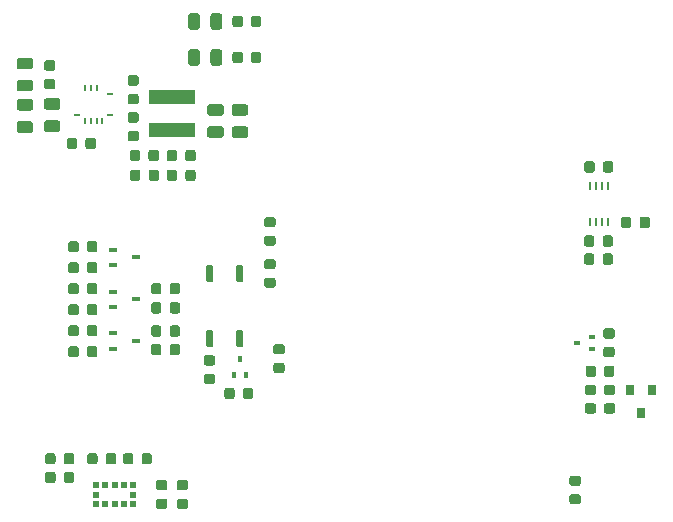
<source format=gbr>
G04 #@! TF.GenerationSoftware,KiCad,Pcbnew,(5.1.5)-3*
G04 #@! TF.CreationDate,2020-05-19T22:12:29-06:00*
G04 #@! TF.ProjectId,GarageDoorOpener,47617261-6765-4446-9f6f-724f70656e65,1b*
G04 #@! TF.SameCoordinates,Original*
G04 #@! TF.FileFunction,Paste,Top*
G04 #@! TF.FilePolarity,Positive*
%FSLAX46Y46*%
G04 Gerber Fmt 4.6, Leading zero omitted, Abs format (unit mm)*
G04 Created by KiCad (PCBNEW (5.1.5)-3) date 2020-05-19 22:12:29*
%MOMM*%
%LPD*%
G04 APERTURE LIST*
%ADD10R,0.700000X0.450000*%
%ADD11R,0.250000X0.750000*%
%ADD12C,0.100000*%
%ADD13R,0.800000X0.900000*%
%ADD14R,0.510000X0.400000*%
%ADD15R,0.250000X0.600000*%
%ADD16R,0.600000X0.250000*%
%ADD17R,0.500000X0.500000*%
%ADD18R,0.400000X0.510000*%
%ADD19R,3.900000X1.200000*%
G04 APERTURE END LIST*
D10*
X120329200Y-89535000D03*
X118329200Y-90185000D03*
X118329200Y-88885000D03*
X120329200Y-93091000D03*
X118329200Y-93741000D03*
X118329200Y-92441000D03*
X120329200Y-96621600D03*
X118329200Y-97271600D03*
X118329200Y-95971600D03*
D11*
X160262000Y-86589200D03*
X159762000Y-86589200D03*
X159262000Y-86589200D03*
X158762000Y-86589200D03*
X158762000Y-83489200D03*
X159262000Y-83489200D03*
X159762000Y-83489200D03*
X160262000Y-83489200D03*
D12*
G36*
X160627891Y-97125053D02*
G01*
X160649126Y-97128203D01*
X160669950Y-97133419D01*
X160690162Y-97140651D01*
X160709568Y-97149830D01*
X160727981Y-97160866D01*
X160745224Y-97173654D01*
X160761130Y-97188070D01*
X160775546Y-97203976D01*
X160788334Y-97221219D01*
X160799370Y-97239632D01*
X160808549Y-97259038D01*
X160815781Y-97279250D01*
X160820997Y-97300074D01*
X160824147Y-97321309D01*
X160825200Y-97342750D01*
X160825200Y-97780250D01*
X160824147Y-97801691D01*
X160820997Y-97822926D01*
X160815781Y-97843750D01*
X160808549Y-97863962D01*
X160799370Y-97883368D01*
X160788334Y-97901781D01*
X160775546Y-97919024D01*
X160761130Y-97934930D01*
X160745224Y-97949346D01*
X160727981Y-97962134D01*
X160709568Y-97973170D01*
X160690162Y-97982349D01*
X160669950Y-97989581D01*
X160649126Y-97994797D01*
X160627891Y-97997947D01*
X160606450Y-97999000D01*
X160093950Y-97999000D01*
X160072509Y-97997947D01*
X160051274Y-97994797D01*
X160030450Y-97989581D01*
X160010238Y-97982349D01*
X159990832Y-97973170D01*
X159972419Y-97962134D01*
X159955176Y-97949346D01*
X159939270Y-97934930D01*
X159924854Y-97919024D01*
X159912066Y-97901781D01*
X159901030Y-97883368D01*
X159891851Y-97863962D01*
X159884619Y-97843750D01*
X159879403Y-97822926D01*
X159876253Y-97801691D01*
X159875200Y-97780250D01*
X159875200Y-97342750D01*
X159876253Y-97321309D01*
X159879403Y-97300074D01*
X159884619Y-97279250D01*
X159891851Y-97259038D01*
X159901030Y-97239632D01*
X159912066Y-97221219D01*
X159924854Y-97203976D01*
X159939270Y-97188070D01*
X159955176Y-97173654D01*
X159972419Y-97160866D01*
X159990832Y-97149830D01*
X160010238Y-97140651D01*
X160030450Y-97133419D01*
X160051274Y-97128203D01*
X160072509Y-97125053D01*
X160093950Y-97124000D01*
X160606450Y-97124000D01*
X160627891Y-97125053D01*
G37*
G36*
X160627891Y-95550053D02*
G01*
X160649126Y-95553203D01*
X160669950Y-95558419D01*
X160690162Y-95565651D01*
X160709568Y-95574830D01*
X160727981Y-95585866D01*
X160745224Y-95598654D01*
X160761130Y-95613070D01*
X160775546Y-95628976D01*
X160788334Y-95646219D01*
X160799370Y-95664632D01*
X160808549Y-95684038D01*
X160815781Y-95704250D01*
X160820997Y-95725074D01*
X160824147Y-95746309D01*
X160825200Y-95767750D01*
X160825200Y-96205250D01*
X160824147Y-96226691D01*
X160820997Y-96247926D01*
X160815781Y-96268750D01*
X160808549Y-96288962D01*
X160799370Y-96308368D01*
X160788334Y-96326781D01*
X160775546Y-96344024D01*
X160761130Y-96359930D01*
X160745224Y-96374346D01*
X160727981Y-96387134D01*
X160709568Y-96398170D01*
X160690162Y-96407349D01*
X160669950Y-96414581D01*
X160649126Y-96419797D01*
X160627891Y-96422947D01*
X160606450Y-96424000D01*
X160093950Y-96424000D01*
X160072509Y-96422947D01*
X160051274Y-96419797D01*
X160030450Y-96414581D01*
X160010238Y-96407349D01*
X159990832Y-96398170D01*
X159972419Y-96387134D01*
X159955176Y-96374346D01*
X159939270Y-96359930D01*
X159924854Y-96344024D01*
X159912066Y-96326781D01*
X159901030Y-96308368D01*
X159891851Y-96288962D01*
X159884619Y-96268750D01*
X159879403Y-96247926D01*
X159876253Y-96226691D01*
X159875200Y-96205250D01*
X159875200Y-95767750D01*
X159876253Y-95746309D01*
X159879403Y-95725074D01*
X159884619Y-95704250D01*
X159891851Y-95684038D01*
X159901030Y-95664632D01*
X159912066Y-95646219D01*
X159924854Y-95628976D01*
X159939270Y-95613070D01*
X159955176Y-95598654D01*
X159972419Y-95585866D01*
X159990832Y-95574830D01*
X160010238Y-95565651D01*
X160030450Y-95558419D01*
X160051274Y-95553203D01*
X160072509Y-95550053D01*
X160093950Y-95549000D01*
X160606450Y-95549000D01*
X160627891Y-95550053D01*
G37*
G36*
X160615891Y-98713053D02*
G01*
X160637126Y-98716203D01*
X160657950Y-98721419D01*
X160678162Y-98728651D01*
X160697568Y-98737830D01*
X160715981Y-98748866D01*
X160733224Y-98761654D01*
X160749130Y-98776070D01*
X160763546Y-98791976D01*
X160776334Y-98809219D01*
X160787370Y-98827632D01*
X160796549Y-98847038D01*
X160803781Y-98867250D01*
X160808997Y-98888074D01*
X160812147Y-98909309D01*
X160813200Y-98930750D01*
X160813200Y-99443250D01*
X160812147Y-99464691D01*
X160808997Y-99485926D01*
X160803781Y-99506750D01*
X160796549Y-99526962D01*
X160787370Y-99546368D01*
X160776334Y-99564781D01*
X160763546Y-99582024D01*
X160749130Y-99597930D01*
X160733224Y-99612346D01*
X160715981Y-99625134D01*
X160697568Y-99636170D01*
X160678162Y-99645349D01*
X160657950Y-99652581D01*
X160637126Y-99657797D01*
X160615891Y-99660947D01*
X160594450Y-99662000D01*
X160156950Y-99662000D01*
X160135509Y-99660947D01*
X160114274Y-99657797D01*
X160093450Y-99652581D01*
X160073238Y-99645349D01*
X160053832Y-99636170D01*
X160035419Y-99625134D01*
X160018176Y-99612346D01*
X160002270Y-99597930D01*
X159987854Y-99582024D01*
X159975066Y-99564781D01*
X159964030Y-99546368D01*
X159954851Y-99526962D01*
X159947619Y-99506750D01*
X159942403Y-99485926D01*
X159939253Y-99464691D01*
X159938200Y-99443250D01*
X159938200Y-98930750D01*
X159939253Y-98909309D01*
X159942403Y-98888074D01*
X159947619Y-98867250D01*
X159954851Y-98847038D01*
X159964030Y-98827632D01*
X159975066Y-98809219D01*
X159987854Y-98791976D01*
X160002270Y-98776070D01*
X160018176Y-98761654D01*
X160035419Y-98748866D01*
X160053832Y-98737830D01*
X160073238Y-98728651D01*
X160093450Y-98721419D01*
X160114274Y-98716203D01*
X160135509Y-98713053D01*
X160156950Y-98712000D01*
X160594450Y-98712000D01*
X160615891Y-98713053D01*
G37*
G36*
X159040891Y-98713053D02*
G01*
X159062126Y-98716203D01*
X159082950Y-98721419D01*
X159103162Y-98728651D01*
X159122568Y-98737830D01*
X159140981Y-98748866D01*
X159158224Y-98761654D01*
X159174130Y-98776070D01*
X159188546Y-98791976D01*
X159201334Y-98809219D01*
X159212370Y-98827632D01*
X159221549Y-98847038D01*
X159228781Y-98867250D01*
X159233997Y-98888074D01*
X159237147Y-98909309D01*
X159238200Y-98930750D01*
X159238200Y-99443250D01*
X159237147Y-99464691D01*
X159233997Y-99485926D01*
X159228781Y-99506750D01*
X159221549Y-99526962D01*
X159212370Y-99546368D01*
X159201334Y-99564781D01*
X159188546Y-99582024D01*
X159174130Y-99597930D01*
X159158224Y-99612346D01*
X159140981Y-99625134D01*
X159122568Y-99636170D01*
X159103162Y-99645349D01*
X159082950Y-99652581D01*
X159062126Y-99657797D01*
X159040891Y-99660947D01*
X159019450Y-99662000D01*
X158581950Y-99662000D01*
X158560509Y-99660947D01*
X158539274Y-99657797D01*
X158518450Y-99652581D01*
X158498238Y-99645349D01*
X158478832Y-99636170D01*
X158460419Y-99625134D01*
X158443176Y-99612346D01*
X158427270Y-99597930D01*
X158412854Y-99582024D01*
X158400066Y-99564781D01*
X158389030Y-99546368D01*
X158379851Y-99526962D01*
X158372619Y-99506750D01*
X158367403Y-99485926D01*
X158364253Y-99464691D01*
X158363200Y-99443250D01*
X158363200Y-98930750D01*
X158364253Y-98909309D01*
X158367403Y-98888074D01*
X158372619Y-98867250D01*
X158379851Y-98847038D01*
X158389030Y-98827632D01*
X158400066Y-98809219D01*
X158412854Y-98791976D01*
X158427270Y-98776070D01*
X158443176Y-98761654D01*
X158460419Y-98748866D01*
X158478832Y-98737830D01*
X158498238Y-98728651D01*
X158518450Y-98721419D01*
X158539274Y-98716203D01*
X158560509Y-98713053D01*
X158581950Y-98712000D01*
X159019450Y-98712000D01*
X159040891Y-98713053D01*
G37*
G36*
X160678691Y-100325253D02*
G01*
X160699926Y-100328403D01*
X160720750Y-100333619D01*
X160740962Y-100340851D01*
X160760368Y-100350030D01*
X160778781Y-100361066D01*
X160796024Y-100373854D01*
X160811930Y-100388270D01*
X160826346Y-100404176D01*
X160839134Y-100421419D01*
X160850170Y-100439832D01*
X160859349Y-100459238D01*
X160866581Y-100479450D01*
X160871797Y-100500274D01*
X160874947Y-100521509D01*
X160876000Y-100542950D01*
X160876000Y-100980450D01*
X160874947Y-101001891D01*
X160871797Y-101023126D01*
X160866581Y-101043950D01*
X160859349Y-101064162D01*
X160850170Y-101083568D01*
X160839134Y-101101981D01*
X160826346Y-101119224D01*
X160811930Y-101135130D01*
X160796024Y-101149546D01*
X160778781Y-101162334D01*
X160760368Y-101173370D01*
X160740962Y-101182549D01*
X160720750Y-101189781D01*
X160699926Y-101194997D01*
X160678691Y-101198147D01*
X160657250Y-101199200D01*
X160144750Y-101199200D01*
X160123309Y-101198147D01*
X160102074Y-101194997D01*
X160081250Y-101189781D01*
X160061038Y-101182549D01*
X160041632Y-101173370D01*
X160023219Y-101162334D01*
X160005976Y-101149546D01*
X159990070Y-101135130D01*
X159975654Y-101119224D01*
X159962866Y-101101981D01*
X159951830Y-101083568D01*
X159942651Y-101064162D01*
X159935419Y-101043950D01*
X159930203Y-101023126D01*
X159927053Y-101001891D01*
X159926000Y-100980450D01*
X159926000Y-100542950D01*
X159927053Y-100521509D01*
X159930203Y-100500274D01*
X159935419Y-100479450D01*
X159942651Y-100459238D01*
X159951830Y-100439832D01*
X159962866Y-100421419D01*
X159975654Y-100404176D01*
X159990070Y-100388270D01*
X160005976Y-100373854D01*
X160023219Y-100361066D01*
X160041632Y-100350030D01*
X160061038Y-100340851D01*
X160081250Y-100333619D01*
X160102074Y-100328403D01*
X160123309Y-100325253D01*
X160144750Y-100324200D01*
X160657250Y-100324200D01*
X160678691Y-100325253D01*
G37*
G36*
X160678691Y-101900253D02*
G01*
X160699926Y-101903403D01*
X160720750Y-101908619D01*
X160740962Y-101915851D01*
X160760368Y-101925030D01*
X160778781Y-101936066D01*
X160796024Y-101948854D01*
X160811930Y-101963270D01*
X160826346Y-101979176D01*
X160839134Y-101996419D01*
X160850170Y-102014832D01*
X160859349Y-102034238D01*
X160866581Y-102054450D01*
X160871797Y-102075274D01*
X160874947Y-102096509D01*
X160876000Y-102117950D01*
X160876000Y-102555450D01*
X160874947Y-102576891D01*
X160871797Y-102598126D01*
X160866581Y-102618950D01*
X160859349Y-102639162D01*
X160850170Y-102658568D01*
X160839134Y-102676981D01*
X160826346Y-102694224D01*
X160811930Y-102710130D01*
X160796024Y-102724546D01*
X160778781Y-102737334D01*
X160760368Y-102748370D01*
X160740962Y-102757549D01*
X160720750Y-102764781D01*
X160699926Y-102769997D01*
X160678691Y-102773147D01*
X160657250Y-102774200D01*
X160144750Y-102774200D01*
X160123309Y-102773147D01*
X160102074Y-102769997D01*
X160081250Y-102764781D01*
X160061038Y-102757549D01*
X160041632Y-102748370D01*
X160023219Y-102737334D01*
X160005976Y-102724546D01*
X159990070Y-102710130D01*
X159975654Y-102694224D01*
X159962866Y-102676981D01*
X159951830Y-102658568D01*
X159942651Y-102639162D01*
X159935419Y-102618950D01*
X159930203Y-102598126D01*
X159927053Y-102576891D01*
X159926000Y-102555450D01*
X159926000Y-102117950D01*
X159927053Y-102096509D01*
X159930203Y-102075274D01*
X159935419Y-102054450D01*
X159942651Y-102034238D01*
X159951830Y-102014832D01*
X159962866Y-101996419D01*
X159975654Y-101979176D01*
X159990070Y-101963270D01*
X160005976Y-101948854D01*
X160023219Y-101936066D01*
X160041632Y-101925030D01*
X160061038Y-101915851D01*
X160081250Y-101908619D01*
X160102074Y-101903403D01*
X160123309Y-101900253D01*
X160144750Y-101899200D01*
X160657250Y-101899200D01*
X160678691Y-101900253D01*
G37*
G36*
X162038091Y-86114653D02*
G01*
X162059326Y-86117803D01*
X162080150Y-86123019D01*
X162100362Y-86130251D01*
X162119768Y-86139430D01*
X162138181Y-86150466D01*
X162155424Y-86163254D01*
X162171330Y-86177670D01*
X162185746Y-86193576D01*
X162198534Y-86210819D01*
X162209570Y-86229232D01*
X162218749Y-86248638D01*
X162225981Y-86268850D01*
X162231197Y-86289674D01*
X162234347Y-86310909D01*
X162235400Y-86332350D01*
X162235400Y-86844850D01*
X162234347Y-86866291D01*
X162231197Y-86887526D01*
X162225981Y-86908350D01*
X162218749Y-86928562D01*
X162209570Y-86947968D01*
X162198534Y-86966381D01*
X162185746Y-86983624D01*
X162171330Y-86999530D01*
X162155424Y-87013946D01*
X162138181Y-87026734D01*
X162119768Y-87037770D01*
X162100362Y-87046949D01*
X162080150Y-87054181D01*
X162059326Y-87059397D01*
X162038091Y-87062547D01*
X162016650Y-87063600D01*
X161579150Y-87063600D01*
X161557709Y-87062547D01*
X161536474Y-87059397D01*
X161515650Y-87054181D01*
X161495438Y-87046949D01*
X161476032Y-87037770D01*
X161457619Y-87026734D01*
X161440376Y-87013946D01*
X161424470Y-86999530D01*
X161410054Y-86983624D01*
X161397266Y-86966381D01*
X161386230Y-86947968D01*
X161377051Y-86928562D01*
X161369819Y-86908350D01*
X161364603Y-86887526D01*
X161361453Y-86866291D01*
X161360400Y-86844850D01*
X161360400Y-86332350D01*
X161361453Y-86310909D01*
X161364603Y-86289674D01*
X161369819Y-86268850D01*
X161377051Y-86248638D01*
X161386230Y-86229232D01*
X161397266Y-86210819D01*
X161410054Y-86193576D01*
X161424470Y-86177670D01*
X161440376Y-86163254D01*
X161457619Y-86150466D01*
X161476032Y-86139430D01*
X161495438Y-86130251D01*
X161515650Y-86123019D01*
X161536474Y-86117803D01*
X161557709Y-86114653D01*
X161579150Y-86113600D01*
X162016650Y-86113600D01*
X162038091Y-86114653D01*
G37*
G36*
X163613091Y-86114653D02*
G01*
X163634326Y-86117803D01*
X163655150Y-86123019D01*
X163675362Y-86130251D01*
X163694768Y-86139430D01*
X163713181Y-86150466D01*
X163730424Y-86163254D01*
X163746330Y-86177670D01*
X163760746Y-86193576D01*
X163773534Y-86210819D01*
X163784570Y-86229232D01*
X163793749Y-86248638D01*
X163800981Y-86268850D01*
X163806197Y-86289674D01*
X163809347Y-86310909D01*
X163810400Y-86332350D01*
X163810400Y-86844850D01*
X163809347Y-86866291D01*
X163806197Y-86887526D01*
X163800981Y-86908350D01*
X163793749Y-86928562D01*
X163784570Y-86947968D01*
X163773534Y-86966381D01*
X163760746Y-86983624D01*
X163746330Y-86999530D01*
X163730424Y-87013946D01*
X163713181Y-87026734D01*
X163694768Y-87037770D01*
X163675362Y-87046949D01*
X163655150Y-87054181D01*
X163634326Y-87059397D01*
X163613091Y-87062547D01*
X163591650Y-87063600D01*
X163154150Y-87063600D01*
X163132709Y-87062547D01*
X163111474Y-87059397D01*
X163090650Y-87054181D01*
X163070438Y-87046949D01*
X163051032Y-87037770D01*
X163032619Y-87026734D01*
X163015376Y-87013946D01*
X162999470Y-86999530D01*
X162985054Y-86983624D01*
X162972266Y-86966381D01*
X162961230Y-86947968D01*
X162952051Y-86928562D01*
X162944819Y-86908350D01*
X162939603Y-86887526D01*
X162936453Y-86866291D01*
X162935400Y-86844850D01*
X162935400Y-86332350D01*
X162936453Y-86310909D01*
X162939603Y-86289674D01*
X162944819Y-86268850D01*
X162952051Y-86248638D01*
X162961230Y-86229232D01*
X162972266Y-86210819D01*
X162985054Y-86193576D01*
X162999470Y-86177670D01*
X163015376Y-86163254D01*
X163032619Y-86150466D01*
X163051032Y-86139430D01*
X163070438Y-86130251D01*
X163090650Y-86123019D01*
X163111474Y-86117803D01*
X163132709Y-86114653D01*
X163154150Y-86113600D01*
X163591650Y-86113600D01*
X163613091Y-86114653D01*
G37*
G36*
X160488891Y-89213453D02*
G01*
X160510126Y-89216603D01*
X160530950Y-89221819D01*
X160551162Y-89229051D01*
X160570568Y-89238230D01*
X160588981Y-89249266D01*
X160606224Y-89262054D01*
X160622130Y-89276470D01*
X160636546Y-89292376D01*
X160649334Y-89309619D01*
X160660370Y-89328032D01*
X160669549Y-89347438D01*
X160676781Y-89367650D01*
X160681997Y-89388474D01*
X160685147Y-89409709D01*
X160686200Y-89431150D01*
X160686200Y-89943650D01*
X160685147Y-89965091D01*
X160681997Y-89986326D01*
X160676781Y-90007150D01*
X160669549Y-90027362D01*
X160660370Y-90046768D01*
X160649334Y-90065181D01*
X160636546Y-90082424D01*
X160622130Y-90098330D01*
X160606224Y-90112746D01*
X160588981Y-90125534D01*
X160570568Y-90136570D01*
X160551162Y-90145749D01*
X160530950Y-90152981D01*
X160510126Y-90158197D01*
X160488891Y-90161347D01*
X160467450Y-90162400D01*
X160029950Y-90162400D01*
X160008509Y-90161347D01*
X159987274Y-90158197D01*
X159966450Y-90152981D01*
X159946238Y-90145749D01*
X159926832Y-90136570D01*
X159908419Y-90125534D01*
X159891176Y-90112746D01*
X159875270Y-90098330D01*
X159860854Y-90082424D01*
X159848066Y-90065181D01*
X159837030Y-90046768D01*
X159827851Y-90027362D01*
X159820619Y-90007150D01*
X159815403Y-89986326D01*
X159812253Y-89965091D01*
X159811200Y-89943650D01*
X159811200Y-89431150D01*
X159812253Y-89409709D01*
X159815403Y-89388474D01*
X159820619Y-89367650D01*
X159827851Y-89347438D01*
X159837030Y-89328032D01*
X159848066Y-89309619D01*
X159860854Y-89292376D01*
X159875270Y-89276470D01*
X159891176Y-89262054D01*
X159908419Y-89249266D01*
X159926832Y-89238230D01*
X159946238Y-89229051D01*
X159966450Y-89221819D01*
X159987274Y-89216603D01*
X160008509Y-89213453D01*
X160029950Y-89212400D01*
X160467450Y-89212400D01*
X160488891Y-89213453D01*
G37*
G36*
X158913891Y-89213453D02*
G01*
X158935126Y-89216603D01*
X158955950Y-89221819D01*
X158976162Y-89229051D01*
X158995568Y-89238230D01*
X159013981Y-89249266D01*
X159031224Y-89262054D01*
X159047130Y-89276470D01*
X159061546Y-89292376D01*
X159074334Y-89309619D01*
X159085370Y-89328032D01*
X159094549Y-89347438D01*
X159101781Y-89367650D01*
X159106997Y-89388474D01*
X159110147Y-89409709D01*
X159111200Y-89431150D01*
X159111200Y-89943650D01*
X159110147Y-89965091D01*
X159106997Y-89986326D01*
X159101781Y-90007150D01*
X159094549Y-90027362D01*
X159085370Y-90046768D01*
X159074334Y-90065181D01*
X159061546Y-90082424D01*
X159047130Y-90098330D01*
X159031224Y-90112746D01*
X159013981Y-90125534D01*
X158995568Y-90136570D01*
X158976162Y-90145749D01*
X158955950Y-90152981D01*
X158935126Y-90158197D01*
X158913891Y-90161347D01*
X158892450Y-90162400D01*
X158454950Y-90162400D01*
X158433509Y-90161347D01*
X158412274Y-90158197D01*
X158391450Y-90152981D01*
X158371238Y-90145749D01*
X158351832Y-90136570D01*
X158333419Y-90125534D01*
X158316176Y-90112746D01*
X158300270Y-90098330D01*
X158285854Y-90082424D01*
X158273066Y-90065181D01*
X158262030Y-90046768D01*
X158252851Y-90027362D01*
X158245619Y-90007150D01*
X158240403Y-89986326D01*
X158237253Y-89965091D01*
X158236200Y-89943650D01*
X158236200Y-89431150D01*
X158237253Y-89409709D01*
X158240403Y-89388474D01*
X158245619Y-89367650D01*
X158252851Y-89347438D01*
X158262030Y-89328032D01*
X158273066Y-89309619D01*
X158285854Y-89292376D01*
X158300270Y-89276470D01*
X158316176Y-89262054D01*
X158333419Y-89249266D01*
X158351832Y-89238230D01*
X158371238Y-89229051D01*
X158391450Y-89221819D01*
X158412274Y-89216603D01*
X158433509Y-89213453D01*
X158454950Y-89212400D01*
X158892450Y-89212400D01*
X158913891Y-89213453D01*
G37*
G36*
X123839291Y-91732253D02*
G01*
X123860526Y-91735403D01*
X123881350Y-91740619D01*
X123901562Y-91747851D01*
X123920968Y-91757030D01*
X123939381Y-91768066D01*
X123956624Y-91780854D01*
X123972530Y-91795270D01*
X123986946Y-91811176D01*
X123999734Y-91828419D01*
X124010770Y-91846832D01*
X124019949Y-91866238D01*
X124027181Y-91886450D01*
X124032397Y-91907274D01*
X124035547Y-91928509D01*
X124036600Y-91949950D01*
X124036600Y-92462450D01*
X124035547Y-92483891D01*
X124032397Y-92505126D01*
X124027181Y-92525950D01*
X124019949Y-92546162D01*
X124010770Y-92565568D01*
X123999734Y-92583981D01*
X123986946Y-92601224D01*
X123972530Y-92617130D01*
X123956624Y-92631546D01*
X123939381Y-92644334D01*
X123920968Y-92655370D01*
X123901562Y-92664549D01*
X123881350Y-92671781D01*
X123860526Y-92676997D01*
X123839291Y-92680147D01*
X123817850Y-92681200D01*
X123380350Y-92681200D01*
X123358909Y-92680147D01*
X123337674Y-92676997D01*
X123316850Y-92671781D01*
X123296638Y-92664549D01*
X123277232Y-92655370D01*
X123258819Y-92644334D01*
X123241576Y-92631546D01*
X123225670Y-92617130D01*
X123211254Y-92601224D01*
X123198466Y-92583981D01*
X123187430Y-92565568D01*
X123178251Y-92546162D01*
X123171019Y-92525950D01*
X123165803Y-92505126D01*
X123162653Y-92483891D01*
X123161600Y-92462450D01*
X123161600Y-91949950D01*
X123162653Y-91928509D01*
X123165803Y-91907274D01*
X123171019Y-91886450D01*
X123178251Y-91866238D01*
X123187430Y-91846832D01*
X123198466Y-91828419D01*
X123211254Y-91811176D01*
X123225670Y-91795270D01*
X123241576Y-91780854D01*
X123258819Y-91768066D01*
X123277232Y-91757030D01*
X123296638Y-91747851D01*
X123316850Y-91740619D01*
X123337674Y-91735403D01*
X123358909Y-91732253D01*
X123380350Y-91731200D01*
X123817850Y-91731200D01*
X123839291Y-91732253D01*
G37*
G36*
X122264291Y-91732253D02*
G01*
X122285526Y-91735403D01*
X122306350Y-91740619D01*
X122326562Y-91747851D01*
X122345968Y-91757030D01*
X122364381Y-91768066D01*
X122381624Y-91780854D01*
X122397530Y-91795270D01*
X122411946Y-91811176D01*
X122424734Y-91828419D01*
X122435770Y-91846832D01*
X122444949Y-91866238D01*
X122452181Y-91886450D01*
X122457397Y-91907274D01*
X122460547Y-91928509D01*
X122461600Y-91949950D01*
X122461600Y-92462450D01*
X122460547Y-92483891D01*
X122457397Y-92505126D01*
X122452181Y-92525950D01*
X122444949Y-92546162D01*
X122435770Y-92565568D01*
X122424734Y-92583981D01*
X122411946Y-92601224D01*
X122397530Y-92617130D01*
X122381624Y-92631546D01*
X122364381Y-92644334D01*
X122345968Y-92655370D01*
X122326562Y-92664549D01*
X122306350Y-92671781D01*
X122285526Y-92676997D01*
X122264291Y-92680147D01*
X122242850Y-92681200D01*
X121805350Y-92681200D01*
X121783909Y-92680147D01*
X121762674Y-92676997D01*
X121741850Y-92671781D01*
X121721638Y-92664549D01*
X121702232Y-92655370D01*
X121683819Y-92644334D01*
X121666576Y-92631546D01*
X121650670Y-92617130D01*
X121636254Y-92601224D01*
X121623466Y-92583981D01*
X121612430Y-92565568D01*
X121603251Y-92546162D01*
X121596019Y-92525950D01*
X121590803Y-92505126D01*
X121587653Y-92483891D01*
X121586600Y-92462450D01*
X121586600Y-91949950D01*
X121587653Y-91928509D01*
X121590803Y-91907274D01*
X121596019Y-91886450D01*
X121603251Y-91866238D01*
X121612430Y-91846832D01*
X121623466Y-91828419D01*
X121636254Y-91811176D01*
X121650670Y-91795270D01*
X121666576Y-91780854D01*
X121683819Y-91768066D01*
X121702232Y-91757030D01*
X121721638Y-91747851D01*
X121741850Y-91740619D01*
X121762674Y-91735403D01*
X121783909Y-91732253D01*
X121805350Y-91731200D01*
X122242850Y-91731200D01*
X122264291Y-91732253D01*
G37*
G36*
X123836691Y-95309453D02*
G01*
X123857926Y-95312603D01*
X123878750Y-95317819D01*
X123898962Y-95325051D01*
X123918368Y-95334230D01*
X123936781Y-95345266D01*
X123954024Y-95358054D01*
X123969930Y-95372470D01*
X123984346Y-95388376D01*
X123997134Y-95405619D01*
X124008170Y-95424032D01*
X124017349Y-95443438D01*
X124024581Y-95463650D01*
X124029797Y-95484474D01*
X124032947Y-95505709D01*
X124034000Y-95527150D01*
X124034000Y-96039650D01*
X124032947Y-96061091D01*
X124029797Y-96082326D01*
X124024581Y-96103150D01*
X124017349Y-96123362D01*
X124008170Y-96142768D01*
X123997134Y-96161181D01*
X123984346Y-96178424D01*
X123969930Y-96194330D01*
X123954024Y-96208746D01*
X123936781Y-96221534D01*
X123918368Y-96232570D01*
X123898962Y-96241749D01*
X123878750Y-96248981D01*
X123857926Y-96254197D01*
X123836691Y-96257347D01*
X123815250Y-96258400D01*
X123377750Y-96258400D01*
X123356309Y-96257347D01*
X123335074Y-96254197D01*
X123314250Y-96248981D01*
X123294038Y-96241749D01*
X123274632Y-96232570D01*
X123256219Y-96221534D01*
X123238976Y-96208746D01*
X123223070Y-96194330D01*
X123208654Y-96178424D01*
X123195866Y-96161181D01*
X123184830Y-96142768D01*
X123175651Y-96123362D01*
X123168419Y-96103150D01*
X123163203Y-96082326D01*
X123160053Y-96061091D01*
X123159000Y-96039650D01*
X123159000Y-95527150D01*
X123160053Y-95505709D01*
X123163203Y-95484474D01*
X123168419Y-95463650D01*
X123175651Y-95443438D01*
X123184830Y-95424032D01*
X123195866Y-95405619D01*
X123208654Y-95388376D01*
X123223070Y-95372470D01*
X123238976Y-95358054D01*
X123256219Y-95345266D01*
X123274632Y-95334230D01*
X123294038Y-95325051D01*
X123314250Y-95317819D01*
X123335074Y-95312603D01*
X123356309Y-95309453D01*
X123377750Y-95308400D01*
X123815250Y-95308400D01*
X123836691Y-95309453D01*
G37*
G36*
X122261691Y-95309453D02*
G01*
X122282926Y-95312603D01*
X122303750Y-95317819D01*
X122323962Y-95325051D01*
X122343368Y-95334230D01*
X122361781Y-95345266D01*
X122379024Y-95358054D01*
X122394930Y-95372470D01*
X122409346Y-95388376D01*
X122422134Y-95405619D01*
X122433170Y-95424032D01*
X122442349Y-95443438D01*
X122449581Y-95463650D01*
X122454797Y-95484474D01*
X122457947Y-95505709D01*
X122459000Y-95527150D01*
X122459000Y-96039650D01*
X122457947Y-96061091D01*
X122454797Y-96082326D01*
X122449581Y-96103150D01*
X122442349Y-96123362D01*
X122433170Y-96142768D01*
X122422134Y-96161181D01*
X122409346Y-96178424D01*
X122394930Y-96194330D01*
X122379024Y-96208746D01*
X122361781Y-96221534D01*
X122343368Y-96232570D01*
X122323962Y-96241749D01*
X122303750Y-96248981D01*
X122282926Y-96254197D01*
X122261691Y-96257347D01*
X122240250Y-96258400D01*
X121802750Y-96258400D01*
X121781309Y-96257347D01*
X121760074Y-96254197D01*
X121739250Y-96248981D01*
X121719038Y-96241749D01*
X121699632Y-96232570D01*
X121681219Y-96221534D01*
X121663976Y-96208746D01*
X121648070Y-96194330D01*
X121633654Y-96178424D01*
X121620866Y-96161181D01*
X121609830Y-96142768D01*
X121600651Y-96123362D01*
X121593419Y-96103150D01*
X121588203Y-96082326D01*
X121585053Y-96061091D01*
X121584000Y-96039650D01*
X121584000Y-95527150D01*
X121585053Y-95505709D01*
X121588203Y-95484474D01*
X121593419Y-95463650D01*
X121600651Y-95443438D01*
X121609830Y-95424032D01*
X121620866Y-95405619D01*
X121633654Y-95388376D01*
X121648070Y-95372470D01*
X121663976Y-95358054D01*
X121681219Y-95345266D01*
X121699632Y-95334230D01*
X121719038Y-95325051D01*
X121739250Y-95317819D01*
X121760074Y-95312603D01*
X121781309Y-95309453D01*
X121802750Y-95308400D01*
X122240250Y-95308400D01*
X122261691Y-95309453D01*
G37*
D13*
X163042600Y-102752400D03*
X162092600Y-100752400D03*
X163992600Y-100752400D03*
D14*
X158937800Y-96274000D03*
X157647800Y-96774000D03*
X158937800Y-97274000D03*
D12*
G36*
X160514291Y-81415653D02*
G01*
X160535526Y-81418803D01*
X160556350Y-81424019D01*
X160576562Y-81431251D01*
X160595968Y-81440430D01*
X160614381Y-81451466D01*
X160631624Y-81464254D01*
X160647530Y-81478670D01*
X160661946Y-81494576D01*
X160674734Y-81511819D01*
X160685770Y-81530232D01*
X160694949Y-81549638D01*
X160702181Y-81569850D01*
X160707397Y-81590674D01*
X160710547Y-81611909D01*
X160711600Y-81633350D01*
X160711600Y-82145850D01*
X160710547Y-82167291D01*
X160707397Y-82188526D01*
X160702181Y-82209350D01*
X160694949Y-82229562D01*
X160685770Y-82248968D01*
X160674734Y-82267381D01*
X160661946Y-82284624D01*
X160647530Y-82300530D01*
X160631624Y-82314946D01*
X160614381Y-82327734D01*
X160595968Y-82338770D01*
X160576562Y-82347949D01*
X160556350Y-82355181D01*
X160535526Y-82360397D01*
X160514291Y-82363547D01*
X160492850Y-82364600D01*
X160055350Y-82364600D01*
X160033909Y-82363547D01*
X160012674Y-82360397D01*
X159991850Y-82355181D01*
X159971638Y-82347949D01*
X159952232Y-82338770D01*
X159933819Y-82327734D01*
X159916576Y-82314946D01*
X159900670Y-82300530D01*
X159886254Y-82284624D01*
X159873466Y-82267381D01*
X159862430Y-82248968D01*
X159853251Y-82229562D01*
X159846019Y-82209350D01*
X159840803Y-82188526D01*
X159837653Y-82167291D01*
X159836600Y-82145850D01*
X159836600Y-81633350D01*
X159837653Y-81611909D01*
X159840803Y-81590674D01*
X159846019Y-81569850D01*
X159853251Y-81549638D01*
X159862430Y-81530232D01*
X159873466Y-81511819D01*
X159886254Y-81494576D01*
X159900670Y-81478670D01*
X159916576Y-81464254D01*
X159933819Y-81451466D01*
X159952232Y-81440430D01*
X159971638Y-81431251D01*
X159991850Y-81424019D01*
X160012674Y-81418803D01*
X160033909Y-81415653D01*
X160055350Y-81414600D01*
X160492850Y-81414600D01*
X160514291Y-81415653D01*
G37*
G36*
X158939291Y-81415653D02*
G01*
X158960526Y-81418803D01*
X158981350Y-81424019D01*
X159001562Y-81431251D01*
X159020968Y-81440430D01*
X159039381Y-81451466D01*
X159056624Y-81464254D01*
X159072530Y-81478670D01*
X159086946Y-81494576D01*
X159099734Y-81511819D01*
X159110770Y-81530232D01*
X159119949Y-81549638D01*
X159127181Y-81569850D01*
X159132397Y-81590674D01*
X159135547Y-81611909D01*
X159136600Y-81633350D01*
X159136600Y-82145850D01*
X159135547Y-82167291D01*
X159132397Y-82188526D01*
X159127181Y-82209350D01*
X159119949Y-82229562D01*
X159110770Y-82248968D01*
X159099734Y-82267381D01*
X159086946Y-82284624D01*
X159072530Y-82300530D01*
X159056624Y-82314946D01*
X159039381Y-82327734D01*
X159020968Y-82338770D01*
X159001562Y-82347949D01*
X158981350Y-82355181D01*
X158960526Y-82360397D01*
X158939291Y-82363547D01*
X158917850Y-82364600D01*
X158480350Y-82364600D01*
X158458909Y-82363547D01*
X158437674Y-82360397D01*
X158416850Y-82355181D01*
X158396638Y-82347949D01*
X158377232Y-82338770D01*
X158358819Y-82327734D01*
X158341576Y-82314946D01*
X158325670Y-82300530D01*
X158311254Y-82284624D01*
X158298466Y-82267381D01*
X158287430Y-82248968D01*
X158278251Y-82229562D01*
X158271019Y-82209350D01*
X158265803Y-82188526D01*
X158262653Y-82167291D01*
X158261600Y-82145850D01*
X158261600Y-81633350D01*
X158262653Y-81611909D01*
X158265803Y-81590674D01*
X158271019Y-81569850D01*
X158278251Y-81549638D01*
X158287430Y-81530232D01*
X158298466Y-81511819D01*
X158311254Y-81494576D01*
X158325670Y-81478670D01*
X158341576Y-81464254D01*
X158358819Y-81451466D01*
X158377232Y-81440430D01*
X158396638Y-81431251D01*
X158416850Y-81424019D01*
X158437674Y-81418803D01*
X158458909Y-81415653D01*
X158480350Y-81414600D01*
X158917850Y-81414600D01*
X158939291Y-81415653D01*
G37*
G36*
X158913891Y-87689453D02*
G01*
X158935126Y-87692603D01*
X158955950Y-87697819D01*
X158976162Y-87705051D01*
X158995568Y-87714230D01*
X159013981Y-87725266D01*
X159031224Y-87738054D01*
X159047130Y-87752470D01*
X159061546Y-87768376D01*
X159074334Y-87785619D01*
X159085370Y-87804032D01*
X159094549Y-87823438D01*
X159101781Y-87843650D01*
X159106997Y-87864474D01*
X159110147Y-87885709D01*
X159111200Y-87907150D01*
X159111200Y-88419650D01*
X159110147Y-88441091D01*
X159106997Y-88462326D01*
X159101781Y-88483150D01*
X159094549Y-88503362D01*
X159085370Y-88522768D01*
X159074334Y-88541181D01*
X159061546Y-88558424D01*
X159047130Y-88574330D01*
X159031224Y-88588746D01*
X159013981Y-88601534D01*
X158995568Y-88612570D01*
X158976162Y-88621749D01*
X158955950Y-88628981D01*
X158935126Y-88634197D01*
X158913891Y-88637347D01*
X158892450Y-88638400D01*
X158454950Y-88638400D01*
X158433509Y-88637347D01*
X158412274Y-88634197D01*
X158391450Y-88628981D01*
X158371238Y-88621749D01*
X158351832Y-88612570D01*
X158333419Y-88601534D01*
X158316176Y-88588746D01*
X158300270Y-88574330D01*
X158285854Y-88558424D01*
X158273066Y-88541181D01*
X158262030Y-88522768D01*
X158252851Y-88503362D01*
X158245619Y-88483150D01*
X158240403Y-88462326D01*
X158237253Y-88441091D01*
X158236200Y-88419650D01*
X158236200Y-87907150D01*
X158237253Y-87885709D01*
X158240403Y-87864474D01*
X158245619Y-87843650D01*
X158252851Y-87823438D01*
X158262030Y-87804032D01*
X158273066Y-87785619D01*
X158285854Y-87768376D01*
X158300270Y-87752470D01*
X158316176Y-87738054D01*
X158333419Y-87725266D01*
X158351832Y-87714230D01*
X158371238Y-87705051D01*
X158391450Y-87697819D01*
X158412274Y-87692603D01*
X158433509Y-87689453D01*
X158454950Y-87688400D01*
X158892450Y-87688400D01*
X158913891Y-87689453D01*
G37*
G36*
X160488891Y-87689453D02*
G01*
X160510126Y-87692603D01*
X160530950Y-87697819D01*
X160551162Y-87705051D01*
X160570568Y-87714230D01*
X160588981Y-87725266D01*
X160606224Y-87738054D01*
X160622130Y-87752470D01*
X160636546Y-87768376D01*
X160649334Y-87785619D01*
X160660370Y-87804032D01*
X160669549Y-87823438D01*
X160676781Y-87843650D01*
X160681997Y-87864474D01*
X160685147Y-87885709D01*
X160686200Y-87907150D01*
X160686200Y-88419650D01*
X160685147Y-88441091D01*
X160681997Y-88462326D01*
X160676781Y-88483150D01*
X160669549Y-88503362D01*
X160660370Y-88522768D01*
X160649334Y-88541181D01*
X160636546Y-88558424D01*
X160622130Y-88574330D01*
X160606224Y-88588746D01*
X160588981Y-88601534D01*
X160570568Y-88612570D01*
X160551162Y-88621749D01*
X160530950Y-88628981D01*
X160510126Y-88634197D01*
X160488891Y-88637347D01*
X160467450Y-88638400D01*
X160029950Y-88638400D01*
X160008509Y-88637347D01*
X159987274Y-88634197D01*
X159966450Y-88628981D01*
X159946238Y-88621749D01*
X159926832Y-88612570D01*
X159908419Y-88601534D01*
X159891176Y-88588746D01*
X159875270Y-88574330D01*
X159860854Y-88558424D01*
X159848066Y-88541181D01*
X159837030Y-88522768D01*
X159827851Y-88503362D01*
X159820619Y-88483150D01*
X159815403Y-88462326D01*
X159812253Y-88441091D01*
X159811200Y-88419650D01*
X159811200Y-87907150D01*
X159812253Y-87885709D01*
X159815403Y-87864474D01*
X159820619Y-87843650D01*
X159827851Y-87823438D01*
X159837030Y-87804032D01*
X159848066Y-87785619D01*
X159860854Y-87768376D01*
X159875270Y-87752470D01*
X159891176Y-87738054D01*
X159908419Y-87725266D01*
X159926832Y-87714230D01*
X159946238Y-87705051D01*
X159966450Y-87697819D01*
X159987274Y-87692603D01*
X160008509Y-87689453D01*
X160029950Y-87688400D01*
X160467450Y-87688400D01*
X160488891Y-87689453D01*
G37*
G36*
X123836691Y-93353653D02*
G01*
X123857926Y-93356803D01*
X123878750Y-93362019D01*
X123898962Y-93369251D01*
X123918368Y-93378430D01*
X123936781Y-93389466D01*
X123954024Y-93402254D01*
X123969930Y-93416670D01*
X123984346Y-93432576D01*
X123997134Y-93449819D01*
X124008170Y-93468232D01*
X124017349Y-93487638D01*
X124024581Y-93507850D01*
X124029797Y-93528674D01*
X124032947Y-93549909D01*
X124034000Y-93571350D01*
X124034000Y-94083850D01*
X124032947Y-94105291D01*
X124029797Y-94126526D01*
X124024581Y-94147350D01*
X124017349Y-94167562D01*
X124008170Y-94186968D01*
X123997134Y-94205381D01*
X123984346Y-94222624D01*
X123969930Y-94238530D01*
X123954024Y-94252946D01*
X123936781Y-94265734D01*
X123918368Y-94276770D01*
X123898962Y-94285949D01*
X123878750Y-94293181D01*
X123857926Y-94298397D01*
X123836691Y-94301547D01*
X123815250Y-94302600D01*
X123377750Y-94302600D01*
X123356309Y-94301547D01*
X123335074Y-94298397D01*
X123314250Y-94293181D01*
X123294038Y-94285949D01*
X123274632Y-94276770D01*
X123256219Y-94265734D01*
X123238976Y-94252946D01*
X123223070Y-94238530D01*
X123208654Y-94222624D01*
X123195866Y-94205381D01*
X123184830Y-94186968D01*
X123175651Y-94167562D01*
X123168419Y-94147350D01*
X123163203Y-94126526D01*
X123160053Y-94105291D01*
X123159000Y-94083850D01*
X123159000Y-93571350D01*
X123160053Y-93549909D01*
X123163203Y-93528674D01*
X123168419Y-93507850D01*
X123175651Y-93487638D01*
X123184830Y-93468232D01*
X123195866Y-93449819D01*
X123208654Y-93432576D01*
X123223070Y-93416670D01*
X123238976Y-93402254D01*
X123256219Y-93389466D01*
X123274632Y-93378430D01*
X123294038Y-93369251D01*
X123314250Y-93362019D01*
X123335074Y-93356803D01*
X123356309Y-93353653D01*
X123377750Y-93352600D01*
X123815250Y-93352600D01*
X123836691Y-93353653D01*
G37*
G36*
X122261691Y-93353653D02*
G01*
X122282926Y-93356803D01*
X122303750Y-93362019D01*
X122323962Y-93369251D01*
X122343368Y-93378430D01*
X122361781Y-93389466D01*
X122379024Y-93402254D01*
X122394930Y-93416670D01*
X122409346Y-93432576D01*
X122422134Y-93449819D01*
X122433170Y-93468232D01*
X122442349Y-93487638D01*
X122449581Y-93507850D01*
X122454797Y-93528674D01*
X122457947Y-93549909D01*
X122459000Y-93571350D01*
X122459000Y-94083850D01*
X122457947Y-94105291D01*
X122454797Y-94126526D01*
X122449581Y-94147350D01*
X122442349Y-94167562D01*
X122433170Y-94186968D01*
X122422134Y-94205381D01*
X122409346Y-94222624D01*
X122394930Y-94238530D01*
X122379024Y-94252946D01*
X122361781Y-94265734D01*
X122343368Y-94276770D01*
X122323962Y-94285949D01*
X122303750Y-94293181D01*
X122282926Y-94298397D01*
X122261691Y-94301547D01*
X122240250Y-94302600D01*
X121802750Y-94302600D01*
X121781309Y-94301547D01*
X121760074Y-94298397D01*
X121739250Y-94293181D01*
X121719038Y-94285949D01*
X121699632Y-94276770D01*
X121681219Y-94265734D01*
X121663976Y-94252946D01*
X121648070Y-94238530D01*
X121633654Y-94222624D01*
X121620866Y-94205381D01*
X121609830Y-94186968D01*
X121600651Y-94167562D01*
X121593419Y-94147350D01*
X121588203Y-94126526D01*
X121585053Y-94105291D01*
X121584000Y-94083850D01*
X121584000Y-93571350D01*
X121585053Y-93549909D01*
X121588203Y-93528674D01*
X121593419Y-93507850D01*
X121600651Y-93487638D01*
X121609830Y-93468232D01*
X121620866Y-93449819D01*
X121633654Y-93432576D01*
X121648070Y-93416670D01*
X121663976Y-93402254D01*
X121681219Y-93389466D01*
X121699632Y-93378430D01*
X121719038Y-93369251D01*
X121739250Y-93362019D01*
X121760074Y-93356803D01*
X121781309Y-93353653D01*
X121802750Y-93352600D01*
X122240250Y-93352600D01*
X122261691Y-93353653D01*
G37*
G36*
X123836691Y-96884253D02*
G01*
X123857926Y-96887403D01*
X123878750Y-96892619D01*
X123898962Y-96899851D01*
X123918368Y-96909030D01*
X123936781Y-96920066D01*
X123954024Y-96932854D01*
X123969930Y-96947270D01*
X123984346Y-96963176D01*
X123997134Y-96980419D01*
X124008170Y-96998832D01*
X124017349Y-97018238D01*
X124024581Y-97038450D01*
X124029797Y-97059274D01*
X124032947Y-97080509D01*
X124034000Y-97101950D01*
X124034000Y-97614450D01*
X124032947Y-97635891D01*
X124029797Y-97657126D01*
X124024581Y-97677950D01*
X124017349Y-97698162D01*
X124008170Y-97717568D01*
X123997134Y-97735981D01*
X123984346Y-97753224D01*
X123969930Y-97769130D01*
X123954024Y-97783546D01*
X123936781Y-97796334D01*
X123918368Y-97807370D01*
X123898962Y-97816549D01*
X123878750Y-97823781D01*
X123857926Y-97828997D01*
X123836691Y-97832147D01*
X123815250Y-97833200D01*
X123377750Y-97833200D01*
X123356309Y-97832147D01*
X123335074Y-97828997D01*
X123314250Y-97823781D01*
X123294038Y-97816549D01*
X123274632Y-97807370D01*
X123256219Y-97796334D01*
X123238976Y-97783546D01*
X123223070Y-97769130D01*
X123208654Y-97753224D01*
X123195866Y-97735981D01*
X123184830Y-97717568D01*
X123175651Y-97698162D01*
X123168419Y-97677950D01*
X123163203Y-97657126D01*
X123160053Y-97635891D01*
X123159000Y-97614450D01*
X123159000Y-97101950D01*
X123160053Y-97080509D01*
X123163203Y-97059274D01*
X123168419Y-97038450D01*
X123175651Y-97018238D01*
X123184830Y-96998832D01*
X123195866Y-96980419D01*
X123208654Y-96963176D01*
X123223070Y-96947270D01*
X123238976Y-96932854D01*
X123256219Y-96920066D01*
X123274632Y-96909030D01*
X123294038Y-96899851D01*
X123314250Y-96892619D01*
X123335074Y-96887403D01*
X123356309Y-96884253D01*
X123377750Y-96883200D01*
X123815250Y-96883200D01*
X123836691Y-96884253D01*
G37*
G36*
X122261691Y-96884253D02*
G01*
X122282926Y-96887403D01*
X122303750Y-96892619D01*
X122323962Y-96899851D01*
X122343368Y-96909030D01*
X122361781Y-96920066D01*
X122379024Y-96932854D01*
X122394930Y-96947270D01*
X122409346Y-96963176D01*
X122422134Y-96980419D01*
X122433170Y-96998832D01*
X122442349Y-97018238D01*
X122449581Y-97038450D01*
X122454797Y-97059274D01*
X122457947Y-97080509D01*
X122459000Y-97101950D01*
X122459000Y-97614450D01*
X122457947Y-97635891D01*
X122454797Y-97657126D01*
X122449581Y-97677950D01*
X122442349Y-97698162D01*
X122433170Y-97717568D01*
X122422134Y-97735981D01*
X122409346Y-97753224D01*
X122394930Y-97769130D01*
X122379024Y-97783546D01*
X122361781Y-97796334D01*
X122343368Y-97807370D01*
X122323962Y-97816549D01*
X122303750Y-97823781D01*
X122282926Y-97828997D01*
X122261691Y-97832147D01*
X122240250Y-97833200D01*
X121802750Y-97833200D01*
X121781309Y-97832147D01*
X121760074Y-97828997D01*
X121739250Y-97823781D01*
X121719038Y-97816549D01*
X121699632Y-97807370D01*
X121681219Y-97796334D01*
X121663976Y-97783546D01*
X121648070Y-97769130D01*
X121633654Y-97753224D01*
X121620866Y-97735981D01*
X121609830Y-97717568D01*
X121600651Y-97698162D01*
X121593419Y-97677950D01*
X121588203Y-97657126D01*
X121585053Y-97635891D01*
X121584000Y-97614450D01*
X121584000Y-97101950D01*
X121585053Y-97080509D01*
X121588203Y-97059274D01*
X121593419Y-97038450D01*
X121600651Y-97018238D01*
X121609830Y-96998832D01*
X121620866Y-96980419D01*
X121633654Y-96963176D01*
X121648070Y-96947270D01*
X121663976Y-96932854D01*
X121681219Y-96920066D01*
X121699632Y-96909030D01*
X121719038Y-96899851D01*
X121739250Y-96892619D01*
X121760074Y-96887403D01*
X121781309Y-96884253D01*
X121802750Y-96883200D01*
X122240250Y-96883200D01*
X122261691Y-96884253D01*
G37*
D15*
X115963000Y-77981000D03*
X116463000Y-77981000D03*
X116963000Y-77981000D03*
X117463000Y-77981000D03*
D16*
X118113000Y-77511000D03*
X118113000Y-75711000D03*
X115313000Y-77511000D03*
D15*
X116963000Y-75181000D03*
X116463000Y-75181000D03*
X115963000Y-75181000D03*
D12*
G36*
X122058691Y-82126853D02*
G01*
X122079926Y-82130003D01*
X122100750Y-82135219D01*
X122120962Y-82142451D01*
X122140368Y-82151630D01*
X122158781Y-82162666D01*
X122176024Y-82175454D01*
X122191930Y-82189870D01*
X122206346Y-82205776D01*
X122219134Y-82223019D01*
X122230170Y-82241432D01*
X122239349Y-82260838D01*
X122246581Y-82281050D01*
X122251797Y-82301874D01*
X122254947Y-82323109D01*
X122256000Y-82344550D01*
X122256000Y-82857050D01*
X122254947Y-82878491D01*
X122251797Y-82899726D01*
X122246581Y-82920550D01*
X122239349Y-82940762D01*
X122230170Y-82960168D01*
X122219134Y-82978581D01*
X122206346Y-82995824D01*
X122191930Y-83011730D01*
X122176024Y-83026146D01*
X122158781Y-83038934D01*
X122140368Y-83049970D01*
X122120962Y-83059149D01*
X122100750Y-83066381D01*
X122079926Y-83071597D01*
X122058691Y-83074747D01*
X122037250Y-83075800D01*
X121599750Y-83075800D01*
X121578309Y-83074747D01*
X121557074Y-83071597D01*
X121536250Y-83066381D01*
X121516038Y-83059149D01*
X121496632Y-83049970D01*
X121478219Y-83038934D01*
X121460976Y-83026146D01*
X121445070Y-83011730D01*
X121430654Y-82995824D01*
X121417866Y-82978581D01*
X121406830Y-82960168D01*
X121397651Y-82940762D01*
X121390419Y-82920550D01*
X121385203Y-82899726D01*
X121382053Y-82878491D01*
X121381000Y-82857050D01*
X121381000Y-82344550D01*
X121382053Y-82323109D01*
X121385203Y-82301874D01*
X121390419Y-82281050D01*
X121397651Y-82260838D01*
X121406830Y-82241432D01*
X121417866Y-82223019D01*
X121430654Y-82205776D01*
X121445070Y-82189870D01*
X121460976Y-82175454D01*
X121478219Y-82162666D01*
X121496632Y-82151630D01*
X121516038Y-82142451D01*
X121536250Y-82135219D01*
X121557074Y-82130003D01*
X121578309Y-82126853D01*
X121599750Y-82125800D01*
X122037250Y-82125800D01*
X122058691Y-82126853D01*
G37*
G36*
X120483691Y-82126853D02*
G01*
X120504926Y-82130003D01*
X120525750Y-82135219D01*
X120545962Y-82142451D01*
X120565368Y-82151630D01*
X120583781Y-82162666D01*
X120601024Y-82175454D01*
X120616930Y-82189870D01*
X120631346Y-82205776D01*
X120644134Y-82223019D01*
X120655170Y-82241432D01*
X120664349Y-82260838D01*
X120671581Y-82281050D01*
X120676797Y-82301874D01*
X120679947Y-82323109D01*
X120681000Y-82344550D01*
X120681000Y-82857050D01*
X120679947Y-82878491D01*
X120676797Y-82899726D01*
X120671581Y-82920550D01*
X120664349Y-82940762D01*
X120655170Y-82960168D01*
X120644134Y-82978581D01*
X120631346Y-82995824D01*
X120616930Y-83011730D01*
X120601024Y-83026146D01*
X120583781Y-83038934D01*
X120565368Y-83049970D01*
X120545962Y-83059149D01*
X120525750Y-83066381D01*
X120504926Y-83071597D01*
X120483691Y-83074747D01*
X120462250Y-83075800D01*
X120024750Y-83075800D01*
X120003309Y-83074747D01*
X119982074Y-83071597D01*
X119961250Y-83066381D01*
X119941038Y-83059149D01*
X119921632Y-83049970D01*
X119903219Y-83038934D01*
X119885976Y-83026146D01*
X119870070Y-83011730D01*
X119855654Y-82995824D01*
X119842866Y-82978581D01*
X119831830Y-82960168D01*
X119822651Y-82940762D01*
X119815419Y-82920550D01*
X119810203Y-82899726D01*
X119807053Y-82878491D01*
X119806000Y-82857050D01*
X119806000Y-82344550D01*
X119807053Y-82323109D01*
X119810203Y-82301874D01*
X119815419Y-82281050D01*
X119822651Y-82260838D01*
X119831830Y-82241432D01*
X119842866Y-82223019D01*
X119855654Y-82205776D01*
X119870070Y-82189870D01*
X119885976Y-82175454D01*
X119903219Y-82162666D01*
X119921632Y-82151630D01*
X119941038Y-82142451D01*
X119961250Y-82135219D01*
X119982074Y-82130003D01*
X120003309Y-82126853D01*
X120024750Y-82125800D01*
X120462250Y-82125800D01*
X120483691Y-82126853D01*
G37*
G36*
X113282291Y-72867853D02*
G01*
X113303526Y-72871003D01*
X113324350Y-72876219D01*
X113344562Y-72883451D01*
X113363968Y-72892630D01*
X113382381Y-72903666D01*
X113399624Y-72916454D01*
X113415530Y-72930870D01*
X113429946Y-72946776D01*
X113442734Y-72964019D01*
X113453770Y-72982432D01*
X113462949Y-73001838D01*
X113470181Y-73022050D01*
X113475397Y-73042874D01*
X113478547Y-73064109D01*
X113479600Y-73085550D01*
X113479600Y-73523050D01*
X113478547Y-73544491D01*
X113475397Y-73565726D01*
X113470181Y-73586550D01*
X113462949Y-73606762D01*
X113453770Y-73626168D01*
X113442734Y-73644581D01*
X113429946Y-73661824D01*
X113415530Y-73677730D01*
X113399624Y-73692146D01*
X113382381Y-73704934D01*
X113363968Y-73715970D01*
X113344562Y-73725149D01*
X113324350Y-73732381D01*
X113303526Y-73737597D01*
X113282291Y-73740747D01*
X113260850Y-73741800D01*
X112748350Y-73741800D01*
X112726909Y-73740747D01*
X112705674Y-73737597D01*
X112684850Y-73732381D01*
X112664638Y-73725149D01*
X112645232Y-73715970D01*
X112626819Y-73704934D01*
X112609576Y-73692146D01*
X112593670Y-73677730D01*
X112579254Y-73661824D01*
X112566466Y-73644581D01*
X112555430Y-73626168D01*
X112546251Y-73606762D01*
X112539019Y-73586550D01*
X112533803Y-73565726D01*
X112530653Y-73544491D01*
X112529600Y-73523050D01*
X112529600Y-73085550D01*
X112530653Y-73064109D01*
X112533803Y-73042874D01*
X112539019Y-73022050D01*
X112546251Y-73001838D01*
X112555430Y-72982432D01*
X112566466Y-72964019D01*
X112579254Y-72946776D01*
X112593670Y-72930870D01*
X112609576Y-72916454D01*
X112626819Y-72903666D01*
X112645232Y-72892630D01*
X112664638Y-72883451D01*
X112684850Y-72876219D01*
X112705674Y-72871003D01*
X112726909Y-72867853D01*
X112748350Y-72866800D01*
X113260850Y-72866800D01*
X113282291Y-72867853D01*
G37*
G36*
X113282291Y-74442853D02*
G01*
X113303526Y-74446003D01*
X113324350Y-74451219D01*
X113344562Y-74458451D01*
X113363968Y-74467630D01*
X113382381Y-74478666D01*
X113399624Y-74491454D01*
X113415530Y-74505870D01*
X113429946Y-74521776D01*
X113442734Y-74539019D01*
X113453770Y-74557432D01*
X113462949Y-74576838D01*
X113470181Y-74597050D01*
X113475397Y-74617874D01*
X113478547Y-74639109D01*
X113479600Y-74660550D01*
X113479600Y-75098050D01*
X113478547Y-75119491D01*
X113475397Y-75140726D01*
X113470181Y-75161550D01*
X113462949Y-75181762D01*
X113453770Y-75201168D01*
X113442734Y-75219581D01*
X113429946Y-75236824D01*
X113415530Y-75252730D01*
X113399624Y-75267146D01*
X113382381Y-75279934D01*
X113363968Y-75290970D01*
X113344562Y-75300149D01*
X113324350Y-75307381D01*
X113303526Y-75312597D01*
X113282291Y-75315747D01*
X113260850Y-75316800D01*
X112748350Y-75316800D01*
X112726909Y-75315747D01*
X112705674Y-75312597D01*
X112684850Y-75307381D01*
X112664638Y-75300149D01*
X112645232Y-75290970D01*
X112626819Y-75279934D01*
X112609576Y-75267146D01*
X112593670Y-75252730D01*
X112579254Y-75236824D01*
X112566466Y-75219581D01*
X112555430Y-75201168D01*
X112546251Y-75181762D01*
X112539019Y-75161550D01*
X112533803Y-75140726D01*
X112530653Y-75119491D01*
X112529600Y-75098050D01*
X112529600Y-74660550D01*
X112530653Y-74639109D01*
X112533803Y-74617874D01*
X112539019Y-74597050D01*
X112546251Y-74576838D01*
X112555430Y-74557432D01*
X112566466Y-74539019D01*
X112579254Y-74521776D01*
X112593670Y-74505870D01*
X112609576Y-74491454D01*
X112626819Y-74478666D01*
X112645232Y-74467630D01*
X112664638Y-74458451D01*
X112684850Y-74451219D01*
X112705674Y-74446003D01*
X112726909Y-74442853D01*
X112748350Y-74441800D01*
X113260850Y-74441800D01*
X113282291Y-74442853D01*
G37*
G36*
X129145091Y-72144653D02*
G01*
X129166326Y-72147803D01*
X129187150Y-72153019D01*
X129207362Y-72160251D01*
X129226768Y-72169430D01*
X129245181Y-72180466D01*
X129262424Y-72193254D01*
X129278330Y-72207670D01*
X129292746Y-72223576D01*
X129305534Y-72240819D01*
X129316570Y-72259232D01*
X129325749Y-72278638D01*
X129332981Y-72298850D01*
X129338197Y-72319674D01*
X129341347Y-72340909D01*
X129342400Y-72362350D01*
X129342400Y-72874850D01*
X129341347Y-72896291D01*
X129338197Y-72917526D01*
X129332981Y-72938350D01*
X129325749Y-72958562D01*
X129316570Y-72977968D01*
X129305534Y-72996381D01*
X129292746Y-73013624D01*
X129278330Y-73029530D01*
X129262424Y-73043946D01*
X129245181Y-73056734D01*
X129226768Y-73067770D01*
X129207362Y-73076949D01*
X129187150Y-73084181D01*
X129166326Y-73089397D01*
X129145091Y-73092547D01*
X129123650Y-73093600D01*
X128686150Y-73093600D01*
X128664709Y-73092547D01*
X128643474Y-73089397D01*
X128622650Y-73084181D01*
X128602438Y-73076949D01*
X128583032Y-73067770D01*
X128564619Y-73056734D01*
X128547376Y-73043946D01*
X128531470Y-73029530D01*
X128517054Y-73013624D01*
X128504266Y-72996381D01*
X128493230Y-72977968D01*
X128484051Y-72958562D01*
X128476819Y-72938350D01*
X128471603Y-72917526D01*
X128468453Y-72896291D01*
X128467400Y-72874850D01*
X128467400Y-72362350D01*
X128468453Y-72340909D01*
X128471603Y-72319674D01*
X128476819Y-72298850D01*
X128484051Y-72278638D01*
X128493230Y-72259232D01*
X128504266Y-72240819D01*
X128517054Y-72223576D01*
X128531470Y-72207670D01*
X128547376Y-72193254D01*
X128564619Y-72180466D01*
X128583032Y-72169430D01*
X128602438Y-72160251D01*
X128622650Y-72153019D01*
X128643474Y-72147803D01*
X128664709Y-72144653D01*
X128686150Y-72143600D01*
X129123650Y-72143600D01*
X129145091Y-72144653D01*
G37*
G36*
X130720091Y-72144653D02*
G01*
X130741326Y-72147803D01*
X130762150Y-72153019D01*
X130782362Y-72160251D01*
X130801768Y-72169430D01*
X130820181Y-72180466D01*
X130837424Y-72193254D01*
X130853330Y-72207670D01*
X130867746Y-72223576D01*
X130880534Y-72240819D01*
X130891570Y-72259232D01*
X130900749Y-72278638D01*
X130907981Y-72298850D01*
X130913197Y-72319674D01*
X130916347Y-72340909D01*
X130917400Y-72362350D01*
X130917400Y-72874850D01*
X130916347Y-72896291D01*
X130913197Y-72917526D01*
X130907981Y-72938350D01*
X130900749Y-72958562D01*
X130891570Y-72977968D01*
X130880534Y-72996381D01*
X130867746Y-73013624D01*
X130853330Y-73029530D01*
X130837424Y-73043946D01*
X130820181Y-73056734D01*
X130801768Y-73067770D01*
X130782362Y-73076949D01*
X130762150Y-73084181D01*
X130741326Y-73089397D01*
X130720091Y-73092547D01*
X130698650Y-73093600D01*
X130261150Y-73093600D01*
X130239709Y-73092547D01*
X130218474Y-73089397D01*
X130197650Y-73084181D01*
X130177438Y-73076949D01*
X130158032Y-73067770D01*
X130139619Y-73056734D01*
X130122376Y-73043946D01*
X130106470Y-73029530D01*
X130092054Y-73013624D01*
X130079266Y-72996381D01*
X130068230Y-72977968D01*
X130059051Y-72958562D01*
X130051819Y-72938350D01*
X130046603Y-72917526D01*
X130043453Y-72896291D01*
X130042400Y-72874850D01*
X130042400Y-72362350D01*
X130043453Y-72340909D01*
X130046603Y-72319674D01*
X130051819Y-72298850D01*
X130059051Y-72278638D01*
X130068230Y-72259232D01*
X130079266Y-72240819D01*
X130092054Y-72223576D01*
X130106470Y-72207670D01*
X130122376Y-72193254D01*
X130139619Y-72180466D01*
X130158032Y-72169430D01*
X130177438Y-72160251D01*
X130197650Y-72153019D01*
X130218474Y-72147803D01*
X130239709Y-72144653D01*
X130261150Y-72143600D01*
X130698650Y-72143600D01*
X130720091Y-72144653D01*
G37*
G36*
X129145091Y-69096653D02*
G01*
X129166326Y-69099803D01*
X129187150Y-69105019D01*
X129207362Y-69112251D01*
X129226768Y-69121430D01*
X129245181Y-69132466D01*
X129262424Y-69145254D01*
X129278330Y-69159670D01*
X129292746Y-69175576D01*
X129305534Y-69192819D01*
X129316570Y-69211232D01*
X129325749Y-69230638D01*
X129332981Y-69250850D01*
X129338197Y-69271674D01*
X129341347Y-69292909D01*
X129342400Y-69314350D01*
X129342400Y-69826850D01*
X129341347Y-69848291D01*
X129338197Y-69869526D01*
X129332981Y-69890350D01*
X129325749Y-69910562D01*
X129316570Y-69929968D01*
X129305534Y-69948381D01*
X129292746Y-69965624D01*
X129278330Y-69981530D01*
X129262424Y-69995946D01*
X129245181Y-70008734D01*
X129226768Y-70019770D01*
X129207362Y-70028949D01*
X129187150Y-70036181D01*
X129166326Y-70041397D01*
X129145091Y-70044547D01*
X129123650Y-70045600D01*
X128686150Y-70045600D01*
X128664709Y-70044547D01*
X128643474Y-70041397D01*
X128622650Y-70036181D01*
X128602438Y-70028949D01*
X128583032Y-70019770D01*
X128564619Y-70008734D01*
X128547376Y-69995946D01*
X128531470Y-69981530D01*
X128517054Y-69965624D01*
X128504266Y-69948381D01*
X128493230Y-69929968D01*
X128484051Y-69910562D01*
X128476819Y-69890350D01*
X128471603Y-69869526D01*
X128468453Y-69848291D01*
X128467400Y-69826850D01*
X128467400Y-69314350D01*
X128468453Y-69292909D01*
X128471603Y-69271674D01*
X128476819Y-69250850D01*
X128484051Y-69230638D01*
X128493230Y-69211232D01*
X128504266Y-69192819D01*
X128517054Y-69175576D01*
X128531470Y-69159670D01*
X128547376Y-69145254D01*
X128564619Y-69132466D01*
X128583032Y-69121430D01*
X128602438Y-69112251D01*
X128622650Y-69105019D01*
X128643474Y-69099803D01*
X128664709Y-69096653D01*
X128686150Y-69095600D01*
X129123650Y-69095600D01*
X129145091Y-69096653D01*
G37*
G36*
X130720091Y-69096653D02*
G01*
X130741326Y-69099803D01*
X130762150Y-69105019D01*
X130782362Y-69112251D01*
X130801768Y-69121430D01*
X130820181Y-69132466D01*
X130837424Y-69145254D01*
X130853330Y-69159670D01*
X130867746Y-69175576D01*
X130880534Y-69192819D01*
X130891570Y-69211232D01*
X130900749Y-69230638D01*
X130907981Y-69250850D01*
X130913197Y-69271674D01*
X130916347Y-69292909D01*
X130917400Y-69314350D01*
X130917400Y-69826850D01*
X130916347Y-69848291D01*
X130913197Y-69869526D01*
X130907981Y-69890350D01*
X130900749Y-69910562D01*
X130891570Y-69929968D01*
X130880534Y-69948381D01*
X130867746Y-69965624D01*
X130853330Y-69981530D01*
X130837424Y-69995946D01*
X130820181Y-70008734D01*
X130801768Y-70019770D01*
X130782362Y-70028949D01*
X130762150Y-70036181D01*
X130741326Y-70041397D01*
X130720091Y-70044547D01*
X130698650Y-70045600D01*
X130261150Y-70045600D01*
X130239709Y-70044547D01*
X130218474Y-70041397D01*
X130197650Y-70036181D01*
X130177438Y-70028949D01*
X130158032Y-70019770D01*
X130139619Y-70008734D01*
X130122376Y-69995946D01*
X130106470Y-69981530D01*
X130092054Y-69965624D01*
X130079266Y-69948381D01*
X130068230Y-69929968D01*
X130059051Y-69910562D01*
X130051819Y-69890350D01*
X130046603Y-69869526D01*
X130043453Y-69848291D01*
X130042400Y-69826850D01*
X130042400Y-69314350D01*
X130043453Y-69292909D01*
X130046603Y-69271674D01*
X130051819Y-69250850D01*
X130059051Y-69230638D01*
X130068230Y-69211232D01*
X130079266Y-69192819D01*
X130092054Y-69175576D01*
X130106470Y-69159670D01*
X130122376Y-69145254D01*
X130139619Y-69132466D01*
X130158032Y-69121430D01*
X130177438Y-69112251D01*
X130197650Y-69105019D01*
X130218474Y-69099803D01*
X130239709Y-69096653D01*
X130261150Y-69095600D01*
X130698650Y-69095600D01*
X130720091Y-69096653D01*
G37*
G36*
X127366942Y-71919774D02*
G01*
X127390603Y-71923284D01*
X127413807Y-71929096D01*
X127436329Y-71937154D01*
X127457953Y-71947382D01*
X127478470Y-71959679D01*
X127497683Y-71973929D01*
X127515407Y-71989993D01*
X127531471Y-72007717D01*
X127545721Y-72026930D01*
X127558018Y-72047447D01*
X127568246Y-72069071D01*
X127576304Y-72091593D01*
X127582116Y-72114797D01*
X127585626Y-72138458D01*
X127586800Y-72162350D01*
X127586800Y-73074850D01*
X127585626Y-73098742D01*
X127582116Y-73122403D01*
X127576304Y-73145607D01*
X127568246Y-73168129D01*
X127558018Y-73189753D01*
X127545721Y-73210270D01*
X127531471Y-73229483D01*
X127515407Y-73247207D01*
X127497683Y-73263271D01*
X127478470Y-73277521D01*
X127457953Y-73289818D01*
X127436329Y-73300046D01*
X127413807Y-73308104D01*
X127390603Y-73313916D01*
X127366942Y-73317426D01*
X127343050Y-73318600D01*
X126855550Y-73318600D01*
X126831658Y-73317426D01*
X126807997Y-73313916D01*
X126784793Y-73308104D01*
X126762271Y-73300046D01*
X126740647Y-73289818D01*
X126720130Y-73277521D01*
X126700917Y-73263271D01*
X126683193Y-73247207D01*
X126667129Y-73229483D01*
X126652879Y-73210270D01*
X126640582Y-73189753D01*
X126630354Y-73168129D01*
X126622296Y-73145607D01*
X126616484Y-73122403D01*
X126612974Y-73098742D01*
X126611800Y-73074850D01*
X126611800Y-72162350D01*
X126612974Y-72138458D01*
X126616484Y-72114797D01*
X126622296Y-72091593D01*
X126630354Y-72069071D01*
X126640582Y-72047447D01*
X126652879Y-72026930D01*
X126667129Y-72007717D01*
X126683193Y-71989993D01*
X126700917Y-71973929D01*
X126720130Y-71959679D01*
X126740647Y-71947382D01*
X126762271Y-71937154D01*
X126784793Y-71929096D01*
X126807997Y-71923284D01*
X126831658Y-71919774D01*
X126855550Y-71918600D01*
X127343050Y-71918600D01*
X127366942Y-71919774D01*
G37*
G36*
X125491942Y-71919774D02*
G01*
X125515603Y-71923284D01*
X125538807Y-71929096D01*
X125561329Y-71937154D01*
X125582953Y-71947382D01*
X125603470Y-71959679D01*
X125622683Y-71973929D01*
X125640407Y-71989993D01*
X125656471Y-72007717D01*
X125670721Y-72026930D01*
X125683018Y-72047447D01*
X125693246Y-72069071D01*
X125701304Y-72091593D01*
X125707116Y-72114797D01*
X125710626Y-72138458D01*
X125711800Y-72162350D01*
X125711800Y-73074850D01*
X125710626Y-73098742D01*
X125707116Y-73122403D01*
X125701304Y-73145607D01*
X125693246Y-73168129D01*
X125683018Y-73189753D01*
X125670721Y-73210270D01*
X125656471Y-73229483D01*
X125640407Y-73247207D01*
X125622683Y-73263271D01*
X125603470Y-73277521D01*
X125582953Y-73289818D01*
X125561329Y-73300046D01*
X125538807Y-73308104D01*
X125515603Y-73313916D01*
X125491942Y-73317426D01*
X125468050Y-73318600D01*
X124980550Y-73318600D01*
X124956658Y-73317426D01*
X124932997Y-73313916D01*
X124909793Y-73308104D01*
X124887271Y-73300046D01*
X124865647Y-73289818D01*
X124845130Y-73277521D01*
X124825917Y-73263271D01*
X124808193Y-73247207D01*
X124792129Y-73229483D01*
X124777879Y-73210270D01*
X124765582Y-73189753D01*
X124755354Y-73168129D01*
X124747296Y-73145607D01*
X124741484Y-73122403D01*
X124737974Y-73098742D01*
X124736800Y-73074850D01*
X124736800Y-72162350D01*
X124737974Y-72138458D01*
X124741484Y-72114797D01*
X124747296Y-72091593D01*
X124755354Y-72069071D01*
X124765582Y-72047447D01*
X124777879Y-72026930D01*
X124792129Y-72007717D01*
X124808193Y-71989993D01*
X124825917Y-71973929D01*
X124845130Y-71959679D01*
X124865647Y-71947382D01*
X124887271Y-71937154D01*
X124909793Y-71929096D01*
X124932997Y-71923284D01*
X124956658Y-71919774D01*
X124980550Y-71918600D01*
X125468050Y-71918600D01*
X125491942Y-71919774D01*
G37*
G36*
X127366942Y-68871774D02*
G01*
X127390603Y-68875284D01*
X127413807Y-68881096D01*
X127436329Y-68889154D01*
X127457953Y-68899382D01*
X127478470Y-68911679D01*
X127497683Y-68925929D01*
X127515407Y-68941993D01*
X127531471Y-68959717D01*
X127545721Y-68978930D01*
X127558018Y-68999447D01*
X127568246Y-69021071D01*
X127576304Y-69043593D01*
X127582116Y-69066797D01*
X127585626Y-69090458D01*
X127586800Y-69114350D01*
X127586800Y-70026850D01*
X127585626Y-70050742D01*
X127582116Y-70074403D01*
X127576304Y-70097607D01*
X127568246Y-70120129D01*
X127558018Y-70141753D01*
X127545721Y-70162270D01*
X127531471Y-70181483D01*
X127515407Y-70199207D01*
X127497683Y-70215271D01*
X127478470Y-70229521D01*
X127457953Y-70241818D01*
X127436329Y-70252046D01*
X127413807Y-70260104D01*
X127390603Y-70265916D01*
X127366942Y-70269426D01*
X127343050Y-70270600D01*
X126855550Y-70270600D01*
X126831658Y-70269426D01*
X126807997Y-70265916D01*
X126784793Y-70260104D01*
X126762271Y-70252046D01*
X126740647Y-70241818D01*
X126720130Y-70229521D01*
X126700917Y-70215271D01*
X126683193Y-70199207D01*
X126667129Y-70181483D01*
X126652879Y-70162270D01*
X126640582Y-70141753D01*
X126630354Y-70120129D01*
X126622296Y-70097607D01*
X126616484Y-70074403D01*
X126612974Y-70050742D01*
X126611800Y-70026850D01*
X126611800Y-69114350D01*
X126612974Y-69090458D01*
X126616484Y-69066797D01*
X126622296Y-69043593D01*
X126630354Y-69021071D01*
X126640582Y-68999447D01*
X126652879Y-68978930D01*
X126667129Y-68959717D01*
X126683193Y-68941993D01*
X126700917Y-68925929D01*
X126720130Y-68911679D01*
X126740647Y-68899382D01*
X126762271Y-68889154D01*
X126784793Y-68881096D01*
X126807997Y-68875284D01*
X126831658Y-68871774D01*
X126855550Y-68870600D01*
X127343050Y-68870600D01*
X127366942Y-68871774D01*
G37*
G36*
X125491942Y-68871774D02*
G01*
X125515603Y-68875284D01*
X125538807Y-68881096D01*
X125561329Y-68889154D01*
X125582953Y-68899382D01*
X125603470Y-68911679D01*
X125622683Y-68925929D01*
X125640407Y-68941993D01*
X125656471Y-68959717D01*
X125670721Y-68978930D01*
X125683018Y-68999447D01*
X125693246Y-69021071D01*
X125701304Y-69043593D01*
X125707116Y-69066797D01*
X125710626Y-69090458D01*
X125711800Y-69114350D01*
X125711800Y-70026850D01*
X125710626Y-70050742D01*
X125707116Y-70074403D01*
X125701304Y-70097607D01*
X125693246Y-70120129D01*
X125683018Y-70141753D01*
X125670721Y-70162270D01*
X125656471Y-70181483D01*
X125640407Y-70199207D01*
X125622683Y-70215271D01*
X125603470Y-70229521D01*
X125582953Y-70241818D01*
X125561329Y-70252046D01*
X125538807Y-70260104D01*
X125515603Y-70265916D01*
X125491942Y-70269426D01*
X125468050Y-70270600D01*
X124980550Y-70270600D01*
X124956658Y-70269426D01*
X124932997Y-70265916D01*
X124909793Y-70260104D01*
X124887271Y-70252046D01*
X124865647Y-70241818D01*
X124845130Y-70229521D01*
X124825917Y-70215271D01*
X124808193Y-70199207D01*
X124792129Y-70181483D01*
X124777879Y-70162270D01*
X124765582Y-70141753D01*
X124755354Y-70120129D01*
X124747296Y-70097607D01*
X124741484Y-70074403D01*
X124737974Y-70050742D01*
X124736800Y-70026850D01*
X124736800Y-69114350D01*
X124737974Y-69090458D01*
X124741484Y-69066797D01*
X124747296Y-69043593D01*
X124755354Y-69021071D01*
X124765582Y-68999447D01*
X124777879Y-68978930D01*
X124792129Y-68959717D01*
X124808193Y-68941993D01*
X124825917Y-68925929D01*
X124845130Y-68911679D01*
X124865647Y-68899382D01*
X124887271Y-68889154D01*
X124909793Y-68881096D01*
X124932997Y-68875284D01*
X124956658Y-68871774D01*
X124980550Y-68870600D01*
X125468050Y-68870600D01*
X125491942Y-68871774D01*
G37*
G36*
X157757691Y-108021453D02*
G01*
X157778926Y-108024603D01*
X157799750Y-108029819D01*
X157819962Y-108037051D01*
X157839368Y-108046230D01*
X157857781Y-108057266D01*
X157875024Y-108070054D01*
X157890930Y-108084470D01*
X157905346Y-108100376D01*
X157918134Y-108117619D01*
X157929170Y-108136032D01*
X157938349Y-108155438D01*
X157945581Y-108175650D01*
X157950797Y-108196474D01*
X157953947Y-108217709D01*
X157955000Y-108239150D01*
X157955000Y-108676650D01*
X157953947Y-108698091D01*
X157950797Y-108719326D01*
X157945581Y-108740150D01*
X157938349Y-108760362D01*
X157929170Y-108779768D01*
X157918134Y-108798181D01*
X157905346Y-108815424D01*
X157890930Y-108831330D01*
X157875024Y-108845746D01*
X157857781Y-108858534D01*
X157839368Y-108869570D01*
X157819962Y-108878749D01*
X157799750Y-108885981D01*
X157778926Y-108891197D01*
X157757691Y-108894347D01*
X157736250Y-108895400D01*
X157223750Y-108895400D01*
X157202309Y-108894347D01*
X157181074Y-108891197D01*
X157160250Y-108885981D01*
X157140038Y-108878749D01*
X157120632Y-108869570D01*
X157102219Y-108858534D01*
X157084976Y-108845746D01*
X157069070Y-108831330D01*
X157054654Y-108815424D01*
X157041866Y-108798181D01*
X157030830Y-108779768D01*
X157021651Y-108760362D01*
X157014419Y-108740150D01*
X157009203Y-108719326D01*
X157006053Y-108698091D01*
X157005000Y-108676650D01*
X157005000Y-108239150D01*
X157006053Y-108217709D01*
X157009203Y-108196474D01*
X157014419Y-108175650D01*
X157021651Y-108155438D01*
X157030830Y-108136032D01*
X157041866Y-108117619D01*
X157054654Y-108100376D01*
X157069070Y-108084470D01*
X157084976Y-108070054D01*
X157102219Y-108057266D01*
X157120632Y-108046230D01*
X157140038Y-108037051D01*
X157160250Y-108029819D01*
X157181074Y-108024603D01*
X157202309Y-108021453D01*
X157223750Y-108020400D01*
X157736250Y-108020400D01*
X157757691Y-108021453D01*
G37*
G36*
X157757691Y-109596453D02*
G01*
X157778926Y-109599603D01*
X157799750Y-109604819D01*
X157819962Y-109612051D01*
X157839368Y-109621230D01*
X157857781Y-109632266D01*
X157875024Y-109645054D01*
X157890930Y-109659470D01*
X157905346Y-109675376D01*
X157918134Y-109692619D01*
X157929170Y-109711032D01*
X157938349Y-109730438D01*
X157945581Y-109750650D01*
X157950797Y-109771474D01*
X157953947Y-109792709D01*
X157955000Y-109814150D01*
X157955000Y-110251650D01*
X157953947Y-110273091D01*
X157950797Y-110294326D01*
X157945581Y-110315150D01*
X157938349Y-110335362D01*
X157929170Y-110354768D01*
X157918134Y-110373181D01*
X157905346Y-110390424D01*
X157890930Y-110406330D01*
X157875024Y-110420746D01*
X157857781Y-110433534D01*
X157839368Y-110444570D01*
X157819962Y-110453749D01*
X157799750Y-110460981D01*
X157778926Y-110466197D01*
X157757691Y-110469347D01*
X157736250Y-110470400D01*
X157223750Y-110470400D01*
X157202309Y-110469347D01*
X157181074Y-110466197D01*
X157160250Y-110460981D01*
X157140038Y-110453749D01*
X157120632Y-110444570D01*
X157102219Y-110433534D01*
X157084976Y-110420746D01*
X157069070Y-110406330D01*
X157054654Y-110390424D01*
X157041866Y-110373181D01*
X157030830Y-110354768D01*
X157021651Y-110335362D01*
X157014419Y-110315150D01*
X157009203Y-110294326D01*
X157006053Y-110273091D01*
X157005000Y-110251650D01*
X157005000Y-109814150D01*
X157006053Y-109792709D01*
X157009203Y-109771474D01*
X157014419Y-109750650D01*
X157021651Y-109730438D01*
X157030830Y-109711032D01*
X157041866Y-109692619D01*
X157054654Y-109675376D01*
X157069070Y-109659470D01*
X157084976Y-109645054D01*
X157102219Y-109632266D01*
X157120632Y-109621230D01*
X157140038Y-109612051D01*
X157160250Y-109604819D01*
X157181074Y-109599603D01*
X157202309Y-109596453D01*
X157223750Y-109595400D01*
X157736250Y-109595400D01*
X157757691Y-109596453D01*
G37*
G36*
X132687891Y-98471253D02*
G01*
X132709126Y-98474403D01*
X132729950Y-98479619D01*
X132750162Y-98486851D01*
X132769568Y-98496030D01*
X132787981Y-98507066D01*
X132805224Y-98519854D01*
X132821130Y-98534270D01*
X132835546Y-98550176D01*
X132848334Y-98567419D01*
X132859370Y-98585832D01*
X132868549Y-98605238D01*
X132875781Y-98625450D01*
X132880997Y-98646274D01*
X132884147Y-98667509D01*
X132885200Y-98688950D01*
X132885200Y-99126450D01*
X132884147Y-99147891D01*
X132880997Y-99169126D01*
X132875781Y-99189950D01*
X132868549Y-99210162D01*
X132859370Y-99229568D01*
X132848334Y-99247981D01*
X132835546Y-99265224D01*
X132821130Y-99281130D01*
X132805224Y-99295546D01*
X132787981Y-99308334D01*
X132769568Y-99319370D01*
X132750162Y-99328549D01*
X132729950Y-99335781D01*
X132709126Y-99340997D01*
X132687891Y-99344147D01*
X132666450Y-99345200D01*
X132153950Y-99345200D01*
X132132509Y-99344147D01*
X132111274Y-99340997D01*
X132090450Y-99335781D01*
X132070238Y-99328549D01*
X132050832Y-99319370D01*
X132032419Y-99308334D01*
X132015176Y-99295546D01*
X131999270Y-99281130D01*
X131984854Y-99265224D01*
X131972066Y-99247981D01*
X131961030Y-99229568D01*
X131951851Y-99210162D01*
X131944619Y-99189950D01*
X131939403Y-99169126D01*
X131936253Y-99147891D01*
X131935200Y-99126450D01*
X131935200Y-98688950D01*
X131936253Y-98667509D01*
X131939403Y-98646274D01*
X131944619Y-98625450D01*
X131951851Y-98605238D01*
X131961030Y-98585832D01*
X131972066Y-98567419D01*
X131984854Y-98550176D01*
X131999270Y-98534270D01*
X132015176Y-98519854D01*
X132032419Y-98507066D01*
X132050832Y-98496030D01*
X132070238Y-98486851D01*
X132090450Y-98479619D01*
X132111274Y-98474403D01*
X132132509Y-98471253D01*
X132153950Y-98470200D01*
X132666450Y-98470200D01*
X132687891Y-98471253D01*
G37*
G36*
X132687891Y-96896253D02*
G01*
X132709126Y-96899403D01*
X132729950Y-96904619D01*
X132750162Y-96911851D01*
X132769568Y-96921030D01*
X132787981Y-96932066D01*
X132805224Y-96944854D01*
X132821130Y-96959270D01*
X132835546Y-96975176D01*
X132848334Y-96992419D01*
X132859370Y-97010832D01*
X132868549Y-97030238D01*
X132875781Y-97050450D01*
X132880997Y-97071274D01*
X132884147Y-97092509D01*
X132885200Y-97113950D01*
X132885200Y-97551450D01*
X132884147Y-97572891D01*
X132880997Y-97594126D01*
X132875781Y-97614950D01*
X132868549Y-97635162D01*
X132859370Y-97654568D01*
X132848334Y-97672981D01*
X132835546Y-97690224D01*
X132821130Y-97706130D01*
X132805224Y-97720546D01*
X132787981Y-97733334D01*
X132769568Y-97744370D01*
X132750162Y-97753549D01*
X132729950Y-97760781D01*
X132709126Y-97765997D01*
X132687891Y-97769147D01*
X132666450Y-97770200D01*
X132153950Y-97770200D01*
X132132509Y-97769147D01*
X132111274Y-97765997D01*
X132090450Y-97760781D01*
X132070238Y-97753549D01*
X132050832Y-97744370D01*
X132032419Y-97733334D01*
X132015176Y-97720546D01*
X131999270Y-97706130D01*
X131984854Y-97690224D01*
X131972066Y-97672981D01*
X131961030Y-97654568D01*
X131951851Y-97635162D01*
X131944619Y-97614950D01*
X131939403Y-97594126D01*
X131936253Y-97572891D01*
X131935200Y-97551450D01*
X131935200Y-97113950D01*
X131936253Y-97092509D01*
X131939403Y-97071274D01*
X131944619Y-97050450D01*
X131951851Y-97030238D01*
X131961030Y-97010832D01*
X131972066Y-96992419D01*
X131984854Y-96975176D01*
X131999270Y-96959270D01*
X132015176Y-96944854D01*
X132032419Y-96932066D01*
X132050832Y-96921030D01*
X132070238Y-96911851D01*
X132090450Y-96904619D01*
X132111274Y-96899403D01*
X132132509Y-96896253D01*
X132153950Y-96895200D01*
X132666450Y-96895200D01*
X132687891Y-96896253D01*
G37*
D17*
X118491000Y-108826400D03*
X118491000Y-110426400D03*
X119291000Y-110426400D03*
X119291000Y-108826400D03*
X120091000Y-108826400D03*
X120091000Y-110426400D03*
X117691000Y-108826400D03*
X116891000Y-108826400D03*
X117691000Y-110426400D03*
X116891000Y-110426400D03*
X120091000Y-109626400D03*
X116891000Y-109626400D03*
D12*
G36*
X126693777Y-90200862D02*
G01*
X126707125Y-90202842D01*
X126720214Y-90206121D01*
X126732919Y-90210667D01*
X126745117Y-90216436D01*
X126756691Y-90223373D01*
X126767529Y-90231411D01*
X126777527Y-90240473D01*
X126786589Y-90250471D01*
X126794627Y-90261309D01*
X126801564Y-90272883D01*
X126807333Y-90285081D01*
X126811879Y-90297786D01*
X126815158Y-90310875D01*
X126817138Y-90324223D01*
X126817800Y-90337700D01*
X126817800Y-91512700D01*
X126817138Y-91526177D01*
X126815158Y-91539525D01*
X126811879Y-91552614D01*
X126807333Y-91565319D01*
X126801564Y-91577517D01*
X126794627Y-91589091D01*
X126786589Y-91599929D01*
X126777527Y-91609927D01*
X126767529Y-91618989D01*
X126756691Y-91627027D01*
X126745117Y-91633964D01*
X126732919Y-91639733D01*
X126720214Y-91644279D01*
X126707125Y-91647558D01*
X126693777Y-91649538D01*
X126680300Y-91650200D01*
X126405300Y-91650200D01*
X126391823Y-91649538D01*
X126378475Y-91647558D01*
X126365386Y-91644279D01*
X126352681Y-91639733D01*
X126340483Y-91633964D01*
X126328909Y-91627027D01*
X126318071Y-91618989D01*
X126308073Y-91609927D01*
X126299011Y-91599929D01*
X126290973Y-91589091D01*
X126284036Y-91577517D01*
X126278267Y-91565319D01*
X126273721Y-91552614D01*
X126270442Y-91539525D01*
X126268462Y-91526177D01*
X126267800Y-91512700D01*
X126267800Y-90337700D01*
X126268462Y-90324223D01*
X126270442Y-90310875D01*
X126273721Y-90297786D01*
X126278267Y-90285081D01*
X126284036Y-90272883D01*
X126290973Y-90261309D01*
X126299011Y-90250471D01*
X126308073Y-90240473D01*
X126318071Y-90231411D01*
X126328909Y-90223373D01*
X126340483Y-90216436D01*
X126352681Y-90210667D01*
X126365386Y-90206121D01*
X126378475Y-90202842D01*
X126391823Y-90200862D01*
X126405300Y-90200200D01*
X126680300Y-90200200D01*
X126693777Y-90200862D01*
G37*
G36*
X129233777Y-90200862D02*
G01*
X129247125Y-90202842D01*
X129260214Y-90206121D01*
X129272919Y-90210667D01*
X129285117Y-90216436D01*
X129296691Y-90223373D01*
X129307529Y-90231411D01*
X129317527Y-90240473D01*
X129326589Y-90250471D01*
X129334627Y-90261309D01*
X129341564Y-90272883D01*
X129347333Y-90285081D01*
X129351879Y-90297786D01*
X129355158Y-90310875D01*
X129357138Y-90324223D01*
X129357800Y-90337700D01*
X129357800Y-91512700D01*
X129357138Y-91526177D01*
X129355158Y-91539525D01*
X129351879Y-91552614D01*
X129347333Y-91565319D01*
X129341564Y-91577517D01*
X129334627Y-91589091D01*
X129326589Y-91599929D01*
X129317527Y-91609927D01*
X129307529Y-91618989D01*
X129296691Y-91627027D01*
X129285117Y-91633964D01*
X129272919Y-91639733D01*
X129260214Y-91644279D01*
X129247125Y-91647558D01*
X129233777Y-91649538D01*
X129220300Y-91650200D01*
X128945300Y-91650200D01*
X128931823Y-91649538D01*
X128918475Y-91647558D01*
X128905386Y-91644279D01*
X128892681Y-91639733D01*
X128880483Y-91633964D01*
X128868909Y-91627027D01*
X128858071Y-91618989D01*
X128848073Y-91609927D01*
X128839011Y-91599929D01*
X128830973Y-91589091D01*
X128824036Y-91577517D01*
X128818267Y-91565319D01*
X128813721Y-91552614D01*
X128810442Y-91539525D01*
X128808462Y-91526177D01*
X128807800Y-91512700D01*
X128807800Y-90337700D01*
X128808462Y-90324223D01*
X128810442Y-90310875D01*
X128813721Y-90297786D01*
X128818267Y-90285081D01*
X128824036Y-90272883D01*
X128830973Y-90261309D01*
X128839011Y-90250471D01*
X128848073Y-90240473D01*
X128858071Y-90231411D01*
X128868909Y-90223373D01*
X128880483Y-90216436D01*
X128892681Y-90210667D01*
X128905386Y-90206121D01*
X128918475Y-90202842D01*
X128931823Y-90200862D01*
X128945300Y-90200200D01*
X129220300Y-90200200D01*
X129233777Y-90200862D01*
G37*
G36*
X129233777Y-95700862D02*
G01*
X129247125Y-95702842D01*
X129260214Y-95706121D01*
X129272919Y-95710667D01*
X129285117Y-95716436D01*
X129296691Y-95723373D01*
X129307529Y-95731411D01*
X129317527Y-95740473D01*
X129326589Y-95750471D01*
X129334627Y-95761309D01*
X129341564Y-95772883D01*
X129347333Y-95785081D01*
X129351879Y-95797786D01*
X129355158Y-95810875D01*
X129357138Y-95824223D01*
X129357800Y-95837700D01*
X129357800Y-97012700D01*
X129357138Y-97026177D01*
X129355158Y-97039525D01*
X129351879Y-97052614D01*
X129347333Y-97065319D01*
X129341564Y-97077517D01*
X129334627Y-97089091D01*
X129326589Y-97099929D01*
X129317527Y-97109927D01*
X129307529Y-97118989D01*
X129296691Y-97127027D01*
X129285117Y-97133964D01*
X129272919Y-97139733D01*
X129260214Y-97144279D01*
X129247125Y-97147558D01*
X129233777Y-97149538D01*
X129220300Y-97150200D01*
X128945300Y-97150200D01*
X128931823Y-97149538D01*
X128918475Y-97147558D01*
X128905386Y-97144279D01*
X128892681Y-97139733D01*
X128880483Y-97133964D01*
X128868909Y-97127027D01*
X128858071Y-97118989D01*
X128848073Y-97109927D01*
X128839011Y-97099929D01*
X128830973Y-97089091D01*
X128824036Y-97077517D01*
X128818267Y-97065319D01*
X128813721Y-97052614D01*
X128810442Y-97039525D01*
X128808462Y-97026177D01*
X128807800Y-97012700D01*
X128807800Y-95837700D01*
X128808462Y-95824223D01*
X128810442Y-95810875D01*
X128813721Y-95797786D01*
X128818267Y-95785081D01*
X128824036Y-95772883D01*
X128830973Y-95761309D01*
X128839011Y-95750471D01*
X128848073Y-95740473D01*
X128858071Y-95731411D01*
X128868909Y-95723373D01*
X128880483Y-95716436D01*
X128892681Y-95710667D01*
X128905386Y-95706121D01*
X128918475Y-95702842D01*
X128931823Y-95700862D01*
X128945300Y-95700200D01*
X129220300Y-95700200D01*
X129233777Y-95700862D01*
G37*
G36*
X126693777Y-95700862D02*
G01*
X126707125Y-95702842D01*
X126720214Y-95706121D01*
X126732919Y-95710667D01*
X126745117Y-95716436D01*
X126756691Y-95723373D01*
X126767529Y-95731411D01*
X126777527Y-95740473D01*
X126786589Y-95750471D01*
X126794627Y-95761309D01*
X126801564Y-95772883D01*
X126807333Y-95785081D01*
X126811879Y-95797786D01*
X126815158Y-95810875D01*
X126817138Y-95824223D01*
X126817800Y-95837700D01*
X126817800Y-97012700D01*
X126817138Y-97026177D01*
X126815158Y-97039525D01*
X126811879Y-97052614D01*
X126807333Y-97065319D01*
X126801564Y-97077517D01*
X126794627Y-97089091D01*
X126786589Y-97099929D01*
X126777527Y-97109927D01*
X126767529Y-97118989D01*
X126756691Y-97127027D01*
X126745117Y-97133964D01*
X126732919Y-97139733D01*
X126720214Y-97144279D01*
X126707125Y-97147558D01*
X126693777Y-97149538D01*
X126680300Y-97150200D01*
X126405300Y-97150200D01*
X126391823Y-97149538D01*
X126378475Y-97147558D01*
X126365386Y-97144279D01*
X126352681Y-97139733D01*
X126340483Y-97133964D01*
X126328909Y-97127027D01*
X126318071Y-97118989D01*
X126308073Y-97109927D01*
X126299011Y-97099929D01*
X126290973Y-97089091D01*
X126284036Y-97077517D01*
X126278267Y-97065319D01*
X126273721Y-97052614D01*
X126270442Y-97039525D01*
X126268462Y-97026177D01*
X126267800Y-97012700D01*
X126267800Y-95837700D01*
X126268462Y-95824223D01*
X126270442Y-95810875D01*
X126273721Y-95797786D01*
X126278267Y-95785081D01*
X126284036Y-95772883D01*
X126290973Y-95761309D01*
X126299011Y-95750471D01*
X126308073Y-95740473D01*
X126318071Y-95731411D01*
X126328909Y-95723373D01*
X126340483Y-95716436D01*
X126352681Y-95710667D01*
X126365386Y-95706121D01*
X126378475Y-95702842D01*
X126391823Y-95700862D01*
X126405300Y-95700200D01*
X126680300Y-95700200D01*
X126693777Y-95700862D01*
G37*
G36*
X116826291Y-97062053D02*
G01*
X116847526Y-97065203D01*
X116868350Y-97070419D01*
X116888562Y-97077651D01*
X116907968Y-97086830D01*
X116926381Y-97097866D01*
X116943624Y-97110654D01*
X116959530Y-97125070D01*
X116973946Y-97140976D01*
X116986734Y-97158219D01*
X116997770Y-97176632D01*
X117006949Y-97196038D01*
X117014181Y-97216250D01*
X117019397Y-97237074D01*
X117022547Y-97258309D01*
X117023600Y-97279750D01*
X117023600Y-97792250D01*
X117022547Y-97813691D01*
X117019397Y-97834926D01*
X117014181Y-97855750D01*
X117006949Y-97875962D01*
X116997770Y-97895368D01*
X116986734Y-97913781D01*
X116973946Y-97931024D01*
X116959530Y-97946930D01*
X116943624Y-97961346D01*
X116926381Y-97974134D01*
X116907968Y-97985170D01*
X116888562Y-97994349D01*
X116868350Y-98001581D01*
X116847526Y-98006797D01*
X116826291Y-98009947D01*
X116804850Y-98011000D01*
X116367350Y-98011000D01*
X116345909Y-98009947D01*
X116324674Y-98006797D01*
X116303850Y-98001581D01*
X116283638Y-97994349D01*
X116264232Y-97985170D01*
X116245819Y-97974134D01*
X116228576Y-97961346D01*
X116212670Y-97946930D01*
X116198254Y-97931024D01*
X116185466Y-97913781D01*
X116174430Y-97895368D01*
X116165251Y-97875962D01*
X116158019Y-97855750D01*
X116152803Y-97834926D01*
X116149653Y-97813691D01*
X116148600Y-97792250D01*
X116148600Y-97279750D01*
X116149653Y-97258309D01*
X116152803Y-97237074D01*
X116158019Y-97216250D01*
X116165251Y-97196038D01*
X116174430Y-97176632D01*
X116185466Y-97158219D01*
X116198254Y-97140976D01*
X116212670Y-97125070D01*
X116228576Y-97110654D01*
X116245819Y-97097866D01*
X116264232Y-97086830D01*
X116283638Y-97077651D01*
X116303850Y-97070419D01*
X116324674Y-97065203D01*
X116345909Y-97062053D01*
X116367350Y-97061000D01*
X116804850Y-97061000D01*
X116826291Y-97062053D01*
G37*
G36*
X115251291Y-97062053D02*
G01*
X115272526Y-97065203D01*
X115293350Y-97070419D01*
X115313562Y-97077651D01*
X115332968Y-97086830D01*
X115351381Y-97097866D01*
X115368624Y-97110654D01*
X115384530Y-97125070D01*
X115398946Y-97140976D01*
X115411734Y-97158219D01*
X115422770Y-97176632D01*
X115431949Y-97196038D01*
X115439181Y-97216250D01*
X115444397Y-97237074D01*
X115447547Y-97258309D01*
X115448600Y-97279750D01*
X115448600Y-97792250D01*
X115447547Y-97813691D01*
X115444397Y-97834926D01*
X115439181Y-97855750D01*
X115431949Y-97875962D01*
X115422770Y-97895368D01*
X115411734Y-97913781D01*
X115398946Y-97931024D01*
X115384530Y-97946930D01*
X115368624Y-97961346D01*
X115351381Y-97974134D01*
X115332968Y-97985170D01*
X115313562Y-97994349D01*
X115293350Y-98001581D01*
X115272526Y-98006797D01*
X115251291Y-98009947D01*
X115229850Y-98011000D01*
X114792350Y-98011000D01*
X114770909Y-98009947D01*
X114749674Y-98006797D01*
X114728850Y-98001581D01*
X114708638Y-97994349D01*
X114689232Y-97985170D01*
X114670819Y-97974134D01*
X114653576Y-97961346D01*
X114637670Y-97946930D01*
X114623254Y-97931024D01*
X114610466Y-97913781D01*
X114599430Y-97895368D01*
X114590251Y-97875962D01*
X114583019Y-97855750D01*
X114577803Y-97834926D01*
X114574653Y-97813691D01*
X114573600Y-97792250D01*
X114573600Y-97279750D01*
X114574653Y-97258309D01*
X114577803Y-97237074D01*
X114583019Y-97216250D01*
X114590251Y-97196038D01*
X114599430Y-97176632D01*
X114610466Y-97158219D01*
X114623254Y-97140976D01*
X114637670Y-97125070D01*
X114653576Y-97110654D01*
X114670819Y-97097866D01*
X114689232Y-97086830D01*
X114708638Y-97077651D01*
X114728850Y-97070419D01*
X114749674Y-97065203D01*
X114770909Y-97062053D01*
X114792350Y-97061000D01*
X115229850Y-97061000D01*
X115251291Y-97062053D01*
G37*
G36*
X116826291Y-95284053D02*
G01*
X116847526Y-95287203D01*
X116868350Y-95292419D01*
X116888562Y-95299651D01*
X116907968Y-95308830D01*
X116926381Y-95319866D01*
X116943624Y-95332654D01*
X116959530Y-95347070D01*
X116973946Y-95362976D01*
X116986734Y-95380219D01*
X116997770Y-95398632D01*
X117006949Y-95418038D01*
X117014181Y-95438250D01*
X117019397Y-95459074D01*
X117022547Y-95480309D01*
X117023600Y-95501750D01*
X117023600Y-96014250D01*
X117022547Y-96035691D01*
X117019397Y-96056926D01*
X117014181Y-96077750D01*
X117006949Y-96097962D01*
X116997770Y-96117368D01*
X116986734Y-96135781D01*
X116973946Y-96153024D01*
X116959530Y-96168930D01*
X116943624Y-96183346D01*
X116926381Y-96196134D01*
X116907968Y-96207170D01*
X116888562Y-96216349D01*
X116868350Y-96223581D01*
X116847526Y-96228797D01*
X116826291Y-96231947D01*
X116804850Y-96233000D01*
X116367350Y-96233000D01*
X116345909Y-96231947D01*
X116324674Y-96228797D01*
X116303850Y-96223581D01*
X116283638Y-96216349D01*
X116264232Y-96207170D01*
X116245819Y-96196134D01*
X116228576Y-96183346D01*
X116212670Y-96168930D01*
X116198254Y-96153024D01*
X116185466Y-96135781D01*
X116174430Y-96117368D01*
X116165251Y-96097962D01*
X116158019Y-96077750D01*
X116152803Y-96056926D01*
X116149653Y-96035691D01*
X116148600Y-96014250D01*
X116148600Y-95501750D01*
X116149653Y-95480309D01*
X116152803Y-95459074D01*
X116158019Y-95438250D01*
X116165251Y-95418038D01*
X116174430Y-95398632D01*
X116185466Y-95380219D01*
X116198254Y-95362976D01*
X116212670Y-95347070D01*
X116228576Y-95332654D01*
X116245819Y-95319866D01*
X116264232Y-95308830D01*
X116283638Y-95299651D01*
X116303850Y-95292419D01*
X116324674Y-95287203D01*
X116345909Y-95284053D01*
X116367350Y-95283000D01*
X116804850Y-95283000D01*
X116826291Y-95284053D01*
G37*
G36*
X115251291Y-95284053D02*
G01*
X115272526Y-95287203D01*
X115293350Y-95292419D01*
X115313562Y-95299651D01*
X115332968Y-95308830D01*
X115351381Y-95319866D01*
X115368624Y-95332654D01*
X115384530Y-95347070D01*
X115398946Y-95362976D01*
X115411734Y-95380219D01*
X115422770Y-95398632D01*
X115431949Y-95418038D01*
X115439181Y-95438250D01*
X115444397Y-95459074D01*
X115447547Y-95480309D01*
X115448600Y-95501750D01*
X115448600Y-96014250D01*
X115447547Y-96035691D01*
X115444397Y-96056926D01*
X115439181Y-96077750D01*
X115431949Y-96097962D01*
X115422770Y-96117368D01*
X115411734Y-96135781D01*
X115398946Y-96153024D01*
X115384530Y-96168930D01*
X115368624Y-96183346D01*
X115351381Y-96196134D01*
X115332968Y-96207170D01*
X115313562Y-96216349D01*
X115293350Y-96223581D01*
X115272526Y-96228797D01*
X115251291Y-96231947D01*
X115229850Y-96233000D01*
X114792350Y-96233000D01*
X114770909Y-96231947D01*
X114749674Y-96228797D01*
X114728850Y-96223581D01*
X114708638Y-96216349D01*
X114689232Y-96207170D01*
X114670819Y-96196134D01*
X114653576Y-96183346D01*
X114637670Y-96168930D01*
X114623254Y-96153024D01*
X114610466Y-96135781D01*
X114599430Y-96117368D01*
X114590251Y-96097962D01*
X114583019Y-96077750D01*
X114577803Y-96056926D01*
X114574653Y-96035691D01*
X114573600Y-96014250D01*
X114573600Y-95501750D01*
X114574653Y-95480309D01*
X114577803Y-95459074D01*
X114583019Y-95438250D01*
X114590251Y-95418038D01*
X114599430Y-95398632D01*
X114610466Y-95380219D01*
X114623254Y-95362976D01*
X114637670Y-95347070D01*
X114653576Y-95332654D01*
X114670819Y-95319866D01*
X114689232Y-95308830D01*
X114708638Y-95299651D01*
X114728850Y-95292419D01*
X114749674Y-95287203D01*
X114770909Y-95284053D01*
X114792350Y-95283000D01*
X115229850Y-95283000D01*
X115251291Y-95284053D01*
G37*
G36*
X116826291Y-93506053D02*
G01*
X116847526Y-93509203D01*
X116868350Y-93514419D01*
X116888562Y-93521651D01*
X116907968Y-93530830D01*
X116926381Y-93541866D01*
X116943624Y-93554654D01*
X116959530Y-93569070D01*
X116973946Y-93584976D01*
X116986734Y-93602219D01*
X116997770Y-93620632D01*
X117006949Y-93640038D01*
X117014181Y-93660250D01*
X117019397Y-93681074D01*
X117022547Y-93702309D01*
X117023600Y-93723750D01*
X117023600Y-94236250D01*
X117022547Y-94257691D01*
X117019397Y-94278926D01*
X117014181Y-94299750D01*
X117006949Y-94319962D01*
X116997770Y-94339368D01*
X116986734Y-94357781D01*
X116973946Y-94375024D01*
X116959530Y-94390930D01*
X116943624Y-94405346D01*
X116926381Y-94418134D01*
X116907968Y-94429170D01*
X116888562Y-94438349D01*
X116868350Y-94445581D01*
X116847526Y-94450797D01*
X116826291Y-94453947D01*
X116804850Y-94455000D01*
X116367350Y-94455000D01*
X116345909Y-94453947D01*
X116324674Y-94450797D01*
X116303850Y-94445581D01*
X116283638Y-94438349D01*
X116264232Y-94429170D01*
X116245819Y-94418134D01*
X116228576Y-94405346D01*
X116212670Y-94390930D01*
X116198254Y-94375024D01*
X116185466Y-94357781D01*
X116174430Y-94339368D01*
X116165251Y-94319962D01*
X116158019Y-94299750D01*
X116152803Y-94278926D01*
X116149653Y-94257691D01*
X116148600Y-94236250D01*
X116148600Y-93723750D01*
X116149653Y-93702309D01*
X116152803Y-93681074D01*
X116158019Y-93660250D01*
X116165251Y-93640038D01*
X116174430Y-93620632D01*
X116185466Y-93602219D01*
X116198254Y-93584976D01*
X116212670Y-93569070D01*
X116228576Y-93554654D01*
X116245819Y-93541866D01*
X116264232Y-93530830D01*
X116283638Y-93521651D01*
X116303850Y-93514419D01*
X116324674Y-93509203D01*
X116345909Y-93506053D01*
X116367350Y-93505000D01*
X116804850Y-93505000D01*
X116826291Y-93506053D01*
G37*
G36*
X115251291Y-93506053D02*
G01*
X115272526Y-93509203D01*
X115293350Y-93514419D01*
X115313562Y-93521651D01*
X115332968Y-93530830D01*
X115351381Y-93541866D01*
X115368624Y-93554654D01*
X115384530Y-93569070D01*
X115398946Y-93584976D01*
X115411734Y-93602219D01*
X115422770Y-93620632D01*
X115431949Y-93640038D01*
X115439181Y-93660250D01*
X115444397Y-93681074D01*
X115447547Y-93702309D01*
X115448600Y-93723750D01*
X115448600Y-94236250D01*
X115447547Y-94257691D01*
X115444397Y-94278926D01*
X115439181Y-94299750D01*
X115431949Y-94319962D01*
X115422770Y-94339368D01*
X115411734Y-94357781D01*
X115398946Y-94375024D01*
X115384530Y-94390930D01*
X115368624Y-94405346D01*
X115351381Y-94418134D01*
X115332968Y-94429170D01*
X115313562Y-94438349D01*
X115293350Y-94445581D01*
X115272526Y-94450797D01*
X115251291Y-94453947D01*
X115229850Y-94455000D01*
X114792350Y-94455000D01*
X114770909Y-94453947D01*
X114749674Y-94450797D01*
X114728850Y-94445581D01*
X114708638Y-94438349D01*
X114689232Y-94429170D01*
X114670819Y-94418134D01*
X114653576Y-94405346D01*
X114637670Y-94390930D01*
X114623254Y-94375024D01*
X114610466Y-94357781D01*
X114599430Y-94339368D01*
X114590251Y-94319962D01*
X114583019Y-94299750D01*
X114577803Y-94278926D01*
X114574653Y-94257691D01*
X114573600Y-94236250D01*
X114573600Y-93723750D01*
X114574653Y-93702309D01*
X114577803Y-93681074D01*
X114583019Y-93660250D01*
X114590251Y-93640038D01*
X114599430Y-93620632D01*
X114610466Y-93602219D01*
X114623254Y-93584976D01*
X114637670Y-93569070D01*
X114653576Y-93554654D01*
X114670819Y-93541866D01*
X114689232Y-93530830D01*
X114708638Y-93521651D01*
X114728850Y-93514419D01*
X114749674Y-93509203D01*
X114770909Y-93506053D01*
X114792350Y-93505000D01*
X115229850Y-93505000D01*
X115251291Y-93506053D01*
G37*
G36*
X116826291Y-91728053D02*
G01*
X116847526Y-91731203D01*
X116868350Y-91736419D01*
X116888562Y-91743651D01*
X116907968Y-91752830D01*
X116926381Y-91763866D01*
X116943624Y-91776654D01*
X116959530Y-91791070D01*
X116973946Y-91806976D01*
X116986734Y-91824219D01*
X116997770Y-91842632D01*
X117006949Y-91862038D01*
X117014181Y-91882250D01*
X117019397Y-91903074D01*
X117022547Y-91924309D01*
X117023600Y-91945750D01*
X117023600Y-92458250D01*
X117022547Y-92479691D01*
X117019397Y-92500926D01*
X117014181Y-92521750D01*
X117006949Y-92541962D01*
X116997770Y-92561368D01*
X116986734Y-92579781D01*
X116973946Y-92597024D01*
X116959530Y-92612930D01*
X116943624Y-92627346D01*
X116926381Y-92640134D01*
X116907968Y-92651170D01*
X116888562Y-92660349D01*
X116868350Y-92667581D01*
X116847526Y-92672797D01*
X116826291Y-92675947D01*
X116804850Y-92677000D01*
X116367350Y-92677000D01*
X116345909Y-92675947D01*
X116324674Y-92672797D01*
X116303850Y-92667581D01*
X116283638Y-92660349D01*
X116264232Y-92651170D01*
X116245819Y-92640134D01*
X116228576Y-92627346D01*
X116212670Y-92612930D01*
X116198254Y-92597024D01*
X116185466Y-92579781D01*
X116174430Y-92561368D01*
X116165251Y-92541962D01*
X116158019Y-92521750D01*
X116152803Y-92500926D01*
X116149653Y-92479691D01*
X116148600Y-92458250D01*
X116148600Y-91945750D01*
X116149653Y-91924309D01*
X116152803Y-91903074D01*
X116158019Y-91882250D01*
X116165251Y-91862038D01*
X116174430Y-91842632D01*
X116185466Y-91824219D01*
X116198254Y-91806976D01*
X116212670Y-91791070D01*
X116228576Y-91776654D01*
X116245819Y-91763866D01*
X116264232Y-91752830D01*
X116283638Y-91743651D01*
X116303850Y-91736419D01*
X116324674Y-91731203D01*
X116345909Y-91728053D01*
X116367350Y-91727000D01*
X116804850Y-91727000D01*
X116826291Y-91728053D01*
G37*
G36*
X115251291Y-91728053D02*
G01*
X115272526Y-91731203D01*
X115293350Y-91736419D01*
X115313562Y-91743651D01*
X115332968Y-91752830D01*
X115351381Y-91763866D01*
X115368624Y-91776654D01*
X115384530Y-91791070D01*
X115398946Y-91806976D01*
X115411734Y-91824219D01*
X115422770Y-91842632D01*
X115431949Y-91862038D01*
X115439181Y-91882250D01*
X115444397Y-91903074D01*
X115447547Y-91924309D01*
X115448600Y-91945750D01*
X115448600Y-92458250D01*
X115447547Y-92479691D01*
X115444397Y-92500926D01*
X115439181Y-92521750D01*
X115431949Y-92541962D01*
X115422770Y-92561368D01*
X115411734Y-92579781D01*
X115398946Y-92597024D01*
X115384530Y-92612930D01*
X115368624Y-92627346D01*
X115351381Y-92640134D01*
X115332968Y-92651170D01*
X115313562Y-92660349D01*
X115293350Y-92667581D01*
X115272526Y-92672797D01*
X115251291Y-92675947D01*
X115229850Y-92677000D01*
X114792350Y-92677000D01*
X114770909Y-92675947D01*
X114749674Y-92672797D01*
X114728850Y-92667581D01*
X114708638Y-92660349D01*
X114689232Y-92651170D01*
X114670819Y-92640134D01*
X114653576Y-92627346D01*
X114637670Y-92612930D01*
X114623254Y-92597024D01*
X114610466Y-92579781D01*
X114599430Y-92561368D01*
X114590251Y-92541962D01*
X114583019Y-92521750D01*
X114577803Y-92500926D01*
X114574653Y-92479691D01*
X114573600Y-92458250D01*
X114573600Y-91945750D01*
X114574653Y-91924309D01*
X114577803Y-91903074D01*
X114583019Y-91882250D01*
X114590251Y-91862038D01*
X114599430Y-91842632D01*
X114610466Y-91824219D01*
X114623254Y-91806976D01*
X114637670Y-91791070D01*
X114653576Y-91776654D01*
X114670819Y-91763866D01*
X114689232Y-91752830D01*
X114708638Y-91743651D01*
X114728850Y-91736419D01*
X114749674Y-91731203D01*
X114770909Y-91728053D01*
X114792350Y-91727000D01*
X115229850Y-91727000D01*
X115251291Y-91728053D01*
G37*
G36*
X116826291Y-89950053D02*
G01*
X116847526Y-89953203D01*
X116868350Y-89958419D01*
X116888562Y-89965651D01*
X116907968Y-89974830D01*
X116926381Y-89985866D01*
X116943624Y-89998654D01*
X116959530Y-90013070D01*
X116973946Y-90028976D01*
X116986734Y-90046219D01*
X116997770Y-90064632D01*
X117006949Y-90084038D01*
X117014181Y-90104250D01*
X117019397Y-90125074D01*
X117022547Y-90146309D01*
X117023600Y-90167750D01*
X117023600Y-90680250D01*
X117022547Y-90701691D01*
X117019397Y-90722926D01*
X117014181Y-90743750D01*
X117006949Y-90763962D01*
X116997770Y-90783368D01*
X116986734Y-90801781D01*
X116973946Y-90819024D01*
X116959530Y-90834930D01*
X116943624Y-90849346D01*
X116926381Y-90862134D01*
X116907968Y-90873170D01*
X116888562Y-90882349D01*
X116868350Y-90889581D01*
X116847526Y-90894797D01*
X116826291Y-90897947D01*
X116804850Y-90899000D01*
X116367350Y-90899000D01*
X116345909Y-90897947D01*
X116324674Y-90894797D01*
X116303850Y-90889581D01*
X116283638Y-90882349D01*
X116264232Y-90873170D01*
X116245819Y-90862134D01*
X116228576Y-90849346D01*
X116212670Y-90834930D01*
X116198254Y-90819024D01*
X116185466Y-90801781D01*
X116174430Y-90783368D01*
X116165251Y-90763962D01*
X116158019Y-90743750D01*
X116152803Y-90722926D01*
X116149653Y-90701691D01*
X116148600Y-90680250D01*
X116148600Y-90167750D01*
X116149653Y-90146309D01*
X116152803Y-90125074D01*
X116158019Y-90104250D01*
X116165251Y-90084038D01*
X116174430Y-90064632D01*
X116185466Y-90046219D01*
X116198254Y-90028976D01*
X116212670Y-90013070D01*
X116228576Y-89998654D01*
X116245819Y-89985866D01*
X116264232Y-89974830D01*
X116283638Y-89965651D01*
X116303850Y-89958419D01*
X116324674Y-89953203D01*
X116345909Y-89950053D01*
X116367350Y-89949000D01*
X116804850Y-89949000D01*
X116826291Y-89950053D01*
G37*
G36*
X115251291Y-89950053D02*
G01*
X115272526Y-89953203D01*
X115293350Y-89958419D01*
X115313562Y-89965651D01*
X115332968Y-89974830D01*
X115351381Y-89985866D01*
X115368624Y-89998654D01*
X115384530Y-90013070D01*
X115398946Y-90028976D01*
X115411734Y-90046219D01*
X115422770Y-90064632D01*
X115431949Y-90084038D01*
X115439181Y-90104250D01*
X115444397Y-90125074D01*
X115447547Y-90146309D01*
X115448600Y-90167750D01*
X115448600Y-90680250D01*
X115447547Y-90701691D01*
X115444397Y-90722926D01*
X115439181Y-90743750D01*
X115431949Y-90763962D01*
X115422770Y-90783368D01*
X115411734Y-90801781D01*
X115398946Y-90819024D01*
X115384530Y-90834930D01*
X115368624Y-90849346D01*
X115351381Y-90862134D01*
X115332968Y-90873170D01*
X115313562Y-90882349D01*
X115293350Y-90889581D01*
X115272526Y-90894797D01*
X115251291Y-90897947D01*
X115229850Y-90899000D01*
X114792350Y-90899000D01*
X114770909Y-90897947D01*
X114749674Y-90894797D01*
X114728850Y-90889581D01*
X114708638Y-90882349D01*
X114689232Y-90873170D01*
X114670819Y-90862134D01*
X114653576Y-90849346D01*
X114637670Y-90834930D01*
X114623254Y-90819024D01*
X114610466Y-90801781D01*
X114599430Y-90783368D01*
X114590251Y-90763962D01*
X114583019Y-90743750D01*
X114577803Y-90722926D01*
X114574653Y-90701691D01*
X114573600Y-90680250D01*
X114573600Y-90167750D01*
X114574653Y-90146309D01*
X114577803Y-90125074D01*
X114583019Y-90104250D01*
X114590251Y-90084038D01*
X114599430Y-90064632D01*
X114610466Y-90046219D01*
X114623254Y-90028976D01*
X114637670Y-90013070D01*
X114653576Y-89998654D01*
X114670819Y-89985866D01*
X114689232Y-89974830D01*
X114708638Y-89965651D01*
X114728850Y-89958419D01*
X114749674Y-89953203D01*
X114770909Y-89950053D01*
X114792350Y-89949000D01*
X115229850Y-89949000D01*
X115251291Y-89950053D01*
G37*
G36*
X116826391Y-88172053D02*
G01*
X116847626Y-88175203D01*
X116868450Y-88180419D01*
X116888662Y-88187651D01*
X116908068Y-88196830D01*
X116926481Y-88207866D01*
X116943724Y-88220654D01*
X116959630Y-88235070D01*
X116974046Y-88250976D01*
X116986834Y-88268219D01*
X116997870Y-88286632D01*
X117007049Y-88306038D01*
X117014281Y-88326250D01*
X117019497Y-88347074D01*
X117022647Y-88368309D01*
X117023700Y-88389750D01*
X117023700Y-88902250D01*
X117022647Y-88923691D01*
X117019497Y-88944926D01*
X117014281Y-88965750D01*
X117007049Y-88985962D01*
X116997870Y-89005368D01*
X116986834Y-89023781D01*
X116974046Y-89041024D01*
X116959630Y-89056930D01*
X116943724Y-89071346D01*
X116926481Y-89084134D01*
X116908068Y-89095170D01*
X116888662Y-89104349D01*
X116868450Y-89111581D01*
X116847626Y-89116797D01*
X116826391Y-89119947D01*
X116804950Y-89121000D01*
X116367450Y-89121000D01*
X116346009Y-89119947D01*
X116324774Y-89116797D01*
X116303950Y-89111581D01*
X116283738Y-89104349D01*
X116264332Y-89095170D01*
X116245919Y-89084134D01*
X116228676Y-89071346D01*
X116212770Y-89056930D01*
X116198354Y-89041024D01*
X116185566Y-89023781D01*
X116174530Y-89005368D01*
X116165351Y-88985962D01*
X116158119Y-88965750D01*
X116152903Y-88944926D01*
X116149753Y-88923691D01*
X116148700Y-88902250D01*
X116148700Y-88389750D01*
X116149753Y-88368309D01*
X116152903Y-88347074D01*
X116158119Y-88326250D01*
X116165351Y-88306038D01*
X116174530Y-88286632D01*
X116185566Y-88268219D01*
X116198354Y-88250976D01*
X116212770Y-88235070D01*
X116228676Y-88220654D01*
X116245919Y-88207866D01*
X116264332Y-88196830D01*
X116283738Y-88187651D01*
X116303950Y-88180419D01*
X116324774Y-88175203D01*
X116346009Y-88172053D01*
X116367450Y-88171000D01*
X116804950Y-88171000D01*
X116826391Y-88172053D01*
G37*
G36*
X115251391Y-88172053D02*
G01*
X115272626Y-88175203D01*
X115293450Y-88180419D01*
X115313662Y-88187651D01*
X115333068Y-88196830D01*
X115351481Y-88207866D01*
X115368724Y-88220654D01*
X115384630Y-88235070D01*
X115399046Y-88250976D01*
X115411834Y-88268219D01*
X115422870Y-88286632D01*
X115432049Y-88306038D01*
X115439281Y-88326250D01*
X115444497Y-88347074D01*
X115447647Y-88368309D01*
X115448700Y-88389750D01*
X115448700Y-88902250D01*
X115447647Y-88923691D01*
X115444497Y-88944926D01*
X115439281Y-88965750D01*
X115432049Y-88985962D01*
X115422870Y-89005368D01*
X115411834Y-89023781D01*
X115399046Y-89041024D01*
X115384630Y-89056930D01*
X115368724Y-89071346D01*
X115351481Y-89084134D01*
X115333068Y-89095170D01*
X115313662Y-89104349D01*
X115293450Y-89111581D01*
X115272626Y-89116797D01*
X115251391Y-89119947D01*
X115229950Y-89121000D01*
X114792450Y-89121000D01*
X114771009Y-89119947D01*
X114749774Y-89116797D01*
X114728950Y-89111581D01*
X114708738Y-89104349D01*
X114689332Y-89095170D01*
X114670919Y-89084134D01*
X114653676Y-89071346D01*
X114637770Y-89056930D01*
X114623354Y-89041024D01*
X114610566Y-89023781D01*
X114599530Y-89005368D01*
X114590351Y-88985962D01*
X114583119Y-88965750D01*
X114577903Y-88944926D01*
X114574753Y-88923691D01*
X114573700Y-88902250D01*
X114573700Y-88389750D01*
X114574753Y-88368309D01*
X114577903Y-88347074D01*
X114583119Y-88326250D01*
X114590351Y-88306038D01*
X114599530Y-88286632D01*
X114610566Y-88268219D01*
X114623354Y-88250976D01*
X114637770Y-88235070D01*
X114653676Y-88220654D01*
X114670919Y-88207866D01*
X114689332Y-88196830D01*
X114708738Y-88187651D01*
X114728950Y-88180419D01*
X114749774Y-88175203D01*
X114771009Y-88172053D01*
X114792450Y-88171000D01*
X115229950Y-88171000D01*
X115251391Y-88172053D01*
G37*
G36*
X114870491Y-107704653D02*
G01*
X114891726Y-107707803D01*
X114912550Y-107713019D01*
X114932762Y-107720251D01*
X114952168Y-107729430D01*
X114970581Y-107740466D01*
X114987824Y-107753254D01*
X115003730Y-107767670D01*
X115018146Y-107783576D01*
X115030934Y-107800819D01*
X115041970Y-107819232D01*
X115051149Y-107838638D01*
X115058381Y-107858850D01*
X115063597Y-107879674D01*
X115066747Y-107900909D01*
X115067800Y-107922350D01*
X115067800Y-108434850D01*
X115066747Y-108456291D01*
X115063597Y-108477526D01*
X115058381Y-108498350D01*
X115051149Y-108518562D01*
X115041970Y-108537968D01*
X115030934Y-108556381D01*
X115018146Y-108573624D01*
X115003730Y-108589530D01*
X114987824Y-108603946D01*
X114970581Y-108616734D01*
X114952168Y-108627770D01*
X114932762Y-108636949D01*
X114912550Y-108644181D01*
X114891726Y-108649397D01*
X114870491Y-108652547D01*
X114849050Y-108653600D01*
X114411550Y-108653600D01*
X114390109Y-108652547D01*
X114368874Y-108649397D01*
X114348050Y-108644181D01*
X114327838Y-108636949D01*
X114308432Y-108627770D01*
X114290019Y-108616734D01*
X114272776Y-108603946D01*
X114256870Y-108589530D01*
X114242454Y-108573624D01*
X114229666Y-108556381D01*
X114218630Y-108537968D01*
X114209451Y-108518562D01*
X114202219Y-108498350D01*
X114197003Y-108477526D01*
X114193853Y-108456291D01*
X114192800Y-108434850D01*
X114192800Y-107922350D01*
X114193853Y-107900909D01*
X114197003Y-107879674D01*
X114202219Y-107858850D01*
X114209451Y-107838638D01*
X114218630Y-107819232D01*
X114229666Y-107800819D01*
X114242454Y-107783576D01*
X114256870Y-107767670D01*
X114272776Y-107753254D01*
X114290019Y-107740466D01*
X114308432Y-107729430D01*
X114327838Y-107720251D01*
X114348050Y-107713019D01*
X114368874Y-107707803D01*
X114390109Y-107704653D01*
X114411550Y-107703600D01*
X114849050Y-107703600D01*
X114870491Y-107704653D01*
G37*
G36*
X113295491Y-107704653D02*
G01*
X113316726Y-107707803D01*
X113337550Y-107713019D01*
X113357762Y-107720251D01*
X113377168Y-107729430D01*
X113395581Y-107740466D01*
X113412824Y-107753254D01*
X113428730Y-107767670D01*
X113443146Y-107783576D01*
X113455934Y-107800819D01*
X113466970Y-107819232D01*
X113476149Y-107838638D01*
X113483381Y-107858850D01*
X113488597Y-107879674D01*
X113491747Y-107900909D01*
X113492800Y-107922350D01*
X113492800Y-108434850D01*
X113491747Y-108456291D01*
X113488597Y-108477526D01*
X113483381Y-108498350D01*
X113476149Y-108518562D01*
X113466970Y-108537968D01*
X113455934Y-108556381D01*
X113443146Y-108573624D01*
X113428730Y-108589530D01*
X113412824Y-108603946D01*
X113395581Y-108616734D01*
X113377168Y-108627770D01*
X113357762Y-108636949D01*
X113337550Y-108644181D01*
X113316726Y-108649397D01*
X113295491Y-108652547D01*
X113274050Y-108653600D01*
X112836550Y-108653600D01*
X112815109Y-108652547D01*
X112793874Y-108649397D01*
X112773050Y-108644181D01*
X112752838Y-108636949D01*
X112733432Y-108627770D01*
X112715019Y-108616734D01*
X112697776Y-108603946D01*
X112681870Y-108589530D01*
X112667454Y-108573624D01*
X112654666Y-108556381D01*
X112643630Y-108537968D01*
X112634451Y-108518562D01*
X112627219Y-108498350D01*
X112622003Y-108477526D01*
X112618853Y-108456291D01*
X112617800Y-108434850D01*
X112617800Y-107922350D01*
X112618853Y-107900909D01*
X112622003Y-107879674D01*
X112627219Y-107858850D01*
X112634451Y-107838638D01*
X112643630Y-107819232D01*
X112654666Y-107800819D01*
X112667454Y-107783576D01*
X112681870Y-107767670D01*
X112697776Y-107753254D01*
X112715019Y-107740466D01*
X112733432Y-107729430D01*
X112752838Y-107720251D01*
X112773050Y-107713019D01*
X112793874Y-107707803D01*
X112815109Y-107704653D01*
X112836550Y-107703600D01*
X113274050Y-107703600D01*
X113295491Y-107704653D01*
G37*
G36*
X114870491Y-106129853D02*
G01*
X114891726Y-106133003D01*
X114912550Y-106138219D01*
X114932762Y-106145451D01*
X114952168Y-106154630D01*
X114970581Y-106165666D01*
X114987824Y-106178454D01*
X115003730Y-106192870D01*
X115018146Y-106208776D01*
X115030934Y-106226019D01*
X115041970Y-106244432D01*
X115051149Y-106263838D01*
X115058381Y-106284050D01*
X115063597Y-106304874D01*
X115066747Y-106326109D01*
X115067800Y-106347550D01*
X115067800Y-106860050D01*
X115066747Y-106881491D01*
X115063597Y-106902726D01*
X115058381Y-106923550D01*
X115051149Y-106943762D01*
X115041970Y-106963168D01*
X115030934Y-106981581D01*
X115018146Y-106998824D01*
X115003730Y-107014730D01*
X114987824Y-107029146D01*
X114970581Y-107041934D01*
X114952168Y-107052970D01*
X114932762Y-107062149D01*
X114912550Y-107069381D01*
X114891726Y-107074597D01*
X114870491Y-107077747D01*
X114849050Y-107078800D01*
X114411550Y-107078800D01*
X114390109Y-107077747D01*
X114368874Y-107074597D01*
X114348050Y-107069381D01*
X114327838Y-107062149D01*
X114308432Y-107052970D01*
X114290019Y-107041934D01*
X114272776Y-107029146D01*
X114256870Y-107014730D01*
X114242454Y-106998824D01*
X114229666Y-106981581D01*
X114218630Y-106963168D01*
X114209451Y-106943762D01*
X114202219Y-106923550D01*
X114197003Y-106902726D01*
X114193853Y-106881491D01*
X114192800Y-106860050D01*
X114192800Y-106347550D01*
X114193853Y-106326109D01*
X114197003Y-106304874D01*
X114202219Y-106284050D01*
X114209451Y-106263838D01*
X114218630Y-106244432D01*
X114229666Y-106226019D01*
X114242454Y-106208776D01*
X114256870Y-106192870D01*
X114272776Y-106178454D01*
X114290019Y-106165666D01*
X114308432Y-106154630D01*
X114327838Y-106145451D01*
X114348050Y-106138219D01*
X114368874Y-106133003D01*
X114390109Y-106129853D01*
X114411550Y-106128800D01*
X114849050Y-106128800D01*
X114870491Y-106129853D01*
G37*
G36*
X113295491Y-106129853D02*
G01*
X113316726Y-106133003D01*
X113337550Y-106138219D01*
X113357762Y-106145451D01*
X113377168Y-106154630D01*
X113395581Y-106165666D01*
X113412824Y-106178454D01*
X113428730Y-106192870D01*
X113443146Y-106208776D01*
X113455934Y-106226019D01*
X113466970Y-106244432D01*
X113476149Y-106263838D01*
X113483381Y-106284050D01*
X113488597Y-106304874D01*
X113491747Y-106326109D01*
X113492800Y-106347550D01*
X113492800Y-106860050D01*
X113491747Y-106881491D01*
X113488597Y-106902726D01*
X113483381Y-106923550D01*
X113476149Y-106943762D01*
X113466970Y-106963168D01*
X113455934Y-106981581D01*
X113443146Y-106998824D01*
X113428730Y-107014730D01*
X113412824Y-107029146D01*
X113395581Y-107041934D01*
X113377168Y-107052970D01*
X113357762Y-107062149D01*
X113337550Y-107069381D01*
X113316726Y-107074597D01*
X113295491Y-107077747D01*
X113274050Y-107078800D01*
X112836550Y-107078800D01*
X112815109Y-107077747D01*
X112793874Y-107074597D01*
X112773050Y-107069381D01*
X112752838Y-107062149D01*
X112733432Y-107052970D01*
X112715019Y-107041934D01*
X112697776Y-107029146D01*
X112681870Y-107014730D01*
X112667454Y-106998824D01*
X112654666Y-106981581D01*
X112643630Y-106963168D01*
X112634451Y-106943762D01*
X112627219Y-106923550D01*
X112622003Y-106902726D01*
X112618853Y-106881491D01*
X112617800Y-106860050D01*
X112617800Y-106347550D01*
X112618853Y-106326109D01*
X112622003Y-106304874D01*
X112627219Y-106284050D01*
X112634451Y-106263838D01*
X112643630Y-106244432D01*
X112654666Y-106226019D01*
X112667454Y-106208776D01*
X112681870Y-106192870D01*
X112697776Y-106178454D01*
X112715019Y-106165666D01*
X112733432Y-106154630D01*
X112752838Y-106145451D01*
X112773050Y-106138219D01*
X112793874Y-106133003D01*
X112815109Y-106129853D01*
X112836550Y-106128800D01*
X113274050Y-106128800D01*
X113295491Y-106129853D01*
G37*
G36*
X119874091Y-106129853D02*
G01*
X119895326Y-106133003D01*
X119916150Y-106138219D01*
X119936362Y-106145451D01*
X119955768Y-106154630D01*
X119974181Y-106165666D01*
X119991424Y-106178454D01*
X120007330Y-106192870D01*
X120021746Y-106208776D01*
X120034534Y-106226019D01*
X120045570Y-106244432D01*
X120054749Y-106263838D01*
X120061981Y-106284050D01*
X120067197Y-106304874D01*
X120070347Y-106326109D01*
X120071400Y-106347550D01*
X120071400Y-106860050D01*
X120070347Y-106881491D01*
X120067197Y-106902726D01*
X120061981Y-106923550D01*
X120054749Y-106943762D01*
X120045570Y-106963168D01*
X120034534Y-106981581D01*
X120021746Y-106998824D01*
X120007330Y-107014730D01*
X119991424Y-107029146D01*
X119974181Y-107041934D01*
X119955768Y-107052970D01*
X119936362Y-107062149D01*
X119916150Y-107069381D01*
X119895326Y-107074597D01*
X119874091Y-107077747D01*
X119852650Y-107078800D01*
X119415150Y-107078800D01*
X119393709Y-107077747D01*
X119372474Y-107074597D01*
X119351650Y-107069381D01*
X119331438Y-107062149D01*
X119312032Y-107052970D01*
X119293619Y-107041934D01*
X119276376Y-107029146D01*
X119260470Y-107014730D01*
X119246054Y-106998824D01*
X119233266Y-106981581D01*
X119222230Y-106963168D01*
X119213051Y-106943762D01*
X119205819Y-106923550D01*
X119200603Y-106902726D01*
X119197453Y-106881491D01*
X119196400Y-106860050D01*
X119196400Y-106347550D01*
X119197453Y-106326109D01*
X119200603Y-106304874D01*
X119205819Y-106284050D01*
X119213051Y-106263838D01*
X119222230Y-106244432D01*
X119233266Y-106226019D01*
X119246054Y-106208776D01*
X119260470Y-106192870D01*
X119276376Y-106178454D01*
X119293619Y-106165666D01*
X119312032Y-106154630D01*
X119331438Y-106145451D01*
X119351650Y-106138219D01*
X119372474Y-106133003D01*
X119393709Y-106129853D01*
X119415150Y-106128800D01*
X119852650Y-106128800D01*
X119874091Y-106129853D01*
G37*
G36*
X121449091Y-106129853D02*
G01*
X121470326Y-106133003D01*
X121491150Y-106138219D01*
X121511362Y-106145451D01*
X121530768Y-106154630D01*
X121549181Y-106165666D01*
X121566424Y-106178454D01*
X121582330Y-106192870D01*
X121596746Y-106208776D01*
X121609534Y-106226019D01*
X121620570Y-106244432D01*
X121629749Y-106263838D01*
X121636981Y-106284050D01*
X121642197Y-106304874D01*
X121645347Y-106326109D01*
X121646400Y-106347550D01*
X121646400Y-106860050D01*
X121645347Y-106881491D01*
X121642197Y-106902726D01*
X121636981Y-106923550D01*
X121629749Y-106943762D01*
X121620570Y-106963168D01*
X121609534Y-106981581D01*
X121596746Y-106998824D01*
X121582330Y-107014730D01*
X121566424Y-107029146D01*
X121549181Y-107041934D01*
X121530768Y-107052970D01*
X121511362Y-107062149D01*
X121491150Y-107069381D01*
X121470326Y-107074597D01*
X121449091Y-107077747D01*
X121427650Y-107078800D01*
X120990150Y-107078800D01*
X120968709Y-107077747D01*
X120947474Y-107074597D01*
X120926650Y-107069381D01*
X120906438Y-107062149D01*
X120887032Y-107052970D01*
X120868619Y-107041934D01*
X120851376Y-107029146D01*
X120835470Y-107014730D01*
X120821054Y-106998824D01*
X120808266Y-106981581D01*
X120797230Y-106963168D01*
X120788051Y-106943762D01*
X120780819Y-106923550D01*
X120775603Y-106902726D01*
X120772453Y-106881491D01*
X120771400Y-106860050D01*
X120771400Y-106347550D01*
X120772453Y-106326109D01*
X120775603Y-106304874D01*
X120780819Y-106284050D01*
X120788051Y-106263838D01*
X120797230Y-106244432D01*
X120808266Y-106226019D01*
X120821054Y-106208776D01*
X120835470Y-106192870D01*
X120851376Y-106178454D01*
X120868619Y-106165666D01*
X120887032Y-106154630D01*
X120906438Y-106145451D01*
X120926650Y-106138219D01*
X120947474Y-106133003D01*
X120968709Y-106129853D01*
X120990150Y-106128800D01*
X121427650Y-106128800D01*
X121449091Y-106129853D01*
G37*
G36*
X118426491Y-106129853D02*
G01*
X118447726Y-106133003D01*
X118468550Y-106138219D01*
X118488762Y-106145451D01*
X118508168Y-106154630D01*
X118526581Y-106165666D01*
X118543824Y-106178454D01*
X118559730Y-106192870D01*
X118574146Y-106208776D01*
X118586934Y-106226019D01*
X118597970Y-106244432D01*
X118607149Y-106263838D01*
X118614381Y-106284050D01*
X118619597Y-106304874D01*
X118622747Y-106326109D01*
X118623800Y-106347550D01*
X118623800Y-106860050D01*
X118622747Y-106881491D01*
X118619597Y-106902726D01*
X118614381Y-106923550D01*
X118607149Y-106943762D01*
X118597970Y-106963168D01*
X118586934Y-106981581D01*
X118574146Y-106998824D01*
X118559730Y-107014730D01*
X118543824Y-107029146D01*
X118526581Y-107041934D01*
X118508168Y-107052970D01*
X118488762Y-107062149D01*
X118468550Y-107069381D01*
X118447726Y-107074597D01*
X118426491Y-107077747D01*
X118405050Y-107078800D01*
X117967550Y-107078800D01*
X117946109Y-107077747D01*
X117924874Y-107074597D01*
X117904050Y-107069381D01*
X117883838Y-107062149D01*
X117864432Y-107052970D01*
X117846019Y-107041934D01*
X117828776Y-107029146D01*
X117812870Y-107014730D01*
X117798454Y-106998824D01*
X117785666Y-106981581D01*
X117774630Y-106963168D01*
X117765451Y-106943762D01*
X117758219Y-106923550D01*
X117753003Y-106902726D01*
X117749853Y-106881491D01*
X117748800Y-106860050D01*
X117748800Y-106347550D01*
X117749853Y-106326109D01*
X117753003Y-106304874D01*
X117758219Y-106284050D01*
X117765451Y-106263838D01*
X117774630Y-106244432D01*
X117785666Y-106226019D01*
X117798454Y-106208776D01*
X117812870Y-106192870D01*
X117828776Y-106178454D01*
X117846019Y-106165666D01*
X117864432Y-106154630D01*
X117883838Y-106145451D01*
X117904050Y-106138219D01*
X117924874Y-106133003D01*
X117946109Y-106129853D01*
X117967550Y-106128800D01*
X118405050Y-106128800D01*
X118426491Y-106129853D01*
G37*
G36*
X116851491Y-106129853D02*
G01*
X116872726Y-106133003D01*
X116893550Y-106138219D01*
X116913762Y-106145451D01*
X116933168Y-106154630D01*
X116951581Y-106165666D01*
X116968824Y-106178454D01*
X116984730Y-106192870D01*
X116999146Y-106208776D01*
X117011934Y-106226019D01*
X117022970Y-106244432D01*
X117032149Y-106263838D01*
X117039381Y-106284050D01*
X117044597Y-106304874D01*
X117047747Y-106326109D01*
X117048800Y-106347550D01*
X117048800Y-106860050D01*
X117047747Y-106881491D01*
X117044597Y-106902726D01*
X117039381Y-106923550D01*
X117032149Y-106943762D01*
X117022970Y-106963168D01*
X117011934Y-106981581D01*
X116999146Y-106998824D01*
X116984730Y-107014730D01*
X116968824Y-107029146D01*
X116951581Y-107041934D01*
X116933168Y-107052970D01*
X116913762Y-107062149D01*
X116893550Y-107069381D01*
X116872726Y-107074597D01*
X116851491Y-107077747D01*
X116830050Y-107078800D01*
X116392550Y-107078800D01*
X116371109Y-107077747D01*
X116349874Y-107074597D01*
X116329050Y-107069381D01*
X116308838Y-107062149D01*
X116289432Y-107052970D01*
X116271019Y-107041934D01*
X116253776Y-107029146D01*
X116237870Y-107014730D01*
X116223454Y-106998824D01*
X116210666Y-106981581D01*
X116199630Y-106963168D01*
X116190451Y-106943762D01*
X116183219Y-106923550D01*
X116178003Y-106902726D01*
X116174853Y-106881491D01*
X116173800Y-106860050D01*
X116173800Y-106347550D01*
X116174853Y-106326109D01*
X116178003Y-106304874D01*
X116183219Y-106284050D01*
X116190451Y-106263838D01*
X116199630Y-106244432D01*
X116210666Y-106226019D01*
X116223454Y-106208776D01*
X116237870Y-106192870D01*
X116253776Y-106178454D01*
X116271019Y-106165666D01*
X116289432Y-106154630D01*
X116308838Y-106145451D01*
X116329050Y-106138219D01*
X116349874Y-106133003D01*
X116371109Y-106129853D01*
X116392550Y-106128800D01*
X116830050Y-106128800D01*
X116851491Y-106129853D01*
G37*
G36*
X122033291Y-80450453D02*
G01*
X122054526Y-80453603D01*
X122075350Y-80458819D01*
X122095562Y-80466051D01*
X122114968Y-80475230D01*
X122133381Y-80486266D01*
X122150624Y-80499054D01*
X122166530Y-80513470D01*
X122180946Y-80529376D01*
X122193734Y-80546619D01*
X122204770Y-80565032D01*
X122213949Y-80584438D01*
X122221181Y-80604650D01*
X122226397Y-80625474D01*
X122229547Y-80646709D01*
X122230600Y-80668150D01*
X122230600Y-81180650D01*
X122229547Y-81202091D01*
X122226397Y-81223326D01*
X122221181Y-81244150D01*
X122213949Y-81264362D01*
X122204770Y-81283768D01*
X122193734Y-81302181D01*
X122180946Y-81319424D01*
X122166530Y-81335330D01*
X122150624Y-81349746D01*
X122133381Y-81362534D01*
X122114968Y-81373570D01*
X122095562Y-81382749D01*
X122075350Y-81389981D01*
X122054526Y-81395197D01*
X122033291Y-81398347D01*
X122011850Y-81399400D01*
X121574350Y-81399400D01*
X121552909Y-81398347D01*
X121531674Y-81395197D01*
X121510850Y-81389981D01*
X121490638Y-81382749D01*
X121471232Y-81373570D01*
X121452819Y-81362534D01*
X121435576Y-81349746D01*
X121419670Y-81335330D01*
X121405254Y-81319424D01*
X121392466Y-81302181D01*
X121381430Y-81283768D01*
X121372251Y-81264362D01*
X121365019Y-81244150D01*
X121359803Y-81223326D01*
X121356653Y-81202091D01*
X121355600Y-81180650D01*
X121355600Y-80668150D01*
X121356653Y-80646709D01*
X121359803Y-80625474D01*
X121365019Y-80604650D01*
X121372251Y-80584438D01*
X121381430Y-80565032D01*
X121392466Y-80546619D01*
X121405254Y-80529376D01*
X121419670Y-80513470D01*
X121435576Y-80499054D01*
X121452819Y-80486266D01*
X121471232Y-80475230D01*
X121490638Y-80466051D01*
X121510850Y-80458819D01*
X121531674Y-80453603D01*
X121552909Y-80450453D01*
X121574350Y-80449400D01*
X122011850Y-80449400D01*
X122033291Y-80450453D01*
G37*
G36*
X120458291Y-80450453D02*
G01*
X120479526Y-80453603D01*
X120500350Y-80458819D01*
X120520562Y-80466051D01*
X120539968Y-80475230D01*
X120558381Y-80486266D01*
X120575624Y-80499054D01*
X120591530Y-80513470D01*
X120605946Y-80529376D01*
X120618734Y-80546619D01*
X120629770Y-80565032D01*
X120638949Y-80584438D01*
X120646181Y-80604650D01*
X120651397Y-80625474D01*
X120654547Y-80646709D01*
X120655600Y-80668150D01*
X120655600Y-81180650D01*
X120654547Y-81202091D01*
X120651397Y-81223326D01*
X120646181Y-81244150D01*
X120638949Y-81264362D01*
X120629770Y-81283768D01*
X120618734Y-81302181D01*
X120605946Y-81319424D01*
X120591530Y-81335330D01*
X120575624Y-81349746D01*
X120558381Y-81362534D01*
X120539968Y-81373570D01*
X120520562Y-81382749D01*
X120500350Y-81389981D01*
X120479526Y-81395197D01*
X120458291Y-81398347D01*
X120436850Y-81399400D01*
X119999350Y-81399400D01*
X119977909Y-81398347D01*
X119956674Y-81395197D01*
X119935850Y-81389981D01*
X119915638Y-81382749D01*
X119896232Y-81373570D01*
X119877819Y-81362534D01*
X119860576Y-81349746D01*
X119844670Y-81335330D01*
X119830254Y-81319424D01*
X119817466Y-81302181D01*
X119806430Y-81283768D01*
X119797251Y-81264362D01*
X119790019Y-81244150D01*
X119784803Y-81223326D01*
X119781653Y-81202091D01*
X119780600Y-81180650D01*
X119780600Y-80668150D01*
X119781653Y-80646709D01*
X119784803Y-80625474D01*
X119790019Y-80604650D01*
X119797251Y-80584438D01*
X119806430Y-80565032D01*
X119817466Y-80546619D01*
X119830254Y-80529376D01*
X119844670Y-80513470D01*
X119860576Y-80499054D01*
X119877819Y-80486266D01*
X119896232Y-80475230D01*
X119915638Y-80466051D01*
X119935850Y-80458819D01*
X119956674Y-80453603D01*
X119977909Y-80450453D01*
X119999350Y-80449400D01*
X120436850Y-80449400D01*
X120458291Y-80450453D01*
G37*
G36*
X125157491Y-80450453D02*
G01*
X125178726Y-80453603D01*
X125199550Y-80458819D01*
X125219762Y-80466051D01*
X125239168Y-80475230D01*
X125257581Y-80486266D01*
X125274824Y-80499054D01*
X125290730Y-80513470D01*
X125305146Y-80529376D01*
X125317934Y-80546619D01*
X125328970Y-80565032D01*
X125338149Y-80584438D01*
X125345381Y-80604650D01*
X125350597Y-80625474D01*
X125353747Y-80646709D01*
X125354800Y-80668150D01*
X125354800Y-81180650D01*
X125353747Y-81202091D01*
X125350597Y-81223326D01*
X125345381Y-81244150D01*
X125338149Y-81264362D01*
X125328970Y-81283768D01*
X125317934Y-81302181D01*
X125305146Y-81319424D01*
X125290730Y-81335330D01*
X125274824Y-81349746D01*
X125257581Y-81362534D01*
X125239168Y-81373570D01*
X125219762Y-81382749D01*
X125199550Y-81389981D01*
X125178726Y-81395197D01*
X125157491Y-81398347D01*
X125136050Y-81399400D01*
X124698550Y-81399400D01*
X124677109Y-81398347D01*
X124655874Y-81395197D01*
X124635050Y-81389981D01*
X124614838Y-81382749D01*
X124595432Y-81373570D01*
X124577019Y-81362534D01*
X124559776Y-81349746D01*
X124543870Y-81335330D01*
X124529454Y-81319424D01*
X124516666Y-81302181D01*
X124505630Y-81283768D01*
X124496451Y-81264362D01*
X124489219Y-81244150D01*
X124484003Y-81223326D01*
X124480853Y-81202091D01*
X124479800Y-81180650D01*
X124479800Y-80668150D01*
X124480853Y-80646709D01*
X124484003Y-80625474D01*
X124489219Y-80604650D01*
X124496451Y-80584438D01*
X124505630Y-80565032D01*
X124516666Y-80546619D01*
X124529454Y-80529376D01*
X124543870Y-80513470D01*
X124559776Y-80499054D01*
X124577019Y-80486266D01*
X124595432Y-80475230D01*
X124614838Y-80466051D01*
X124635050Y-80458819D01*
X124655874Y-80453603D01*
X124677109Y-80450453D01*
X124698550Y-80449400D01*
X125136050Y-80449400D01*
X125157491Y-80450453D01*
G37*
G36*
X123582491Y-80450453D02*
G01*
X123603726Y-80453603D01*
X123624550Y-80458819D01*
X123644762Y-80466051D01*
X123664168Y-80475230D01*
X123682581Y-80486266D01*
X123699824Y-80499054D01*
X123715730Y-80513470D01*
X123730146Y-80529376D01*
X123742934Y-80546619D01*
X123753970Y-80565032D01*
X123763149Y-80584438D01*
X123770381Y-80604650D01*
X123775597Y-80625474D01*
X123778747Y-80646709D01*
X123779800Y-80668150D01*
X123779800Y-81180650D01*
X123778747Y-81202091D01*
X123775597Y-81223326D01*
X123770381Y-81244150D01*
X123763149Y-81264362D01*
X123753970Y-81283768D01*
X123742934Y-81302181D01*
X123730146Y-81319424D01*
X123715730Y-81335330D01*
X123699824Y-81349746D01*
X123682581Y-81362534D01*
X123664168Y-81373570D01*
X123644762Y-81382749D01*
X123624550Y-81389981D01*
X123603726Y-81395197D01*
X123582491Y-81398347D01*
X123561050Y-81399400D01*
X123123550Y-81399400D01*
X123102109Y-81398347D01*
X123080874Y-81395197D01*
X123060050Y-81389981D01*
X123039838Y-81382749D01*
X123020432Y-81373570D01*
X123002019Y-81362534D01*
X122984776Y-81349746D01*
X122968870Y-81335330D01*
X122954454Y-81319424D01*
X122941666Y-81302181D01*
X122930630Y-81283768D01*
X122921451Y-81264362D01*
X122914219Y-81244150D01*
X122909003Y-81223326D01*
X122905853Y-81202091D01*
X122904800Y-81180650D01*
X122904800Y-80668150D01*
X122905853Y-80646709D01*
X122909003Y-80625474D01*
X122914219Y-80604650D01*
X122921451Y-80584438D01*
X122930630Y-80565032D01*
X122941666Y-80546619D01*
X122954454Y-80529376D01*
X122968870Y-80513470D01*
X122984776Y-80499054D01*
X123002019Y-80486266D01*
X123020432Y-80475230D01*
X123039838Y-80466051D01*
X123060050Y-80458819D01*
X123080874Y-80453603D01*
X123102109Y-80450453D01*
X123123550Y-80449400D01*
X123561050Y-80449400D01*
X123582491Y-80450453D01*
G37*
G36*
X131925891Y-86126653D02*
G01*
X131947126Y-86129803D01*
X131967950Y-86135019D01*
X131988162Y-86142251D01*
X132007568Y-86151430D01*
X132025981Y-86162466D01*
X132043224Y-86175254D01*
X132059130Y-86189670D01*
X132073546Y-86205576D01*
X132086334Y-86222819D01*
X132097370Y-86241232D01*
X132106549Y-86260638D01*
X132113781Y-86280850D01*
X132118997Y-86301674D01*
X132122147Y-86322909D01*
X132123200Y-86344350D01*
X132123200Y-86781850D01*
X132122147Y-86803291D01*
X132118997Y-86824526D01*
X132113781Y-86845350D01*
X132106549Y-86865562D01*
X132097370Y-86884968D01*
X132086334Y-86903381D01*
X132073546Y-86920624D01*
X132059130Y-86936530D01*
X132043224Y-86950946D01*
X132025981Y-86963734D01*
X132007568Y-86974770D01*
X131988162Y-86983949D01*
X131967950Y-86991181D01*
X131947126Y-86996397D01*
X131925891Y-86999547D01*
X131904450Y-87000600D01*
X131391950Y-87000600D01*
X131370509Y-86999547D01*
X131349274Y-86996397D01*
X131328450Y-86991181D01*
X131308238Y-86983949D01*
X131288832Y-86974770D01*
X131270419Y-86963734D01*
X131253176Y-86950946D01*
X131237270Y-86936530D01*
X131222854Y-86920624D01*
X131210066Y-86903381D01*
X131199030Y-86884968D01*
X131189851Y-86865562D01*
X131182619Y-86845350D01*
X131177403Y-86824526D01*
X131174253Y-86803291D01*
X131173200Y-86781850D01*
X131173200Y-86344350D01*
X131174253Y-86322909D01*
X131177403Y-86301674D01*
X131182619Y-86280850D01*
X131189851Y-86260638D01*
X131199030Y-86241232D01*
X131210066Y-86222819D01*
X131222854Y-86205576D01*
X131237270Y-86189670D01*
X131253176Y-86175254D01*
X131270419Y-86162466D01*
X131288832Y-86151430D01*
X131308238Y-86142251D01*
X131328450Y-86135019D01*
X131349274Y-86129803D01*
X131370509Y-86126653D01*
X131391950Y-86125600D01*
X131904450Y-86125600D01*
X131925891Y-86126653D01*
G37*
G36*
X131925891Y-87701653D02*
G01*
X131947126Y-87704803D01*
X131967950Y-87710019D01*
X131988162Y-87717251D01*
X132007568Y-87726430D01*
X132025981Y-87737466D01*
X132043224Y-87750254D01*
X132059130Y-87764670D01*
X132073546Y-87780576D01*
X132086334Y-87797819D01*
X132097370Y-87816232D01*
X132106549Y-87835638D01*
X132113781Y-87855850D01*
X132118997Y-87876674D01*
X132122147Y-87897909D01*
X132123200Y-87919350D01*
X132123200Y-88356850D01*
X132122147Y-88378291D01*
X132118997Y-88399526D01*
X132113781Y-88420350D01*
X132106549Y-88440562D01*
X132097370Y-88459968D01*
X132086334Y-88478381D01*
X132073546Y-88495624D01*
X132059130Y-88511530D01*
X132043224Y-88525946D01*
X132025981Y-88538734D01*
X132007568Y-88549770D01*
X131988162Y-88558949D01*
X131967950Y-88566181D01*
X131947126Y-88571397D01*
X131925891Y-88574547D01*
X131904450Y-88575600D01*
X131391950Y-88575600D01*
X131370509Y-88574547D01*
X131349274Y-88571397D01*
X131328450Y-88566181D01*
X131308238Y-88558949D01*
X131288832Y-88549770D01*
X131270419Y-88538734D01*
X131253176Y-88525946D01*
X131237270Y-88511530D01*
X131222854Y-88495624D01*
X131210066Y-88478381D01*
X131199030Y-88459968D01*
X131189851Y-88440562D01*
X131182619Y-88420350D01*
X131177403Y-88399526D01*
X131174253Y-88378291D01*
X131173200Y-88356850D01*
X131173200Y-87919350D01*
X131174253Y-87897909D01*
X131177403Y-87876674D01*
X131182619Y-87855850D01*
X131189851Y-87835638D01*
X131199030Y-87816232D01*
X131210066Y-87797819D01*
X131222854Y-87780576D01*
X131237270Y-87764670D01*
X131253176Y-87750254D01*
X131270419Y-87737466D01*
X131288832Y-87726430D01*
X131308238Y-87717251D01*
X131328450Y-87710019D01*
X131349274Y-87704803D01*
X131370509Y-87701653D01*
X131391950Y-87700600D01*
X131904450Y-87700600D01*
X131925891Y-87701653D01*
G37*
G36*
X125157491Y-82126853D02*
G01*
X125178726Y-82130003D01*
X125199550Y-82135219D01*
X125219762Y-82142451D01*
X125239168Y-82151630D01*
X125257581Y-82162666D01*
X125274824Y-82175454D01*
X125290730Y-82189870D01*
X125305146Y-82205776D01*
X125317934Y-82223019D01*
X125328970Y-82241432D01*
X125338149Y-82260838D01*
X125345381Y-82281050D01*
X125350597Y-82301874D01*
X125353747Y-82323109D01*
X125354800Y-82344550D01*
X125354800Y-82857050D01*
X125353747Y-82878491D01*
X125350597Y-82899726D01*
X125345381Y-82920550D01*
X125338149Y-82940762D01*
X125328970Y-82960168D01*
X125317934Y-82978581D01*
X125305146Y-82995824D01*
X125290730Y-83011730D01*
X125274824Y-83026146D01*
X125257581Y-83038934D01*
X125239168Y-83049970D01*
X125219762Y-83059149D01*
X125199550Y-83066381D01*
X125178726Y-83071597D01*
X125157491Y-83074747D01*
X125136050Y-83075800D01*
X124698550Y-83075800D01*
X124677109Y-83074747D01*
X124655874Y-83071597D01*
X124635050Y-83066381D01*
X124614838Y-83059149D01*
X124595432Y-83049970D01*
X124577019Y-83038934D01*
X124559776Y-83026146D01*
X124543870Y-83011730D01*
X124529454Y-82995824D01*
X124516666Y-82978581D01*
X124505630Y-82960168D01*
X124496451Y-82940762D01*
X124489219Y-82920550D01*
X124484003Y-82899726D01*
X124480853Y-82878491D01*
X124479800Y-82857050D01*
X124479800Y-82344550D01*
X124480853Y-82323109D01*
X124484003Y-82301874D01*
X124489219Y-82281050D01*
X124496451Y-82260838D01*
X124505630Y-82241432D01*
X124516666Y-82223019D01*
X124529454Y-82205776D01*
X124543870Y-82189870D01*
X124559776Y-82175454D01*
X124577019Y-82162666D01*
X124595432Y-82151630D01*
X124614838Y-82142451D01*
X124635050Y-82135219D01*
X124655874Y-82130003D01*
X124677109Y-82126853D01*
X124698550Y-82125800D01*
X125136050Y-82125800D01*
X125157491Y-82126853D01*
G37*
G36*
X123582491Y-82126853D02*
G01*
X123603726Y-82130003D01*
X123624550Y-82135219D01*
X123644762Y-82142451D01*
X123664168Y-82151630D01*
X123682581Y-82162666D01*
X123699824Y-82175454D01*
X123715730Y-82189870D01*
X123730146Y-82205776D01*
X123742934Y-82223019D01*
X123753970Y-82241432D01*
X123763149Y-82260838D01*
X123770381Y-82281050D01*
X123775597Y-82301874D01*
X123778747Y-82323109D01*
X123779800Y-82344550D01*
X123779800Y-82857050D01*
X123778747Y-82878491D01*
X123775597Y-82899726D01*
X123770381Y-82920550D01*
X123763149Y-82940762D01*
X123753970Y-82960168D01*
X123742934Y-82978581D01*
X123730146Y-82995824D01*
X123715730Y-83011730D01*
X123699824Y-83026146D01*
X123682581Y-83038934D01*
X123664168Y-83049970D01*
X123644762Y-83059149D01*
X123624550Y-83066381D01*
X123603726Y-83071597D01*
X123582491Y-83074747D01*
X123561050Y-83075800D01*
X123123550Y-83075800D01*
X123102109Y-83074747D01*
X123080874Y-83071597D01*
X123060050Y-83066381D01*
X123039838Y-83059149D01*
X123020432Y-83049970D01*
X123002019Y-83038934D01*
X122984776Y-83026146D01*
X122968870Y-83011730D01*
X122954454Y-82995824D01*
X122941666Y-82978581D01*
X122930630Y-82960168D01*
X122921451Y-82940762D01*
X122914219Y-82920550D01*
X122909003Y-82899726D01*
X122905853Y-82878491D01*
X122904800Y-82857050D01*
X122904800Y-82344550D01*
X122905853Y-82323109D01*
X122909003Y-82301874D01*
X122914219Y-82281050D01*
X122921451Y-82260838D01*
X122930630Y-82241432D01*
X122941666Y-82223019D01*
X122954454Y-82205776D01*
X122968870Y-82189870D01*
X122984776Y-82175454D01*
X123002019Y-82162666D01*
X123020432Y-82151630D01*
X123039838Y-82142451D01*
X123060050Y-82135219D01*
X123080874Y-82130003D01*
X123102109Y-82126853D01*
X123123550Y-82125800D01*
X123561050Y-82125800D01*
X123582491Y-82126853D01*
G37*
G36*
X131925891Y-91257653D02*
G01*
X131947126Y-91260803D01*
X131967950Y-91266019D01*
X131988162Y-91273251D01*
X132007568Y-91282430D01*
X132025981Y-91293466D01*
X132043224Y-91306254D01*
X132059130Y-91320670D01*
X132073546Y-91336576D01*
X132086334Y-91353819D01*
X132097370Y-91372232D01*
X132106549Y-91391638D01*
X132113781Y-91411850D01*
X132118997Y-91432674D01*
X132122147Y-91453909D01*
X132123200Y-91475350D01*
X132123200Y-91912850D01*
X132122147Y-91934291D01*
X132118997Y-91955526D01*
X132113781Y-91976350D01*
X132106549Y-91996562D01*
X132097370Y-92015968D01*
X132086334Y-92034381D01*
X132073546Y-92051624D01*
X132059130Y-92067530D01*
X132043224Y-92081946D01*
X132025981Y-92094734D01*
X132007568Y-92105770D01*
X131988162Y-92114949D01*
X131967950Y-92122181D01*
X131947126Y-92127397D01*
X131925891Y-92130547D01*
X131904450Y-92131600D01*
X131391950Y-92131600D01*
X131370509Y-92130547D01*
X131349274Y-92127397D01*
X131328450Y-92122181D01*
X131308238Y-92114949D01*
X131288832Y-92105770D01*
X131270419Y-92094734D01*
X131253176Y-92081946D01*
X131237270Y-92067530D01*
X131222854Y-92051624D01*
X131210066Y-92034381D01*
X131199030Y-92015968D01*
X131189851Y-91996562D01*
X131182619Y-91976350D01*
X131177403Y-91955526D01*
X131174253Y-91934291D01*
X131173200Y-91912850D01*
X131173200Y-91475350D01*
X131174253Y-91453909D01*
X131177403Y-91432674D01*
X131182619Y-91411850D01*
X131189851Y-91391638D01*
X131199030Y-91372232D01*
X131210066Y-91353819D01*
X131222854Y-91336576D01*
X131237270Y-91320670D01*
X131253176Y-91306254D01*
X131270419Y-91293466D01*
X131288832Y-91282430D01*
X131308238Y-91273251D01*
X131328450Y-91266019D01*
X131349274Y-91260803D01*
X131370509Y-91257653D01*
X131391950Y-91256600D01*
X131904450Y-91256600D01*
X131925891Y-91257653D01*
G37*
G36*
X131925891Y-89682653D02*
G01*
X131947126Y-89685803D01*
X131967950Y-89691019D01*
X131988162Y-89698251D01*
X132007568Y-89707430D01*
X132025981Y-89718466D01*
X132043224Y-89731254D01*
X132059130Y-89745670D01*
X132073546Y-89761576D01*
X132086334Y-89778819D01*
X132097370Y-89797232D01*
X132106549Y-89816638D01*
X132113781Y-89836850D01*
X132118997Y-89857674D01*
X132122147Y-89878909D01*
X132123200Y-89900350D01*
X132123200Y-90337850D01*
X132122147Y-90359291D01*
X132118997Y-90380526D01*
X132113781Y-90401350D01*
X132106549Y-90421562D01*
X132097370Y-90440968D01*
X132086334Y-90459381D01*
X132073546Y-90476624D01*
X132059130Y-90492530D01*
X132043224Y-90506946D01*
X132025981Y-90519734D01*
X132007568Y-90530770D01*
X131988162Y-90539949D01*
X131967950Y-90547181D01*
X131947126Y-90552397D01*
X131925891Y-90555547D01*
X131904450Y-90556600D01*
X131391950Y-90556600D01*
X131370509Y-90555547D01*
X131349274Y-90552397D01*
X131328450Y-90547181D01*
X131308238Y-90539949D01*
X131288832Y-90530770D01*
X131270419Y-90519734D01*
X131253176Y-90506946D01*
X131237270Y-90492530D01*
X131222854Y-90476624D01*
X131210066Y-90459381D01*
X131199030Y-90440968D01*
X131189851Y-90421562D01*
X131182619Y-90401350D01*
X131177403Y-90380526D01*
X131174253Y-90359291D01*
X131173200Y-90337850D01*
X131173200Y-89900350D01*
X131174253Y-89878909D01*
X131177403Y-89857674D01*
X131182619Y-89836850D01*
X131189851Y-89816638D01*
X131199030Y-89797232D01*
X131210066Y-89778819D01*
X131222854Y-89761576D01*
X131237270Y-89745670D01*
X131253176Y-89731254D01*
X131270419Y-89718466D01*
X131288832Y-89707430D01*
X131308238Y-89698251D01*
X131328450Y-89691019D01*
X131349274Y-89685803D01*
X131370509Y-89682653D01*
X131391950Y-89681600D01*
X131904450Y-89681600D01*
X131925891Y-89682653D01*
G37*
G36*
X120343491Y-78837053D02*
G01*
X120364726Y-78840203D01*
X120385550Y-78845419D01*
X120405762Y-78852651D01*
X120425168Y-78861830D01*
X120443581Y-78872866D01*
X120460824Y-78885654D01*
X120476730Y-78900070D01*
X120491146Y-78915976D01*
X120503934Y-78933219D01*
X120514970Y-78951632D01*
X120524149Y-78971038D01*
X120531381Y-78991250D01*
X120536597Y-79012074D01*
X120539747Y-79033309D01*
X120540800Y-79054750D01*
X120540800Y-79492250D01*
X120539747Y-79513691D01*
X120536597Y-79534926D01*
X120531381Y-79555750D01*
X120524149Y-79575962D01*
X120514970Y-79595368D01*
X120503934Y-79613781D01*
X120491146Y-79631024D01*
X120476730Y-79646930D01*
X120460824Y-79661346D01*
X120443581Y-79674134D01*
X120425168Y-79685170D01*
X120405762Y-79694349D01*
X120385550Y-79701581D01*
X120364726Y-79706797D01*
X120343491Y-79709947D01*
X120322050Y-79711000D01*
X119809550Y-79711000D01*
X119788109Y-79709947D01*
X119766874Y-79706797D01*
X119746050Y-79701581D01*
X119725838Y-79694349D01*
X119706432Y-79685170D01*
X119688019Y-79674134D01*
X119670776Y-79661346D01*
X119654870Y-79646930D01*
X119640454Y-79631024D01*
X119627666Y-79613781D01*
X119616630Y-79595368D01*
X119607451Y-79575962D01*
X119600219Y-79555750D01*
X119595003Y-79534926D01*
X119591853Y-79513691D01*
X119590800Y-79492250D01*
X119590800Y-79054750D01*
X119591853Y-79033309D01*
X119595003Y-79012074D01*
X119600219Y-78991250D01*
X119607451Y-78971038D01*
X119616630Y-78951632D01*
X119627666Y-78933219D01*
X119640454Y-78915976D01*
X119654870Y-78900070D01*
X119670776Y-78885654D01*
X119688019Y-78872866D01*
X119706432Y-78861830D01*
X119725838Y-78852651D01*
X119746050Y-78845419D01*
X119766874Y-78840203D01*
X119788109Y-78837053D01*
X119809550Y-78836000D01*
X120322050Y-78836000D01*
X120343491Y-78837053D01*
G37*
G36*
X120343491Y-77262053D02*
G01*
X120364726Y-77265203D01*
X120385550Y-77270419D01*
X120405762Y-77277651D01*
X120425168Y-77286830D01*
X120443581Y-77297866D01*
X120460824Y-77310654D01*
X120476730Y-77325070D01*
X120491146Y-77340976D01*
X120503934Y-77358219D01*
X120514970Y-77376632D01*
X120524149Y-77396038D01*
X120531381Y-77416250D01*
X120536597Y-77437074D01*
X120539747Y-77458309D01*
X120540800Y-77479750D01*
X120540800Y-77917250D01*
X120539747Y-77938691D01*
X120536597Y-77959926D01*
X120531381Y-77980750D01*
X120524149Y-78000962D01*
X120514970Y-78020368D01*
X120503934Y-78038781D01*
X120491146Y-78056024D01*
X120476730Y-78071930D01*
X120460824Y-78086346D01*
X120443581Y-78099134D01*
X120425168Y-78110170D01*
X120405762Y-78119349D01*
X120385550Y-78126581D01*
X120364726Y-78131797D01*
X120343491Y-78134947D01*
X120322050Y-78136000D01*
X119809550Y-78136000D01*
X119788109Y-78134947D01*
X119766874Y-78131797D01*
X119746050Y-78126581D01*
X119725838Y-78119349D01*
X119706432Y-78110170D01*
X119688019Y-78099134D01*
X119670776Y-78086346D01*
X119654870Y-78071930D01*
X119640454Y-78056024D01*
X119627666Y-78038781D01*
X119616630Y-78020368D01*
X119607451Y-78000962D01*
X119600219Y-77980750D01*
X119595003Y-77959926D01*
X119591853Y-77938691D01*
X119590800Y-77917250D01*
X119590800Y-77479750D01*
X119591853Y-77458309D01*
X119595003Y-77437074D01*
X119600219Y-77416250D01*
X119607451Y-77396038D01*
X119616630Y-77376632D01*
X119627666Y-77358219D01*
X119640454Y-77340976D01*
X119654870Y-77325070D01*
X119670776Y-77310654D01*
X119688019Y-77297866D01*
X119706432Y-77286830D01*
X119725838Y-77277651D01*
X119746050Y-77270419D01*
X119766874Y-77265203D01*
X119788109Y-77262053D01*
X119809550Y-77261000D01*
X120322050Y-77261000D01*
X120343491Y-77262053D01*
G37*
G36*
X116699291Y-79434453D02*
G01*
X116720526Y-79437603D01*
X116741350Y-79442819D01*
X116761562Y-79450051D01*
X116780968Y-79459230D01*
X116799381Y-79470266D01*
X116816624Y-79483054D01*
X116832530Y-79497470D01*
X116846946Y-79513376D01*
X116859734Y-79530619D01*
X116870770Y-79549032D01*
X116879949Y-79568438D01*
X116887181Y-79588650D01*
X116892397Y-79609474D01*
X116895547Y-79630709D01*
X116896600Y-79652150D01*
X116896600Y-80164650D01*
X116895547Y-80186091D01*
X116892397Y-80207326D01*
X116887181Y-80228150D01*
X116879949Y-80248362D01*
X116870770Y-80267768D01*
X116859734Y-80286181D01*
X116846946Y-80303424D01*
X116832530Y-80319330D01*
X116816624Y-80333746D01*
X116799381Y-80346534D01*
X116780968Y-80357570D01*
X116761562Y-80366749D01*
X116741350Y-80373981D01*
X116720526Y-80379197D01*
X116699291Y-80382347D01*
X116677850Y-80383400D01*
X116240350Y-80383400D01*
X116218909Y-80382347D01*
X116197674Y-80379197D01*
X116176850Y-80373981D01*
X116156638Y-80366749D01*
X116137232Y-80357570D01*
X116118819Y-80346534D01*
X116101576Y-80333746D01*
X116085670Y-80319330D01*
X116071254Y-80303424D01*
X116058466Y-80286181D01*
X116047430Y-80267768D01*
X116038251Y-80248362D01*
X116031019Y-80228150D01*
X116025803Y-80207326D01*
X116022653Y-80186091D01*
X116021600Y-80164650D01*
X116021600Y-79652150D01*
X116022653Y-79630709D01*
X116025803Y-79609474D01*
X116031019Y-79588650D01*
X116038251Y-79568438D01*
X116047430Y-79549032D01*
X116058466Y-79530619D01*
X116071254Y-79513376D01*
X116085670Y-79497470D01*
X116101576Y-79483054D01*
X116118819Y-79470266D01*
X116137232Y-79459230D01*
X116156638Y-79450051D01*
X116176850Y-79442819D01*
X116197674Y-79437603D01*
X116218909Y-79434453D01*
X116240350Y-79433400D01*
X116677850Y-79433400D01*
X116699291Y-79434453D01*
G37*
G36*
X115124291Y-79434453D02*
G01*
X115145526Y-79437603D01*
X115166350Y-79442819D01*
X115186562Y-79450051D01*
X115205968Y-79459230D01*
X115224381Y-79470266D01*
X115241624Y-79483054D01*
X115257530Y-79497470D01*
X115271946Y-79513376D01*
X115284734Y-79530619D01*
X115295770Y-79549032D01*
X115304949Y-79568438D01*
X115312181Y-79588650D01*
X115317397Y-79609474D01*
X115320547Y-79630709D01*
X115321600Y-79652150D01*
X115321600Y-80164650D01*
X115320547Y-80186091D01*
X115317397Y-80207326D01*
X115312181Y-80228150D01*
X115304949Y-80248362D01*
X115295770Y-80267768D01*
X115284734Y-80286181D01*
X115271946Y-80303424D01*
X115257530Y-80319330D01*
X115241624Y-80333746D01*
X115224381Y-80346534D01*
X115205968Y-80357570D01*
X115186562Y-80366749D01*
X115166350Y-80373981D01*
X115145526Y-80379197D01*
X115124291Y-80382347D01*
X115102850Y-80383400D01*
X114665350Y-80383400D01*
X114643909Y-80382347D01*
X114622674Y-80379197D01*
X114601850Y-80373981D01*
X114581638Y-80366749D01*
X114562232Y-80357570D01*
X114543819Y-80346534D01*
X114526576Y-80333746D01*
X114510670Y-80319330D01*
X114496254Y-80303424D01*
X114483466Y-80286181D01*
X114472430Y-80267768D01*
X114463251Y-80248362D01*
X114456019Y-80228150D01*
X114450803Y-80207326D01*
X114447653Y-80186091D01*
X114446600Y-80164650D01*
X114446600Y-79652150D01*
X114447653Y-79630709D01*
X114450803Y-79609474D01*
X114456019Y-79588650D01*
X114463251Y-79568438D01*
X114472430Y-79549032D01*
X114483466Y-79530619D01*
X114496254Y-79513376D01*
X114510670Y-79497470D01*
X114526576Y-79483054D01*
X114543819Y-79470266D01*
X114562232Y-79459230D01*
X114581638Y-79450051D01*
X114601850Y-79442819D01*
X114622674Y-79437603D01*
X114643909Y-79434453D01*
X114665350Y-79433400D01*
X115102850Y-79433400D01*
X115124291Y-79434453D01*
G37*
G36*
X126795091Y-99411053D02*
G01*
X126816326Y-99414203D01*
X126837150Y-99419419D01*
X126857362Y-99426651D01*
X126876768Y-99435830D01*
X126895181Y-99446866D01*
X126912424Y-99459654D01*
X126928330Y-99474070D01*
X126942746Y-99489976D01*
X126955534Y-99507219D01*
X126966570Y-99525632D01*
X126975749Y-99545038D01*
X126982981Y-99565250D01*
X126988197Y-99586074D01*
X126991347Y-99607309D01*
X126992400Y-99628750D01*
X126992400Y-100066250D01*
X126991347Y-100087691D01*
X126988197Y-100108926D01*
X126982981Y-100129750D01*
X126975749Y-100149962D01*
X126966570Y-100169368D01*
X126955534Y-100187781D01*
X126942746Y-100205024D01*
X126928330Y-100220930D01*
X126912424Y-100235346D01*
X126895181Y-100248134D01*
X126876768Y-100259170D01*
X126857362Y-100268349D01*
X126837150Y-100275581D01*
X126816326Y-100280797D01*
X126795091Y-100283947D01*
X126773650Y-100285000D01*
X126261150Y-100285000D01*
X126239709Y-100283947D01*
X126218474Y-100280797D01*
X126197650Y-100275581D01*
X126177438Y-100268349D01*
X126158032Y-100259170D01*
X126139619Y-100248134D01*
X126122376Y-100235346D01*
X126106470Y-100220930D01*
X126092054Y-100205024D01*
X126079266Y-100187781D01*
X126068230Y-100169368D01*
X126059051Y-100149962D01*
X126051819Y-100129750D01*
X126046603Y-100108926D01*
X126043453Y-100087691D01*
X126042400Y-100066250D01*
X126042400Y-99628750D01*
X126043453Y-99607309D01*
X126046603Y-99586074D01*
X126051819Y-99565250D01*
X126059051Y-99545038D01*
X126068230Y-99525632D01*
X126079266Y-99507219D01*
X126092054Y-99489976D01*
X126106470Y-99474070D01*
X126122376Y-99459654D01*
X126139619Y-99446866D01*
X126158032Y-99435830D01*
X126177438Y-99426651D01*
X126197650Y-99419419D01*
X126218474Y-99414203D01*
X126239709Y-99411053D01*
X126261150Y-99410000D01*
X126773650Y-99410000D01*
X126795091Y-99411053D01*
G37*
G36*
X126795091Y-97836053D02*
G01*
X126816326Y-97839203D01*
X126837150Y-97844419D01*
X126857362Y-97851651D01*
X126876768Y-97860830D01*
X126895181Y-97871866D01*
X126912424Y-97884654D01*
X126928330Y-97899070D01*
X126942746Y-97914976D01*
X126955534Y-97932219D01*
X126966570Y-97950632D01*
X126975749Y-97970038D01*
X126982981Y-97990250D01*
X126988197Y-98011074D01*
X126991347Y-98032309D01*
X126992400Y-98053750D01*
X126992400Y-98491250D01*
X126991347Y-98512691D01*
X126988197Y-98533926D01*
X126982981Y-98554750D01*
X126975749Y-98574962D01*
X126966570Y-98594368D01*
X126955534Y-98612781D01*
X126942746Y-98630024D01*
X126928330Y-98645930D01*
X126912424Y-98660346D01*
X126895181Y-98673134D01*
X126876768Y-98684170D01*
X126857362Y-98693349D01*
X126837150Y-98700581D01*
X126816326Y-98705797D01*
X126795091Y-98708947D01*
X126773650Y-98710000D01*
X126261150Y-98710000D01*
X126239709Y-98708947D01*
X126218474Y-98705797D01*
X126197650Y-98700581D01*
X126177438Y-98693349D01*
X126158032Y-98684170D01*
X126139619Y-98673134D01*
X126122376Y-98660346D01*
X126106470Y-98645930D01*
X126092054Y-98630024D01*
X126079266Y-98612781D01*
X126068230Y-98594368D01*
X126059051Y-98574962D01*
X126051819Y-98554750D01*
X126046603Y-98533926D01*
X126043453Y-98512691D01*
X126042400Y-98491250D01*
X126042400Y-98053750D01*
X126043453Y-98032309D01*
X126046603Y-98011074D01*
X126051819Y-97990250D01*
X126059051Y-97970038D01*
X126068230Y-97950632D01*
X126079266Y-97932219D01*
X126092054Y-97914976D01*
X126106470Y-97899070D01*
X126122376Y-97884654D01*
X126139619Y-97871866D01*
X126158032Y-97860830D01*
X126177438Y-97851651D01*
X126197650Y-97844419D01*
X126218474Y-97839203D01*
X126239709Y-97836053D01*
X126261150Y-97835000D01*
X126773650Y-97835000D01*
X126795091Y-97836053D01*
G37*
G36*
X128459291Y-100592653D02*
G01*
X128480526Y-100595803D01*
X128501350Y-100601019D01*
X128521562Y-100608251D01*
X128540968Y-100617430D01*
X128559381Y-100628466D01*
X128576624Y-100641254D01*
X128592530Y-100655670D01*
X128606946Y-100671576D01*
X128619734Y-100688819D01*
X128630770Y-100707232D01*
X128639949Y-100726638D01*
X128647181Y-100746850D01*
X128652397Y-100767674D01*
X128655547Y-100788909D01*
X128656600Y-100810350D01*
X128656600Y-101322850D01*
X128655547Y-101344291D01*
X128652397Y-101365526D01*
X128647181Y-101386350D01*
X128639949Y-101406562D01*
X128630770Y-101425968D01*
X128619734Y-101444381D01*
X128606946Y-101461624D01*
X128592530Y-101477530D01*
X128576624Y-101491946D01*
X128559381Y-101504734D01*
X128540968Y-101515770D01*
X128521562Y-101524949D01*
X128501350Y-101532181D01*
X128480526Y-101537397D01*
X128459291Y-101540547D01*
X128437850Y-101541600D01*
X128000350Y-101541600D01*
X127978909Y-101540547D01*
X127957674Y-101537397D01*
X127936850Y-101532181D01*
X127916638Y-101524949D01*
X127897232Y-101515770D01*
X127878819Y-101504734D01*
X127861576Y-101491946D01*
X127845670Y-101477530D01*
X127831254Y-101461624D01*
X127818466Y-101444381D01*
X127807430Y-101425968D01*
X127798251Y-101406562D01*
X127791019Y-101386350D01*
X127785803Y-101365526D01*
X127782653Y-101344291D01*
X127781600Y-101322850D01*
X127781600Y-100810350D01*
X127782653Y-100788909D01*
X127785803Y-100767674D01*
X127791019Y-100746850D01*
X127798251Y-100726638D01*
X127807430Y-100707232D01*
X127818466Y-100688819D01*
X127831254Y-100671576D01*
X127845670Y-100655670D01*
X127861576Y-100641254D01*
X127878819Y-100628466D01*
X127897232Y-100617430D01*
X127916638Y-100608251D01*
X127936850Y-100601019D01*
X127957674Y-100595803D01*
X127978909Y-100592653D01*
X128000350Y-100591600D01*
X128437850Y-100591600D01*
X128459291Y-100592653D01*
G37*
G36*
X130034291Y-100592653D02*
G01*
X130055526Y-100595803D01*
X130076350Y-100601019D01*
X130096562Y-100608251D01*
X130115968Y-100617430D01*
X130134381Y-100628466D01*
X130151624Y-100641254D01*
X130167530Y-100655670D01*
X130181946Y-100671576D01*
X130194734Y-100688819D01*
X130205770Y-100707232D01*
X130214949Y-100726638D01*
X130222181Y-100746850D01*
X130227397Y-100767674D01*
X130230547Y-100788909D01*
X130231600Y-100810350D01*
X130231600Y-101322850D01*
X130230547Y-101344291D01*
X130227397Y-101365526D01*
X130222181Y-101386350D01*
X130214949Y-101406562D01*
X130205770Y-101425968D01*
X130194734Y-101444381D01*
X130181946Y-101461624D01*
X130167530Y-101477530D01*
X130151624Y-101491946D01*
X130134381Y-101504734D01*
X130115968Y-101515770D01*
X130096562Y-101524949D01*
X130076350Y-101532181D01*
X130055526Y-101537397D01*
X130034291Y-101540547D01*
X130012850Y-101541600D01*
X129575350Y-101541600D01*
X129553909Y-101540547D01*
X129532674Y-101537397D01*
X129511850Y-101532181D01*
X129491638Y-101524949D01*
X129472232Y-101515770D01*
X129453819Y-101504734D01*
X129436576Y-101491946D01*
X129420670Y-101477530D01*
X129406254Y-101461624D01*
X129393466Y-101444381D01*
X129382430Y-101425968D01*
X129373251Y-101406562D01*
X129366019Y-101386350D01*
X129360803Y-101365526D01*
X129357653Y-101344291D01*
X129356600Y-101322850D01*
X129356600Y-100810350D01*
X129357653Y-100788909D01*
X129360803Y-100767674D01*
X129366019Y-100746850D01*
X129373251Y-100726638D01*
X129382430Y-100707232D01*
X129393466Y-100688819D01*
X129406254Y-100671576D01*
X129420670Y-100655670D01*
X129436576Y-100641254D01*
X129453819Y-100628466D01*
X129472232Y-100617430D01*
X129491638Y-100608251D01*
X129511850Y-100601019D01*
X129532674Y-100595803D01*
X129553909Y-100592653D01*
X129575350Y-100591600D01*
X130012850Y-100591600D01*
X130034291Y-100592653D01*
G37*
D18*
X129582800Y-99476400D03*
X129082800Y-98186400D03*
X128582800Y-99476400D03*
D19*
X123367800Y-78793800D03*
X123367800Y-75993800D03*
D12*
G36*
X159053091Y-100325153D02*
G01*
X159074326Y-100328303D01*
X159095150Y-100333519D01*
X159115362Y-100340751D01*
X159134768Y-100349930D01*
X159153181Y-100360966D01*
X159170424Y-100373754D01*
X159186330Y-100388170D01*
X159200746Y-100404076D01*
X159213534Y-100421319D01*
X159224570Y-100439732D01*
X159233749Y-100459138D01*
X159240981Y-100479350D01*
X159246197Y-100500174D01*
X159249347Y-100521409D01*
X159250400Y-100542850D01*
X159250400Y-100980350D01*
X159249347Y-101001791D01*
X159246197Y-101023026D01*
X159240981Y-101043850D01*
X159233749Y-101064062D01*
X159224570Y-101083468D01*
X159213534Y-101101881D01*
X159200746Y-101119124D01*
X159186330Y-101135030D01*
X159170424Y-101149446D01*
X159153181Y-101162234D01*
X159134768Y-101173270D01*
X159115362Y-101182449D01*
X159095150Y-101189681D01*
X159074326Y-101194897D01*
X159053091Y-101198047D01*
X159031650Y-101199100D01*
X158519150Y-101199100D01*
X158497709Y-101198047D01*
X158476474Y-101194897D01*
X158455650Y-101189681D01*
X158435438Y-101182449D01*
X158416032Y-101173270D01*
X158397619Y-101162234D01*
X158380376Y-101149446D01*
X158364470Y-101135030D01*
X158350054Y-101119124D01*
X158337266Y-101101881D01*
X158326230Y-101083468D01*
X158317051Y-101064062D01*
X158309819Y-101043850D01*
X158304603Y-101023026D01*
X158301453Y-101001791D01*
X158300400Y-100980350D01*
X158300400Y-100542850D01*
X158301453Y-100521409D01*
X158304603Y-100500174D01*
X158309819Y-100479350D01*
X158317051Y-100459138D01*
X158326230Y-100439732D01*
X158337266Y-100421319D01*
X158350054Y-100404076D01*
X158364470Y-100388170D01*
X158380376Y-100373754D01*
X158397619Y-100360966D01*
X158416032Y-100349930D01*
X158435438Y-100340751D01*
X158455650Y-100333519D01*
X158476474Y-100328303D01*
X158497709Y-100325153D01*
X158519150Y-100324100D01*
X159031650Y-100324100D01*
X159053091Y-100325153D01*
G37*
G36*
X159053091Y-101900153D02*
G01*
X159074326Y-101903303D01*
X159095150Y-101908519D01*
X159115362Y-101915751D01*
X159134768Y-101924930D01*
X159153181Y-101935966D01*
X159170424Y-101948754D01*
X159186330Y-101963170D01*
X159200746Y-101979076D01*
X159213534Y-101996319D01*
X159224570Y-102014732D01*
X159233749Y-102034138D01*
X159240981Y-102054350D01*
X159246197Y-102075174D01*
X159249347Y-102096409D01*
X159250400Y-102117850D01*
X159250400Y-102555350D01*
X159249347Y-102576791D01*
X159246197Y-102598026D01*
X159240981Y-102618850D01*
X159233749Y-102639062D01*
X159224570Y-102658468D01*
X159213534Y-102676881D01*
X159200746Y-102694124D01*
X159186330Y-102710030D01*
X159170424Y-102724446D01*
X159153181Y-102737234D01*
X159134768Y-102748270D01*
X159115362Y-102757449D01*
X159095150Y-102764681D01*
X159074326Y-102769897D01*
X159053091Y-102773047D01*
X159031650Y-102774100D01*
X158519150Y-102774100D01*
X158497709Y-102773047D01*
X158476474Y-102769897D01*
X158455650Y-102764681D01*
X158435438Y-102757449D01*
X158416032Y-102748270D01*
X158397619Y-102737234D01*
X158380376Y-102724446D01*
X158364470Y-102710030D01*
X158350054Y-102694124D01*
X158337266Y-102676881D01*
X158326230Y-102658468D01*
X158317051Y-102639062D01*
X158309819Y-102618850D01*
X158304603Y-102598026D01*
X158301453Y-102576791D01*
X158300400Y-102555350D01*
X158300400Y-102117850D01*
X158301453Y-102096409D01*
X158304603Y-102075174D01*
X158309819Y-102054350D01*
X158317051Y-102034138D01*
X158326230Y-102014732D01*
X158337266Y-101996319D01*
X158350054Y-101979076D01*
X158364470Y-101963170D01*
X158380376Y-101948754D01*
X158397619Y-101935966D01*
X158416032Y-101924930D01*
X158435438Y-101915751D01*
X158455650Y-101908519D01*
X158476474Y-101903303D01*
X158497709Y-101900153D01*
X158519150Y-101899100D01*
X159031650Y-101899100D01*
X159053091Y-101900153D01*
G37*
G36*
X124509091Y-109977453D02*
G01*
X124530326Y-109980603D01*
X124551150Y-109985819D01*
X124571362Y-109993051D01*
X124590768Y-110002230D01*
X124609181Y-110013266D01*
X124626424Y-110026054D01*
X124642330Y-110040470D01*
X124656746Y-110056376D01*
X124669534Y-110073619D01*
X124680570Y-110092032D01*
X124689749Y-110111438D01*
X124696981Y-110131650D01*
X124702197Y-110152474D01*
X124705347Y-110173709D01*
X124706400Y-110195150D01*
X124706400Y-110632650D01*
X124705347Y-110654091D01*
X124702197Y-110675326D01*
X124696981Y-110696150D01*
X124689749Y-110716362D01*
X124680570Y-110735768D01*
X124669534Y-110754181D01*
X124656746Y-110771424D01*
X124642330Y-110787330D01*
X124626424Y-110801746D01*
X124609181Y-110814534D01*
X124590768Y-110825570D01*
X124571362Y-110834749D01*
X124551150Y-110841981D01*
X124530326Y-110847197D01*
X124509091Y-110850347D01*
X124487650Y-110851400D01*
X123975150Y-110851400D01*
X123953709Y-110850347D01*
X123932474Y-110847197D01*
X123911650Y-110841981D01*
X123891438Y-110834749D01*
X123872032Y-110825570D01*
X123853619Y-110814534D01*
X123836376Y-110801746D01*
X123820470Y-110787330D01*
X123806054Y-110771424D01*
X123793266Y-110754181D01*
X123782230Y-110735768D01*
X123773051Y-110716362D01*
X123765819Y-110696150D01*
X123760603Y-110675326D01*
X123757453Y-110654091D01*
X123756400Y-110632650D01*
X123756400Y-110195150D01*
X123757453Y-110173709D01*
X123760603Y-110152474D01*
X123765819Y-110131650D01*
X123773051Y-110111438D01*
X123782230Y-110092032D01*
X123793266Y-110073619D01*
X123806054Y-110056376D01*
X123820470Y-110040470D01*
X123836376Y-110026054D01*
X123853619Y-110013266D01*
X123872032Y-110002230D01*
X123891438Y-109993051D01*
X123911650Y-109985819D01*
X123932474Y-109980603D01*
X123953709Y-109977453D01*
X123975150Y-109976400D01*
X124487650Y-109976400D01*
X124509091Y-109977453D01*
G37*
G36*
X124509091Y-108402453D02*
G01*
X124530326Y-108405603D01*
X124551150Y-108410819D01*
X124571362Y-108418051D01*
X124590768Y-108427230D01*
X124609181Y-108438266D01*
X124626424Y-108451054D01*
X124642330Y-108465470D01*
X124656746Y-108481376D01*
X124669534Y-108498619D01*
X124680570Y-108517032D01*
X124689749Y-108536438D01*
X124696981Y-108556650D01*
X124702197Y-108577474D01*
X124705347Y-108598709D01*
X124706400Y-108620150D01*
X124706400Y-109057650D01*
X124705347Y-109079091D01*
X124702197Y-109100326D01*
X124696981Y-109121150D01*
X124689749Y-109141362D01*
X124680570Y-109160768D01*
X124669534Y-109179181D01*
X124656746Y-109196424D01*
X124642330Y-109212330D01*
X124626424Y-109226746D01*
X124609181Y-109239534D01*
X124590768Y-109250570D01*
X124571362Y-109259749D01*
X124551150Y-109266981D01*
X124530326Y-109272197D01*
X124509091Y-109275347D01*
X124487650Y-109276400D01*
X123975150Y-109276400D01*
X123953709Y-109275347D01*
X123932474Y-109272197D01*
X123911650Y-109266981D01*
X123891438Y-109259749D01*
X123872032Y-109250570D01*
X123853619Y-109239534D01*
X123836376Y-109226746D01*
X123820470Y-109212330D01*
X123806054Y-109196424D01*
X123793266Y-109179181D01*
X123782230Y-109160768D01*
X123773051Y-109141362D01*
X123765819Y-109121150D01*
X123760603Y-109100326D01*
X123757453Y-109079091D01*
X123756400Y-109057650D01*
X123756400Y-108620150D01*
X123757453Y-108598709D01*
X123760603Y-108577474D01*
X123765819Y-108556650D01*
X123773051Y-108536438D01*
X123782230Y-108517032D01*
X123793266Y-108498619D01*
X123806054Y-108481376D01*
X123820470Y-108465470D01*
X123836376Y-108451054D01*
X123853619Y-108438266D01*
X123872032Y-108427230D01*
X123891438Y-108418051D01*
X123911650Y-108410819D01*
X123932474Y-108405603D01*
X123953709Y-108402453D01*
X123975150Y-108401400D01*
X124487650Y-108401400D01*
X124509091Y-108402453D01*
G37*
G36*
X122756491Y-109977453D02*
G01*
X122777726Y-109980603D01*
X122798550Y-109985819D01*
X122818762Y-109993051D01*
X122838168Y-110002230D01*
X122856581Y-110013266D01*
X122873824Y-110026054D01*
X122889730Y-110040470D01*
X122904146Y-110056376D01*
X122916934Y-110073619D01*
X122927970Y-110092032D01*
X122937149Y-110111438D01*
X122944381Y-110131650D01*
X122949597Y-110152474D01*
X122952747Y-110173709D01*
X122953800Y-110195150D01*
X122953800Y-110632650D01*
X122952747Y-110654091D01*
X122949597Y-110675326D01*
X122944381Y-110696150D01*
X122937149Y-110716362D01*
X122927970Y-110735768D01*
X122916934Y-110754181D01*
X122904146Y-110771424D01*
X122889730Y-110787330D01*
X122873824Y-110801746D01*
X122856581Y-110814534D01*
X122838168Y-110825570D01*
X122818762Y-110834749D01*
X122798550Y-110841981D01*
X122777726Y-110847197D01*
X122756491Y-110850347D01*
X122735050Y-110851400D01*
X122222550Y-110851400D01*
X122201109Y-110850347D01*
X122179874Y-110847197D01*
X122159050Y-110841981D01*
X122138838Y-110834749D01*
X122119432Y-110825570D01*
X122101019Y-110814534D01*
X122083776Y-110801746D01*
X122067870Y-110787330D01*
X122053454Y-110771424D01*
X122040666Y-110754181D01*
X122029630Y-110735768D01*
X122020451Y-110716362D01*
X122013219Y-110696150D01*
X122008003Y-110675326D01*
X122004853Y-110654091D01*
X122003800Y-110632650D01*
X122003800Y-110195150D01*
X122004853Y-110173709D01*
X122008003Y-110152474D01*
X122013219Y-110131650D01*
X122020451Y-110111438D01*
X122029630Y-110092032D01*
X122040666Y-110073619D01*
X122053454Y-110056376D01*
X122067870Y-110040470D01*
X122083776Y-110026054D01*
X122101019Y-110013266D01*
X122119432Y-110002230D01*
X122138838Y-109993051D01*
X122159050Y-109985819D01*
X122179874Y-109980603D01*
X122201109Y-109977453D01*
X122222550Y-109976400D01*
X122735050Y-109976400D01*
X122756491Y-109977453D01*
G37*
G36*
X122756491Y-108402453D02*
G01*
X122777726Y-108405603D01*
X122798550Y-108410819D01*
X122818762Y-108418051D01*
X122838168Y-108427230D01*
X122856581Y-108438266D01*
X122873824Y-108451054D01*
X122889730Y-108465470D01*
X122904146Y-108481376D01*
X122916934Y-108498619D01*
X122927970Y-108517032D01*
X122937149Y-108536438D01*
X122944381Y-108556650D01*
X122949597Y-108577474D01*
X122952747Y-108598709D01*
X122953800Y-108620150D01*
X122953800Y-109057650D01*
X122952747Y-109079091D01*
X122949597Y-109100326D01*
X122944381Y-109121150D01*
X122937149Y-109141362D01*
X122927970Y-109160768D01*
X122916934Y-109179181D01*
X122904146Y-109196424D01*
X122889730Y-109212330D01*
X122873824Y-109226746D01*
X122856581Y-109239534D01*
X122838168Y-109250570D01*
X122818762Y-109259749D01*
X122798550Y-109266981D01*
X122777726Y-109272197D01*
X122756491Y-109275347D01*
X122735050Y-109276400D01*
X122222550Y-109276400D01*
X122201109Y-109275347D01*
X122179874Y-109272197D01*
X122159050Y-109266981D01*
X122138838Y-109259749D01*
X122119432Y-109250570D01*
X122101019Y-109239534D01*
X122083776Y-109226746D01*
X122067870Y-109212330D01*
X122053454Y-109196424D01*
X122040666Y-109179181D01*
X122029630Y-109160768D01*
X122020451Y-109141362D01*
X122013219Y-109121150D01*
X122008003Y-109100326D01*
X122004853Y-109079091D01*
X122003800Y-109057650D01*
X122003800Y-108620150D01*
X122004853Y-108598709D01*
X122008003Y-108577474D01*
X122013219Y-108556650D01*
X122020451Y-108536438D01*
X122029630Y-108517032D01*
X122040666Y-108498619D01*
X122053454Y-108481376D01*
X122067870Y-108465470D01*
X122083776Y-108451054D01*
X122101019Y-108438266D01*
X122119432Y-108427230D01*
X122138838Y-108418051D01*
X122159050Y-108410819D01*
X122179874Y-108405603D01*
X122201109Y-108402453D01*
X122222550Y-108401400D01*
X122735050Y-108401400D01*
X122756491Y-108402453D01*
G37*
G36*
X129588342Y-78454574D02*
G01*
X129612003Y-78458084D01*
X129635207Y-78463896D01*
X129657729Y-78471954D01*
X129679353Y-78482182D01*
X129699870Y-78494479D01*
X129719083Y-78508729D01*
X129736807Y-78524793D01*
X129752871Y-78542517D01*
X129767121Y-78561730D01*
X129779418Y-78582247D01*
X129789646Y-78603871D01*
X129797704Y-78626393D01*
X129803516Y-78649597D01*
X129807026Y-78673258D01*
X129808200Y-78697150D01*
X129808200Y-79184650D01*
X129807026Y-79208542D01*
X129803516Y-79232203D01*
X129797704Y-79255407D01*
X129789646Y-79277929D01*
X129779418Y-79299553D01*
X129767121Y-79320070D01*
X129752871Y-79339283D01*
X129736807Y-79357007D01*
X129719083Y-79373071D01*
X129699870Y-79387321D01*
X129679353Y-79399618D01*
X129657729Y-79409846D01*
X129635207Y-79417904D01*
X129612003Y-79423716D01*
X129588342Y-79427226D01*
X129564450Y-79428400D01*
X128651950Y-79428400D01*
X128628058Y-79427226D01*
X128604397Y-79423716D01*
X128581193Y-79417904D01*
X128558671Y-79409846D01*
X128537047Y-79399618D01*
X128516530Y-79387321D01*
X128497317Y-79373071D01*
X128479593Y-79357007D01*
X128463529Y-79339283D01*
X128449279Y-79320070D01*
X128436982Y-79299553D01*
X128426754Y-79277929D01*
X128418696Y-79255407D01*
X128412884Y-79232203D01*
X128409374Y-79208542D01*
X128408200Y-79184650D01*
X128408200Y-78697150D01*
X128409374Y-78673258D01*
X128412884Y-78649597D01*
X128418696Y-78626393D01*
X128426754Y-78603871D01*
X128436982Y-78582247D01*
X128449279Y-78561730D01*
X128463529Y-78542517D01*
X128479593Y-78524793D01*
X128497317Y-78508729D01*
X128516530Y-78494479D01*
X128537047Y-78482182D01*
X128558671Y-78471954D01*
X128581193Y-78463896D01*
X128604397Y-78458084D01*
X128628058Y-78454574D01*
X128651950Y-78453400D01*
X129564450Y-78453400D01*
X129588342Y-78454574D01*
G37*
G36*
X129588342Y-76579574D02*
G01*
X129612003Y-76583084D01*
X129635207Y-76588896D01*
X129657729Y-76596954D01*
X129679353Y-76607182D01*
X129699870Y-76619479D01*
X129719083Y-76633729D01*
X129736807Y-76649793D01*
X129752871Y-76667517D01*
X129767121Y-76686730D01*
X129779418Y-76707247D01*
X129789646Y-76728871D01*
X129797704Y-76751393D01*
X129803516Y-76774597D01*
X129807026Y-76798258D01*
X129808200Y-76822150D01*
X129808200Y-77309650D01*
X129807026Y-77333542D01*
X129803516Y-77357203D01*
X129797704Y-77380407D01*
X129789646Y-77402929D01*
X129779418Y-77424553D01*
X129767121Y-77445070D01*
X129752871Y-77464283D01*
X129736807Y-77482007D01*
X129719083Y-77498071D01*
X129699870Y-77512321D01*
X129679353Y-77524618D01*
X129657729Y-77534846D01*
X129635207Y-77542904D01*
X129612003Y-77548716D01*
X129588342Y-77552226D01*
X129564450Y-77553400D01*
X128651950Y-77553400D01*
X128628058Y-77552226D01*
X128604397Y-77548716D01*
X128581193Y-77542904D01*
X128558671Y-77534846D01*
X128537047Y-77524618D01*
X128516530Y-77512321D01*
X128497317Y-77498071D01*
X128479593Y-77482007D01*
X128463529Y-77464283D01*
X128449279Y-77445070D01*
X128436982Y-77424553D01*
X128426754Y-77402929D01*
X128418696Y-77380407D01*
X128412884Y-77357203D01*
X128409374Y-77333542D01*
X128408200Y-77309650D01*
X128408200Y-76822150D01*
X128409374Y-76798258D01*
X128412884Y-76774597D01*
X128418696Y-76751393D01*
X128426754Y-76728871D01*
X128436982Y-76707247D01*
X128449279Y-76686730D01*
X128463529Y-76667517D01*
X128479593Y-76649793D01*
X128497317Y-76633729D01*
X128516530Y-76619479D01*
X128537047Y-76607182D01*
X128558671Y-76596954D01*
X128581193Y-76588896D01*
X128604397Y-76583084D01*
X128628058Y-76579574D01*
X128651950Y-76578400D01*
X129564450Y-76578400D01*
X129588342Y-76579574D01*
G37*
G36*
X127505542Y-78454574D02*
G01*
X127529203Y-78458084D01*
X127552407Y-78463896D01*
X127574929Y-78471954D01*
X127596553Y-78482182D01*
X127617070Y-78494479D01*
X127636283Y-78508729D01*
X127654007Y-78524793D01*
X127670071Y-78542517D01*
X127684321Y-78561730D01*
X127696618Y-78582247D01*
X127706846Y-78603871D01*
X127714904Y-78626393D01*
X127720716Y-78649597D01*
X127724226Y-78673258D01*
X127725400Y-78697150D01*
X127725400Y-79184650D01*
X127724226Y-79208542D01*
X127720716Y-79232203D01*
X127714904Y-79255407D01*
X127706846Y-79277929D01*
X127696618Y-79299553D01*
X127684321Y-79320070D01*
X127670071Y-79339283D01*
X127654007Y-79357007D01*
X127636283Y-79373071D01*
X127617070Y-79387321D01*
X127596553Y-79399618D01*
X127574929Y-79409846D01*
X127552407Y-79417904D01*
X127529203Y-79423716D01*
X127505542Y-79427226D01*
X127481650Y-79428400D01*
X126569150Y-79428400D01*
X126545258Y-79427226D01*
X126521597Y-79423716D01*
X126498393Y-79417904D01*
X126475871Y-79409846D01*
X126454247Y-79399618D01*
X126433730Y-79387321D01*
X126414517Y-79373071D01*
X126396793Y-79357007D01*
X126380729Y-79339283D01*
X126366479Y-79320070D01*
X126354182Y-79299553D01*
X126343954Y-79277929D01*
X126335896Y-79255407D01*
X126330084Y-79232203D01*
X126326574Y-79208542D01*
X126325400Y-79184650D01*
X126325400Y-78697150D01*
X126326574Y-78673258D01*
X126330084Y-78649597D01*
X126335896Y-78626393D01*
X126343954Y-78603871D01*
X126354182Y-78582247D01*
X126366479Y-78561730D01*
X126380729Y-78542517D01*
X126396793Y-78524793D01*
X126414517Y-78508729D01*
X126433730Y-78494479D01*
X126454247Y-78482182D01*
X126475871Y-78471954D01*
X126498393Y-78463896D01*
X126521597Y-78458084D01*
X126545258Y-78454574D01*
X126569150Y-78453400D01*
X127481650Y-78453400D01*
X127505542Y-78454574D01*
G37*
G36*
X127505542Y-76579574D02*
G01*
X127529203Y-76583084D01*
X127552407Y-76588896D01*
X127574929Y-76596954D01*
X127596553Y-76607182D01*
X127617070Y-76619479D01*
X127636283Y-76633729D01*
X127654007Y-76649793D01*
X127670071Y-76667517D01*
X127684321Y-76686730D01*
X127696618Y-76707247D01*
X127706846Y-76728871D01*
X127714904Y-76751393D01*
X127720716Y-76774597D01*
X127724226Y-76798258D01*
X127725400Y-76822150D01*
X127725400Y-77309650D01*
X127724226Y-77333542D01*
X127720716Y-77357203D01*
X127714904Y-77380407D01*
X127706846Y-77402929D01*
X127696618Y-77424553D01*
X127684321Y-77445070D01*
X127670071Y-77464283D01*
X127654007Y-77482007D01*
X127636283Y-77498071D01*
X127617070Y-77512321D01*
X127596553Y-77524618D01*
X127574929Y-77534846D01*
X127552407Y-77542904D01*
X127529203Y-77548716D01*
X127505542Y-77552226D01*
X127481650Y-77553400D01*
X126569150Y-77553400D01*
X126545258Y-77552226D01*
X126521597Y-77548716D01*
X126498393Y-77542904D01*
X126475871Y-77534846D01*
X126454247Y-77524618D01*
X126433730Y-77512321D01*
X126414517Y-77498071D01*
X126396793Y-77482007D01*
X126380729Y-77464283D01*
X126366479Y-77445070D01*
X126354182Y-77424553D01*
X126343954Y-77402929D01*
X126335896Y-77380407D01*
X126330084Y-77357203D01*
X126326574Y-77333542D01*
X126325400Y-77309650D01*
X126325400Y-76822150D01*
X126326574Y-76798258D01*
X126330084Y-76774597D01*
X126335896Y-76751393D01*
X126343954Y-76728871D01*
X126354182Y-76707247D01*
X126366479Y-76686730D01*
X126380729Y-76667517D01*
X126396793Y-76649793D01*
X126414517Y-76633729D01*
X126433730Y-76619479D01*
X126454247Y-76607182D01*
X126475871Y-76596954D01*
X126498393Y-76588896D01*
X126521597Y-76583084D01*
X126545258Y-76579574D01*
X126569150Y-76578400D01*
X127481650Y-76578400D01*
X127505542Y-76579574D01*
G37*
G36*
X120343491Y-74137853D02*
G01*
X120364726Y-74141003D01*
X120385550Y-74146219D01*
X120405762Y-74153451D01*
X120425168Y-74162630D01*
X120443581Y-74173666D01*
X120460824Y-74186454D01*
X120476730Y-74200870D01*
X120491146Y-74216776D01*
X120503934Y-74234019D01*
X120514970Y-74252432D01*
X120524149Y-74271838D01*
X120531381Y-74292050D01*
X120536597Y-74312874D01*
X120539747Y-74334109D01*
X120540800Y-74355550D01*
X120540800Y-74793050D01*
X120539747Y-74814491D01*
X120536597Y-74835726D01*
X120531381Y-74856550D01*
X120524149Y-74876762D01*
X120514970Y-74896168D01*
X120503934Y-74914581D01*
X120491146Y-74931824D01*
X120476730Y-74947730D01*
X120460824Y-74962146D01*
X120443581Y-74974934D01*
X120425168Y-74985970D01*
X120405762Y-74995149D01*
X120385550Y-75002381D01*
X120364726Y-75007597D01*
X120343491Y-75010747D01*
X120322050Y-75011800D01*
X119809550Y-75011800D01*
X119788109Y-75010747D01*
X119766874Y-75007597D01*
X119746050Y-75002381D01*
X119725838Y-74995149D01*
X119706432Y-74985970D01*
X119688019Y-74974934D01*
X119670776Y-74962146D01*
X119654870Y-74947730D01*
X119640454Y-74931824D01*
X119627666Y-74914581D01*
X119616630Y-74896168D01*
X119607451Y-74876762D01*
X119600219Y-74856550D01*
X119595003Y-74835726D01*
X119591853Y-74814491D01*
X119590800Y-74793050D01*
X119590800Y-74355550D01*
X119591853Y-74334109D01*
X119595003Y-74312874D01*
X119600219Y-74292050D01*
X119607451Y-74271838D01*
X119616630Y-74252432D01*
X119627666Y-74234019D01*
X119640454Y-74216776D01*
X119654870Y-74200870D01*
X119670776Y-74186454D01*
X119688019Y-74173666D01*
X119706432Y-74162630D01*
X119725838Y-74153451D01*
X119746050Y-74146219D01*
X119766874Y-74141003D01*
X119788109Y-74137853D01*
X119809550Y-74136800D01*
X120322050Y-74136800D01*
X120343491Y-74137853D01*
G37*
G36*
X120343491Y-75712853D02*
G01*
X120364726Y-75716003D01*
X120385550Y-75721219D01*
X120405762Y-75728451D01*
X120425168Y-75737630D01*
X120443581Y-75748666D01*
X120460824Y-75761454D01*
X120476730Y-75775870D01*
X120491146Y-75791776D01*
X120503934Y-75809019D01*
X120514970Y-75827432D01*
X120524149Y-75846838D01*
X120531381Y-75867050D01*
X120536597Y-75887874D01*
X120539747Y-75909109D01*
X120540800Y-75930550D01*
X120540800Y-76368050D01*
X120539747Y-76389491D01*
X120536597Y-76410726D01*
X120531381Y-76431550D01*
X120524149Y-76451762D01*
X120514970Y-76471168D01*
X120503934Y-76489581D01*
X120491146Y-76506824D01*
X120476730Y-76522730D01*
X120460824Y-76537146D01*
X120443581Y-76549934D01*
X120425168Y-76560970D01*
X120405762Y-76570149D01*
X120385550Y-76577381D01*
X120364726Y-76582597D01*
X120343491Y-76585747D01*
X120322050Y-76586800D01*
X119809550Y-76586800D01*
X119788109Y-76585747D01*
X119766874Y-76582597D01*
X119746050Y-76577381D01*
X119725838Y-76570149D01*
X119706432Y-76560970D01*
X119688019Y-76549934D01*
X119670776Y-76537146D01*
X119654870Y-76522730D01*
X119640454Y-76506824D01*
X119627666Y-76489581D01*
X119616630Y-76471168D01*
X119607451Y-76451762D01*
X119600219Y-76431550D01*
X119595003Y-76410726D01*
X119591853Y-76389491D01*
X119590800Y-76368050D01*
X119590800Y-75930550D01*
X119591853Y-75909109D01*
X119595003Y-75887874D01*
X119600219Y-75867050D01*
X119607451Y-75846838D01*
X119616630Y-75827432D01*
X119627666Y-75809019D01*
X119640454Y-75791776D01*
X119654870Y-75775870D01*
X119670776Y-75761454D01*
X119688019Y-75748666D01*
X119706432Y-75737630D01*
X119725838Y-75728451D01*
X119746050Y-75721219D01*
X119766874Y-75716003D01*
X119788109Y-75712853D01*
X119809550Y-75711800D01*
X120322050Y-75711800D01*
X120343491Y-75712853D01*
G37*
G36*
X111376542Y-72642574D02*
G01*
X111400203Y-72646084D01*
X111423407Y-72651896D01*
X111445929Y-72659954D01*
X111467553Y-72670182D01*
X111488070Y-72682479D01*
X111507283Y-72696729D01*
X111525007Y-72712793D01*
X111541071Y-72730517D01*
X111555321Y-72749730D01*
X111567618Y-72770247D01*
X111577846Y-72791871D01*
X111585904Y-72814393D01*
X111591716Y-72837597D01*
X111595226Y-72861258D01*
X111596400Y-72885150D01*
X111596400Y-73372650D01*
X111595226Y-73396542D01*
X111591716Y-73420203D01*
X111585904Y-73443407D01*
X111577846Y-73465929D01*
X111567618Y-73487553D01*
X111555321Y-73508070D01*
X111541071Y-73527283D01*
X111525007Y-73545007D01*
X111507283Y-73561071D01*
X111488070Y-73575321D01*
X111467553Y-73587618D01*
X111445929Y-73597846D01*
X111423407Y-73605904D01*
X111400203Y-73611716D01*
X111376542Y-73615226D01*
X111352650Y-73616400D01*
X110440150Y-73616400D01*
X110416258Y-73615226D01*
X110392597Y-73611716D01*
X110369393Y-73605904D01*
X110346871Y-73597846D01*
X110325247Y-73587618D01*
X110304730Y-73575321D01*
X110285517Y-73561071D01*
X110267793Y-73545007D01*
X110251729Y-73527283D01*
X110237479Y-73508070D01*
X110225182Y-73487553D01*
X110214954Y-73465929D01*
X110206896Y-73443407D01*
X110201084Y-73420203D01*
X110197574Y-73396542D01*
X110196400Y-73372650D01*
X110196400Y-72885150D01*
X110197574Y-72861258D01*
X110201084Y-72837597D01*
X110206896Y-72814393D01*
X110214954Y-72791871D01*
X110225182Y-72770247D01*
X110237479Y-72749730D01*
X110251729Y-72730517D01*
X110267793Y-72712793D01*
X110285517Y-72696729D01*
X110304730Y-72682479D01*
X110325247Y-72670182D01*
X110346871Y-72659954D01*
X110369393Y-72651896D01*
X110392597Y-72646084D01*
X110416258Y-72642574D01*
X110440150Y-72641400D01*
X111352650Y-72641400D01*
X111376542Y-72642574D01*
G37*
G36*
X111376542Y-74517574D02*
G01*
X111400203Y-74521084D01*
X111423407Y-74526896D01*
X111445929Y-74534954D01*
X111467553Y-74545182D01*
X111488070Y-74557479D01*
X111507283Y-74571729D01*
X111525007Y-74587793D01*
X111541071Y-74605517D01*
X111555321Y-74624730D01*
X111567618Y-74645247D01*
X111577846Y-74666871D01*
X111585904Y-74689393D01*
X111591716Y-74712597D01*
X111595226Y-74736258D01*
X111596400Y-74760150D01*
X111596400Y-75247650D01*
X111595226Y-75271542D01*
X111591716Y-75295203D01*
X111585904Y-75318407D01*
X111577846Y-75340929D01*
X111567618Y-75362553D01*
X111555321Y-75383070D01*
X111541071Y-75402283D01*
X111525007Y-75420007D01*
X111507283Y-75436071D01*
X111488070Y-75450321D01*
X111467553Y-75462618D01*
X111445929Y-75472846D01*
X111423407Y-75480904D01*
X111400203Y-75486716D01*
X111376542Y-75490226D01*
X111352650Y-75491400D01*
X110440150Y-75491400D01*
X110416258Y-75490226D01*
X110392597Y-75486716D01*
X110369393Y-75480904D01*
X110346871Y-75472846D01*
X110325247Y-75462618D01*
X110304730Y-75450321D01*
X110285517Y-75436071D01*
X110267793Y-75420007D01*
X110251729Y-75402283D01*
X110237479Y-75383070D01*
X110225182Y-75362553D01*
X110214954Y-75340929D01*
X110206896Y-75318407D01*
X110201084Y-75295203D01*
X110197574Y-75271542D01*
X110196400Y-75247650D01*
X110196400Y-74760150D01*
X110197574Y-74736258D01*
X110201084Y-74712597D01*
X110206896Y-74689393D01*
X110214954Y-74666871D01*
X110225182Y-74645247D01*
X110237479Y-74624730D01*
X110251729Y-74605517D01*
X110267793Y-74587793D01*
X110285517Y-74571729D01*
X110304730Y-74557479D01*
X110325247Y-74545182D01*
X110346871Y-74534954D01*
X110369393Y-74526896D01*
X110392597Y-74521084D01*
X110416258Y-74517574D01*
X110440150Y-74516400D01*
X111352650Y-74516400D01*
X111376542Y-74517574D01*
G37*
G36*
X111376542Y-78022774D02*
G01*
X111400203Y-78026284D01*
X111423407Y-78032096D01*
X111445929Y-78040154D01*
X111467553Y-78050382D01*
X111488070Y-78062679D01*
X111507283Y-78076929D01*
X111525007Y-78092993D01*
X111541071Y-78110717D01*
X111555321Y-78129930D01*
X111567618Y-78150447D01*
X111577846Y-78172071D01*
X111585904Y-78194593D01*
X111591716Y-78217797D01*
X111595226Y-78241458D01*
X111596400Y-78265350D01*
X111596400Y-78752850D01*
X111595226Y-78776742D01*
X111591716Y-78800403D01*
X111585904Y-78823607D01*
X111577846Y-78846129D01*
X111567618Y-78867753D01*
X111555321Y-78888270D01*
X111541071Y-78907483D01*
X111525007Y-78925207D01*
X111507283Y-78941271D01*
X111488070Y-78955521D01*
X111467553Y-78967818D01*
X111445929Y-78978046D01*
X111423407Y-78986104D01*
X111400203Y-78991916D01*
X111376542Y-78995426D01*
X111352650Y-78996600D01*
X110440150Y-78996600D01*
X110416258Y-78995426D01*
X110392597Y-78991916D01*
X110369393Y-78986104D01*
X110346871Y-78978046D01*
X110325247Y-78967818D01*
X110304730Y-78955521D01*
X110285517Y-78941271D01*
X110267793Y-78925207D01*
X110251729Y-78907483D01*
X110237479Y-78888270D01*
X110225182Y-78867753D01*
X110214954Y-78846129D01*
X110206896Y-78823607D01*
X110201084Y-78800403D01*
X110197574Y-78776742D01*
X110196400Y-78752850D01*
X110196400Y-78265350D01*
X110197574Y-78241458D01*
X110201084Y-78217797D01*
X110206896Y-78194593D01*
X110214954Y-78172071D01*
X110225182Y-78150447D01*
X110237479Y-78129930D01*
X110251729Y-78110717D01*
X110267793Y-78092993D01*
X110285517Y-78076929D01*
X110304730Y-78062679D01*
X110325247Y-78050382D01*
X110346871Y-78040154D01*
X110369393Y-78032096D01*
X110392597Y-78026284D01*
X110416258Y-78022774D01*
X110440150Y-78021600D01*
X111352650Y-78021600D01*
X111376542Y-78022774D01*
G37*
G36*
X111376542Y-76147774D02*
G01*
X111400203Y-76151284D01*
X111423407Y-76157096D01*
X111445929Y-76165154D01*
X111467553Y-76175382D01*
X111488070Y-76187679D01*
X111507283Y-76201929D01*
X111525007Y-76217993D01*
X111541071Y-76235717D01*
X111555321Y-76254930D01*
X111567618Y-76275447D01*
X111577846Y-76297071D01*
X111585904Y-76319593D01*
X111591716Y-76342797D01*
X111595226Y-76366458D01*
X111596400Y-76390350D01*
X111596400Y-76877850D01*
X111595226Y-76901742D01*
X111591716Y-76925403D01*
X111585904Y-76948607D01*
X111577846Y-76971129D01*
X111567618Y-76992753D01*
X111555321Y-77013270D01*
X111541071Y-77032483D01*
X111525007Y-77050207D01*
X111507283Y-77066271D01*
X111488070Y-77080521D01*
X111467553Y-77092818D01*
X111445929Y-77103046D01*
X111423407Y-77111104D01*
X111400203Y-77116916D01*
X111376542Y-77120426D01*
X111352650Y-77121600D01*
X110440150Y-77121600D01*
X110416258Y-77120426D01*
X110392597Y-77116916D01*
X110369393Y-77111104D01*
X110346871Y-77103046D01*
X110325247Y-77092818D01*
X110304730Y-77080521D01*
X110285517Y-77066271D01*
X110267793Y-77050207D01*
X110251729Y-77032483D01*
X110237479Y-77013270D01*
X110225182Y-76992753D01*
X110214954Y-76971129D01*
X110206896Y-76948607D01*
X110201084Y-76925403D01*
X110197574Y-76901742D01*
X110196400Y-76877850D01*
X110196400Y-76390350D01*
X110197574Y-76366458D01*
X110201084Y-76342797D01*
X110206896Y-76319593D01*
X110214954Y-76297071D01*
X110225182Y-76275447D01*
X110237479Y-76254930D01*
X110251729Y-76235717D01*
X110267793Y-76217993D01*
X110285517Y-76201929D01*
X110304730Y-76187679D01*
X110325247Y-76175382D01*
X110346871Y-76165154D01*
X110369393Y-76157096D01*
X110392597Y-76151284D01*
X110416258Y-76147774D01*
X110440150Y-76146600D01*
X111352650Y-76146600D01*
X111376542Y-76147774D01*
G37*
G36*
X113687942Y-77946574D02*
G01*
X113711603Y-77950084D01*
X113734807Y-77955896D01*
X113757329Y-77963954D01*
X113778953Y-77974182D01*
X113799470Y-77986479D01*
X113818683Y-78000729D01*
X113836407Y-78016793D01*
X113852471Y-78034517D01*
X113866721Y-78053730D01*
X113879018Y-78074247D01*
X113889246Y-78095871D01*
X113897304Y-78118393D01*
X113903116Y-78141597D01*
X113906626Y-78165258D01*
X113907800Y-78189150D01*
X113907800Y-78676650D01*
X113906626Y-78700542D01*
X113903116Y-78724203D01*
X113897304Y-78747407D01*
X113889246Y-78769929D01*
X113879018Y-78791553D01*
X113866721Y-78812070D01*
X113852471Y-78831283D01*
X113836407Y-78849007D01*
X113818683Y-78865071D01*
X113799470Y-78879321D01*
X113778953Y-78891618D01*
X113757329Y-78901846D01*
X113734807Y-78909904D01*
X113711603Y-78915716D01*
X113687942Y-78919226D01*
X113664050Y-78920400D01*
X112751550Y-78920400D01*
X112727658Y-78919226D01*
X112703997Y-78915716D01*
X112680793Y-78909904D01*
X112658271Y-78901846D01*
X112636647Y-78891618D01*
X112616130Y-78879321D01*
X112596917Y-78865071D01*
X112579193Y-78849007D01*
X112563129Y-78831283D01*
X112548879Y-78812070D01*
X112536582Y-78791553D01*
X112526354Y-78769929D01*
X112518296Y-78747407D01*
X112512484Y-78724203D01*
X112508974Y-78700542D01*
X112507800Y-78676650D01*
X112507800Y-78189150D01*
X112508974Y-78165258D01*
X112512484Y-78141597D01*
X112518296Y-78118393D01*
X112526354Y-78095871D01*
X112536582Y-78074247D01*
X112548879Y-78053730D01*
X112563129Y-78034517D01*
X112579193Y-78016793D01*
X112596917Y-78000729D01*
X112616130Y-77986479D01*
X112636647Y-77974182D01*
X112658271Y-77963954D01*
X112680793Y-77955896D01*
X112703997Y-77950084D01*
X112727658Y-77946574D01*
X112751550Y-77945400D01*
X113664050Y-77945400D01*
X113687942Y-77946574D01*
G37*
G36*
X113687942Y-76071574D02*
G01*
X113711603Y-76075084D01*
X113734807Y-76080896D01*
X113757329Y-76088954D01*
X113778953Y-76099182D01*
X113799470Y-76111479D01*
X113818683Y-76125729D01*
X113836407Y-76141793D01*
X113852471Y-76159517D01*
X113866721Y-76178730D01*
X113879018Y-76199247D01*
X113889246Y-76220871D01*
X113897304Y-76243393D01*
X113903116Y-76266597D01*
X113906626Y-76290258D01*
X113907800Y-76314150D01*
X113907800Y-76801650D01*
X113906626Y-76825542D01*
X113903116Y-76849203D01*
X113897304Y-76872407D01*
X113889246Y-76894929D01*
X113879018Y-76916553D01*
X113866721Y-76937070D01*
X113852471Y-76956283D01*
X113836407Y-76974007D01*
X113818683Y-76990071D01*
X113799470Y-77004321D01*
X113778953Y-77016618D01*
X113757329Y-77026846D01*
X113734807Y-77034904D01*
X113711603Y-77040716D01*
X113687942Y-77044226D01*
X113664050Y-77045400D01*
X112751550Y-77045400D01*
X112727658Y-77044226D01*
X112703997Y-77040716D01*
X112680793Y-77034904D01*
X112658271Y-77026846D01*
X112636647Y-77016618D01*
X112616130Y-77004321D01*
X112596917Y-76990071D01*
X112579193Y-76974007D01*
X112563129Y-76956283D01*
X112548879Y-76937070D01*
X112536582Y-76916553D01*
X112526354Y-76894929D01*
X112518296Y-76872407D01*
X112512484Y-76849203D01*
X112508974Y-76825542D01*
X112507800Y-76801650D01*
X112507800Y-76314150D01*
X112508974Y-76290258D01*
X112512484Y-76266597D01*
X112518296Y-76243393D01*
X112526354Y-76220871D01*
X112536582Y-76199247D01*
X112548879Y-76178730D01*
X112563129Y-76159517D01*
X112579193Y-76141793D01*
X112596917Y-76125729D01*
X112616130Y-76111479D01*
X112636647Y-76099182D01*
X112658271Y-76088954D01*
X112680793Y-76080896D01*
X112703997Y-76075084D01*
X112727658Y-76071574D01*
X112751550Y-76070400D01*
X113664050Y-76070400D01*
X113687942Y-76071574D01*
G37*
M02*

</source>
